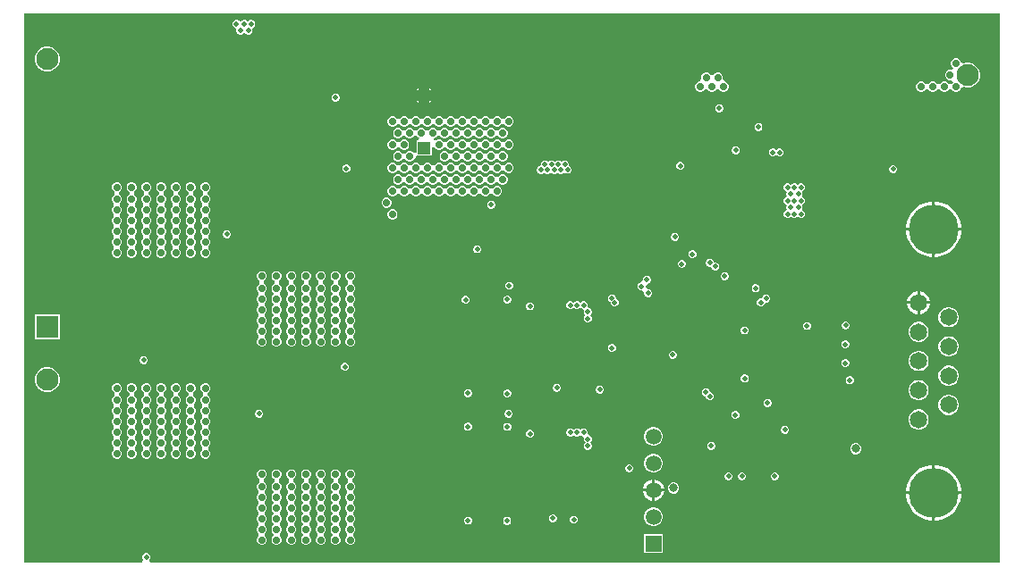
<source format=gbr>
%TF.GenerationSoftware,Altium Limited,Altium Designer,24.6.1 (21)*%
G04 Layer_Physical_Order=2*
G04 Layer_Color=36540*
%FSLAX45Y45*%
%MOMM*%
%TF.SameCoordinates,FD53202A-208C-403B-AAB2-15DF5564725B*%
%TF.FilePolarity,Positive*%
%TF.FileFunction,Copper,L2,Inr,Signal*%
%TF.Part,Single*%
G01*
G75*
%TA.AperFunction,ComponentPad*%
%ADD43C,2.10000*%
%ADD44R,2.10000X2.10000*%
%ADD45C,1.20000*%
%ADD46R,1.20000X1.20000*%
%ADD47C,1.65000*%
%ADD48C,4.72500*%
%ADD49C,1.50000*%
%ADD50R,1.50000X1.50000*%
%TA.AperFunction,ViaPad*%
%ADD51C,0.70000*%
%ADD52C,0.50000*%
%ADD53C,0.80000*%
G36*
X11797802Y7150598D02*
X3759495D01*
X3749513Y7175998D01*
X3753061Y7179545D01*
X3758800Y7193401D01*
Y7208399D01*
X3753061Y7222255D01*
X3742455Y7232861D01*
X3728599Y7238600D01*
X3713601D01*
X3699745Y7232861D01*
X3689139Y7222255D01*
X3683400Y7208399D01*
Y7193401D01*
X3689139Y7179545D01*
X3692687Y7175998D01*
X3682705Y7150598D01*
X2565898D01*
Y12356602D01*
X11797802D01*
Y7150598D01*
D02*
G37*
%LPC*%
G36*
X4720545Y12291854D02*
X4705547D01*
X4691691Y12286115D01*
X4681296Y12275720D01*
X4670901Y12286115D01*
X4657045Y12291854D01*
X4642047D01*
X4628191Y12286115D01*
X4628039Y12285963D01*
X4611446Y12278333D01*
X4594853Y12285963D01*
X4594701Y12286115D01*
X4580845Y12291854D01*
X4565847D01*
X4551991Y12286115D01*
X4541385Y12275509D01*
X4535646Y12261653D01*
Y12246655D01*
X4541385Y12232799D01*
X4551991Y12222193D01*
X4565847Y12216454D01*
X4573746Y12198153D01*
Y12183155D01*
X4579485Y12169299D01*
X4590091Y12158693D01*
X4603947Y12152954D01*
X4618945D01*
X4632801Y12158693D01*
X4632953Y12158845D01*
X4649546Y12166475D01*
X4666139Y12158845D01*
X4666291Y12158693D01*
X4680147Y12152954D01*
X4695145D01*
X4709001Y12158693D01*
X4719607Y12169299D01*
X4725346Y12183155D01*
Y12198153D01*
X4721389Y12213236D01*
X4734402Y12222193D01*
X4745007Y12232799D01*
X4750746Y12246655D01*
Y12261653D01*
X4745007Y12275509D01*
X4734401Y12286115D01*
X4720545Y12291854D01*
D02*
G37*
G36*
X2796796Y12039000D02*
X2765804D01*
X2735870Y12030979D01*
X2709030Y12015483D01*
X2687117Y11993570D01*
X2671621Y11966730D01*
X2663600Y11936796D01*
Y11905804D01*
X2671621Y11875870D01*
X2687117Y11849030D01*
X2709030Y11827117D01*
X2735870Y11811621D01*
X2765804Y11803600D01*
X2796796D01*
X2826730Y11811621D01*
X2853570Y11827117D01*
X2875483Y11849030D01*
X2890979Y11875870D01*
X2899000Y11905804D01*
Y11936796D01*
X2890979Y11966730D01*
X2875483Y11993570D01*
X2853570Y12015483D01*
X2826730Y12030979D01*
X2796796Y12039000D01*
D02*
G37*
G36*
X9140788Y11795200D02*
X9121812D01*
X9104280Y11787938D01*
X9090862Y11774520D01*
X9090046Y11772551D01*
X9062554D01*
X9061738Y11774520D01*
X9048320Y11787938D01*
X9030788Y11795200D01*
X9011812D01*
X8994280Y11787938D01*
X8980862Y11774520D01*
X8973600Y11756988D01*
Y11738012D01*
X8975870Y11732533D01*
X8960452Y11707704D01*
X8955514D01*
X8937983Y11700442D01*
X8924565Y11687023D01*
X8917303Y11669492D01*
Y11650515D01*
X8924565Y11632984D01*
X8937983Y11619566D01*
X8955514Y11612304D01*
X8974491D01*
X8992022Y11619566D01*
X9005441Y11632984D01*
X9006256Y11634953D01*
X9033749D01*
X9034565Y11632984D01*
X9047983Y11619566D01*
X9065515Y11612304D01*
X9084491D01*
X9102022Y11619566D01*
X9115441Y11632984D01*
X9116256Y11634953D01*
X9143749D01*
X9144565Y11632984D01*
X9157983Y11619566D01*
X9175515Y11612304D01*
X9194491D01*
X9212022Y11619566D01*
X9225441Y11632984D01*
X9232703Y11650515D01*
Y11669492D01*
X9225441Y11687023D01*
X9212022Y11700442D01*
X9194491Y11707704D01*
X9192148D01*
X9176967Y11733104D01*
X9179000Y11738012D01*
Y11756988D01*
X9171738Y11774520D01*
X9158320Y11787938D01*
X9140788Y11795200D01*
D02*
G37*
G36*
X11394492Y11927704D02*
X11375515D01*
X11357984Y11920442D01*
X11344565Y11907023D01*
X11337303Y11889492D01*
Y11870516D01*
X11344565Y11852984D01*
X11357984Y11839566D01*
X11359841Y11838796D01*
X11358365Y11827976D01*
X11339491Y11817704D01*
X11320515D01*
X11302984Y11810442D01*
X11289565Y11797023D01*
X11282304Y11779492D01*
Y11760515D01*
X11289565Y11742984D01*
X11302984Y11729566D01*
X11320515Y11722304D01*
X11339491D01*
X11354708Y11714410D01*
X11362884Y11704500D01*
X11362435Y11702285D01*
X11357984Y11700442D01*
X11344565Y11687023D01*
X11343750Y11685055D01*
X11316257D01*
X11315441Y11687023D01*
X11302023Y11700442D01*
X11284492Y11707704D01*
X11265515D01*
X11247984Y11700442D01*
X11234565Y11687023D01*
X11233750Y11685055D01*
X11206257D01*
X11205441Y11687023D01*
X11192023Y11700442D01*
X11174491Y11707704D01*
X11155515D01*
X11137984Y11700442D01*
X11124565Y11687023D01*
X11123750Y11685055D01*
X11096257D01*
X11095441Y11687023D01*
X11082023Y11700442D01*
X11064491Y11707704D01*
X11045515D01*
X11027984Y11700442D01*
X11014565Y11687023D01*
X11007303Y11669492D01*
Y11650515D01*
X11014565Y11632984D01*
X11027984Y11619566D01*
X11045515Y11612304D01*
X11064491D01*
X11082023Y11619566D01*
X11095441Y11632984D01*
X11096257Y11634953D01*
X11123750D01*
X11124565Y11632984D01*
X11137984Y11619566D01*
X11155515Y11612304D01*
X11174491D01*
X11192023Y11619566D01*
X11205441Y11632984D01*
X11206257Y11634953D01*
X11233750D01*
X11234565Y11632984D01*
X11247984Y11619566D01*
X11265515Y11612304D01*
X11284492D01*
X11302023Y11619566D01*
X11315441Y11632984D01*
X11316257Y11634953D01*
X11343750D01*
X11344565Y11632984D01*
X11357984Y11619566D01*
X11375515Y11612304D01*
X11394492D01*
X11412023Y11619566D01*
X11425441Y11632984D01*
X11428775Y11641031D01*
X11440893Y11652455D01*
X11458103Y11656532D01*
X11478004Y11651200D01*
X11508996D01*
X11538930Y11659221D01*
X11565770Y11674717D01*
X11587683Y11696630D01*
X11603179Y11723470D01*
X11611200Y11753404D01*
Y11784396D01*
X11603179Y11814330D01*
X11587683Y11841170D01*
X11565770Y11863083D01*
X11538930Y11878579D01*
X11508996Y11886600D01*
X11478004D01*
X11458104Y11881268D01*
X11439330Y11887346D01*
X11429513Y11897195D01*
X11425441Y11907023D01*
X11412023Y11920442D01*
X11394492Y11927704D01*
D02*
G37*
G36*
X6400000Y11648144D02*
Y11628400D01*
X6419744D01*
X6418337Y11630837D01*
X6402437Y11646737D01*
X6400000Y11648144D01*
D02*
G37*
G36*
X6300000D02*
X6297563Y11646737D01*
X6281663Y11630837D01*
X6280256Y11628400D01*
X6300000D01*
Y11648144D01*
D02*
G37*
G36*
X5519299Y11594700D02*
X5504301D01*
X5490445Y11588961D01*
X5479839Y11578355D01*
X5474100Y11564499D01*
Y11549501D01*
X5479839Y11535645D01*
X5490445Y11525039D01*
X5504301Y11519300D01*
X5519299D01*
X5533155Y11525039D01*
X5543761Y11535645D01*
X5549500Y11549501D01*
Y11564499D01*
X5543761Y11578355D01*
X5533155Y11588961D01*
X5519299Y11594700D01*
D02*
G37*
G36*
X6419744Y11528400D02*
X6400000D01*
Y11508656D01*
X6402437Y11510063D01*
X6418337Y11525963D01*
X6419744Y11528400D01*
D02*
G37*
G36*
X6300000D02*
X6280256D01*
X6281663Y11525963D01*
X6297563Y11510063D01*
X6300000Y11508656D01*
Y11528400D01*
D02*
G37*
G36*
X9151499Y11493100D02*
X9136501D01*
X9122645Y11487361D01*
X9112039Y11476755D01*
X9106300Y11462899D01*
Y11447901D01*
X9112039Y11434045D01*
X9122645Y11423439D01*
X9136501Y11417700D01*
X9151499D01*
X9165355Y11423439D01*
X9175961Y11434045D01*
X9181700Y11447901D01*
Y11462899D01*
X9175961Y11476755D01*
X9165355Y11487361D01*
X9151499Y11493100D01*
D02*
G37*
G36*
X7159490Y11377703D02*
X7140514D01*
X7122982Y11370442D01*
X7109564Y11357023D01*
X7108749Y11355055D01*
X7081256D01*
X7080440Y11357023D01*
X7067022Y11370442D01*
X7049490Y11377703D01*
X7030514D01*
X7012982Y11370442D01*
X6999564Y11357023D01*
X6998749Y11355055D01*
X6971256D01*
X6970440Y11357023D01*
X6957022Y11370442D01*
X6939490Y11377703D01*
X6920514D01*
X6902982Y11370442D01*
X6889564Y11357023D01*
X6888748Y11355055D01*
X6861256D01*
X6860440Y11357023D01*
X6847022Y11370442D01*
X6829490Y11377703D01*
X6810514D01*
X6792982Y11370442D01*
X6779564Y11357023D01*
X6778748Y11355055D01*
X6751256D01*
X6750440Y11357023D01*
X6737022Y11370442D01*
X6719490Y11377703D01*
X6700514D01*
X6682982Y11370442D01*
X6669564Y11357023D01*
X6668748Y11355055D01*
X6641256D01*
X6640440Y11357023D01*
X6627022Y11370442D01*
X6609490Y11377703D01*
X6590514D01*
X6572982Y11370442D01*
X6559564Y11357023D01*
X6558748Y11355055D01*
X6531256D01*
X6530440Y11357023D01*
X6517022Y11370442D01*
X6499490Y11377703D01*
X6480514D01*
X6462982Y11370442D01*
X6449564Y11357023D01*
X6448748Y11355055D01*
X6421256D01*
X6420440Y11357023D01*
X6407022Y11370442D01*
X6389490Y11377703D01*
X6370514D01*
X6352982Y11370442D01*
X6339564Y11357023D01*
X6338748Y11355055D01*
X6311256D01*
X6310440Y11357023D01*
X6297022Y11370442D01*
X6279490Y11377703D01*
X6260514D01*
X6242982Y11370442D01*
X6229564Y11357023D01*
X6228748Y11355055D01*
X6201256D01*
X6200440Y11357023D01*
X6187022Y11370442D01*
X6169490Y11377703D01*
X6150514D01*
X6132982Y11370442D01*
X6119564Y11357023D01*
X6118748Y11355055D01*
X6091256D01*
X6090440Y11357023D01*
X6077022Y11370442D01*
X6059490Y11377703D01*
X6040514D01*
X6022982Y11370442D01*
X6009564Y11357023D01*
X6002302Y11339492D01*
Y11320515D01*
X6009564Y11302984D01*
X6022982Y11289565D01*
X6040514Y11282304D01*
X6059490D01*
X6077022Y11289565D01*
X6090440Y11302984D01*
X6091256Y11304952D01*
X6118748D01*
X6119564Y11302984D01*
X6132982Y11289565D01*
X6150514Y11282304D01*
X6169490D01*
X6187022Y11289565D01*
X6200440Y11302984D01*
X6201256Y11304952D01*
X6228748D01*
X6229564Y11302984D01*
X6242982Y11289565D01*
X6260514Y11282304D01*
X6279490D01*
X6297022Y11289565D01*
X6310440Y11302984D01*
X6311256Y11304952D01*
X6338748D01*
X6339564Y11302984D01*
X6352982Y11289565D01*
X6370514Y11282304D01*
X6389490D01*
X6407022Y11289565D01*
X6420440Y11302984D01*
X6421256Y11304952D01*
X6448748D01*
X6449564Y11302984D01*
X6462982Y11289565D01*
X6480514Y11282304D01*
X6499490D01*
X6517022Y11289565D01*
X6530440Y11302984D01*
X6531256Y11304952D01*
X6558748D01*
X6559564Y11302984D01*
X6572982Y11289565D01*
X6590514Y11282304D01*
X6609490D01*
X6627022Y11289565D01*
X6640440Y11302984D01*
X6641256Y11304952D01*
X6668748D01*
X6669564Y11302984D01*
X6682982Y11289565D01*
X6700514Y11282304D01*
X6719490D01*
X6737022Y11289565D01*
X6750440Y11302984D01*
X6751256Y11304952D01*
X6778748D01*
X6779564Y11302984D01*
X6792982Y11289565D01*
X6810514Y11282304D01*
X6829490D01*
X6847022Y11289565D01*
X6860440Y11302984D01*
X6861256Y11304952D01*
X6888748D01*
X6889564Y11302984D01*
X6902982Y11289565D01*
X6920514Y11282304D01*
X6939490D01*
X6957022Y11289565D01*
X6970440Y11302984D01*
X6971256Y11304952D01*
X6998749D01*
X6999564Y11302984D01*
X7012982Y11289565D01*
X7030514Y11282304D01*
X7049490D01*
X7067022Y11289565D01*
X7080440Y11302984D01*
X7081256Y11304952D01*
X7108749D01*
X7109564Y11302984D01*
X7122982Y11289565D01*
X7140514Y11282304D01*
X7159490D01*
X7177022Y11289565D01*
X7190440Y11302984D01*
X7197702Y11320515D01*
Y11339492D01*
X7190440Y11357023D01*
X7177022Y11370442D01*
X7159490Y11377703D01*
D02*
G37*
G36*
X7104490Y11267703D02*
X7085514D01*
X7067982Y11260442D01*
X7054564Y11247023D01*
X7053748Y11245054D01*
X7026256D01*
X7025440Y11247023D01*
X7012022Y11260442D01*
X6994490Y11267703D01*
X6975514D01*
X6957982Y11260442D01*
X6944564Y11247023D01*
X6943748Y11245054D01*
X6916256D01*
X6915440Y11247023D01*
X6902022Y11260442D01*
X6884490Y11267703D01*
X6865514D01*
X6847982Y11260442D01*
X6834564Y11247023D01*
X6833748Y11245054D01*
X6806256D01*
X6805440Y11247023D01*
X6792022Y11260442D01*
X6774490Y11267703D01*
X6755514D01*
X6737982Y11260442D01*
X6724564Y11247023D01*
X6723748Y11245054D01*
X6696256D01*
X6695440Y11247023D01*
X6682022Y11260442D01*
X6664490Y11267703D01*
X6645514D01*
X6627982Y11260442D01*
X6614564Y11247023D01*
X6613748Y11245054D01*
X6586256D01*
X6585440Y11247023D01*
X6572022Y11260442D01*
X6554490Y11267703D01*
X6535514D01*
X6517982Y11260442D01*
X6504564Y11247023D01*
X6503748Y11245054D01*
X6476256D01*
X6475440Y11247023D01*
X6462022Y11260442D01*
X6444490Y11267703D01*
X6425514D01*
X6407982Y11260442D01*
X6394564Y11247023D01*
X6393748Y11245054D01*
X6366255D01*
X6365440Y11247023D01*
X6352022Y11260442D01*
X6334490Y11267703D01*
X6315514D01*
X6297982Y11260442D01*
X6284564Y11247023D01*
X6283748Y11245054D01*
X6256255D01*
X6255440Y11247023D01*
X6242022Y11260442D01*
X6224490Y11267703D01*
X6205514D01*
X6187982Y11260442D01*
X6174564Y11247023D01*
X6173748Y11245054D01*
X6146255D01*
X6145440Y11247023D01*
X6132022Y11260442D01*
X6114490Y11267703D01*
X6095514D01*
X6077982Y11260442D01*
X6064564Y11247023D01*
X6057302Y11229492D01*
Y11210515D01*
X6064564Y11192984D01*
X6077982Y11179565D01*
X6095514Y11172304D01*
X6114490D01*
X6132022Y11179565D01*
X6145440Y11192984D01*
X6146255Y11194952D01*
X6173748D01*
X6174564Y11192984D01*
X6187982Y11179565D01*
X6205514Y11172304D01*
X6224490D01*
X6242022Y11179565D01*
X6255440Y11192984D01*
X6256255Y11194952D01*
X6283748D01*
X6284564Y11192984D01*
X6297982Y11179565D01*
X6305383Y11176500D01*
X6300330Y11151100D01*
X6277300D01*
Y11038350D01*
X6268638Y11033862D01*
X6251900Y11030563D01*
X6242022Y11040441D01*
X6224490Y11047703D01*
X6205514D01*
X6187982Y11040441D01*
X6174564Y11027023D01*
X6173748Y11025054D01*
X6146255D01*
X6145440Y11027023D01*
X6132022Y11040441D01*
X6114490Y11047703D01*
X6095514D01*
X6077982Y11040441D01*
X6064564Y11027023D01*
X6057302Y11009492D01*
Y10990515D01*
X6064564Y10972984D01*
X6077982Y10959565D01*
X6095514Y10952303D01*
X6114490D01*
X6132022Y10959565D01*
X6145440Y10972984D01*
X6146255Y10974952D01*
X6173748D01*
X6174564Y10972984D01*
X6187982Y10959565D01*
X6205514Y10952303D01*
X6224490D01*
X6242022Y10959565D01*
X6255440Y10972984D01*
X6261228Y10986957D01*
X6268402Y10995323D01*
X6280703Y11005700D01*
X6288102Y11005700D01*
X6422700D01*
Y11081466D01*
X6448100Y11086518D01*
X6449564Y11082984D01*
X6462982Y11069565D01*
X6480514Y11062304D01*
X6499490D01*
X6517022Y11069565D01*
X6530440Y11082984D01*
X6531256Y11084952D01*
X6558748D01*
X6559564Y11082984D01*
X6572982Y11069565D01*
X6590514Y11062304D01*
X6609490D01*
X6627022Y11069565D01*
X6640440Y11082984D01*
X6641256Y11084952D01*
X6668748D01*
X6669564Y11082984D01*
X6682982Y11069565D01*
X6700514Y11062304D01*
X6719490D01*
X6737022Y11069565D01*
X6750440Y11082984D01*
X6751256Y11084952D01*
X6778748D01*
X6779564Y11082984D01*
X6792982Y11069565D01*
X6810514Y11062304D01*
X6829490D01*
X6847022Y11069565D01*
X6860440Y11082984D01*
X6861256Y11084952D01*
X6888748D01*
X6889564Y11082984D01*
X6902982Y11069565D01*
X6920514Y11062304D01*
X6939490D01*
X6957022Y11069565D01*
X6970440Y11082984D01*
X6971256Y11084952D01*
X6998749D01*
X6999564Y11082984D01*
X7012982Y11069565D01*
X7030514Y11062304D01*
X7049490D01*
X7067022Y11069565D01*
X7080440Y11082984D01*
X7081256Y11084952D01*
X7108749D01*
X7109564Y11082984D01*
X7122982Y11069565D01*
X7140514Y11062304D01*
X7159490D01*
X7177022Y11069565D01*
X7190440Y11082984D01*
X7197702Y11100515D01*
Y11119492D01*
X7190440Y11137023D01*
X7177022Y11150442D01*
X7159490Y11157703D01*
X7140514D01*
X7122982Y11150442D01*
X7109564Y11137023D01*
X7108749Y11135054D01*
X7081256D01*
X7080440Y11137023D01*
X7067022Y11150442D01*
X7049490Y11157703D01*
X7030514D01*
X7012982Y11150442D01*
X6999564Y11137023D01*
X6998749Y11135054D01*
X6971256D01*
X6970440Y11137023D01*
X6957022Y11150442D01*
X6939490Y11157703D01*
X6920514D01*
X6902982Y11150442D01*
X6889564Y11137023D01*
X6888748Y11135054D01*
X6861256D01*
X6860440Y11137023D01*
X6847022Y11150442D01*
X6829490Y11157703D01*
X6810514D01*
X6792982Y11150442D01*
X6779564Y11137023D01*
X6778748Y11135054D01*
X6751256D01*
X6750440Y11137023D01*
X6737022Y11150442D01*
X6719490Y11157703D01*
X6700514D01*
X6682982Y11150442D01*
X6669564Y11137023D01*
X6668748Y11135054D01*
X6641256D01*
X6640440Y11137023D01*
X6627022Y11150442D01*
X6609490Y11157703D01*
X6590514D01*
X6572982Y11150442D01*
X6559564Y11137023D01*
X6558748Y11135054D01*
X6531256D01*
X6530440Y11137023D01*
X6517022Y11150442D01*
X6499490Y11157703D01*
X6480514D01*
X6462982Y11150442D01*
X6461421Y11148881D01*
X6437550Y11153878D01*
X6444490Y11172304D01*
X6462022Y11179565D01*
X6475440Y11192984D01*
X6476256Y11194952D01*
X6503748D01*
X6504564Y11192984D01*
X6517982Y11179565D01*
X6535514Y11172304D01*
X6554490D01*
X6572022Y11179565D01*
X6585440Y11192984D01*
X6586256Y11194952D01*
X6613748D01*
X6614564Y11192984D01*
X6627982Y11179565D01*
X6645514Y11172304D01*
X6664490D01*
X6682022Y11179565D01*
X6695440Y11192984D01*
X6696256Y11194952D01*
X6723748D01*
X6724564Y11192984D01*
X6737982Y11179565D01*
X6755514Y11172304D01*
X6774490D01*
X6792022Y11179565D01*
X6805440Y11192984D01*
X6806256Y11194952D01*
X6833748D01*
X6834564Y11192984D01*
X6847982Y11179565D01*
X6865514Y11172304D01*
X6884490D01*
X6902022Y11179565D01*
X6915440Y11192984D01*
X6916256Y11194952D01*
X6943748D01*
X6944564Y11192984D01*
X6957982Y11179565D01*
X6975514Y11172304D01*
X6994490D01*
X7012022Y11179565D01*
X7025440Y11192984D01*
X7026256Y11194952D01*
X7053748D01*
X7054564Y11192984D01*
X7067982Y11179565D01*
X7085514Y11172304D01*
X7104490D01*
X7122022Y11179565D01*
X7135440Y11192984D01*
X7142702Y11210515D01*
Y11229492D01*
X7135440Y11247023D01*
X7122022Y11260442D01*
X7104490Y11267703D01*
D02*
G37*
G36*
X9522643Y11314752D02*
X9507645D01*
X9493788Y11309013D01*
X9483183Y11298408D01*
X9477444Y11284551D01*
Y11269553D01*
X9483183Y11255697D01*
X9493788Y11245092D01*
X9507645Y11239352D01*
X9522643D01*
X9536499Y11245092D01*
X9547104Y11255697D01*
X9552844Y11269553D01*
Y11284551D01*
X9547104Y11298408D01*
X9536499Y11309013D01*
X9522643Y11314752D01*
D02*
G37*
G36*
X6169490Y11157703D02*
X6150514D01*
X6132982Y11150442D01*
X6119564Y11137023D01*
X6118748Y11135054D01*
X6091256D01*
X6090440Y11137023D01*
X6077022Y11150442D01*
X6059490Y11157703D01*
X6040514D01*
X6022982Y11150442D01*
X6009564Y11137023D01*
X6002302Y11119492D01*
Y11100515D01*
X6009564Y11082984D01*
X6022982Y11069565D01*
X6040514Y11062304D01*
X6059490D01*
X6077022Y11069565D01*
X6090440Y11082984D01*
X6091256Y11084952D01*
X6118748D01*
X6119564Y11082984D01*
X6132982Y11069565D01*
X6150514Y11062304D01*
X6169490D01*
X6187022Y11069565D01*
X6200440Y11082984D01*
X6207702Y11100515D01*
Y11119492D01*
X6200440Y11137023D01*
X6187022Y11150442D01*
X6169490Y11157703D01*
D02*
G37*
G36*
X9722999Y11074000D02*
X9708001D01*
X9694145Y11068261D01*
X9683750Y11057866D01*
X9673355Y11068261D01*
X9659499Y11074000D01*
X9644501D01*
X9630645Y11068261D01*
X9620039Y11057655D01*
X9614300Y11043799D01*
Y11028801D01*
X9620039Y11014945D01*
X9630645Y11004339D01*
X9644501Y10998600D01*
X9659499D01*
X9673355Y11004339D01*
X9683750Y11014734D01*
X9694145Y11004339D01*
X9708001Y10998600D01*
X9722999D01*
X9736855Y11004339D01*
X9747461Y11014945D01*
X9753200Y11028801D01*
Y11043799D01*
X9747461Y11057655D01*
X9736855Y11068261D01*
X9722999Y11074000D01*
D02*
G37*
G36*
X7104490Y11047703D02*
X7085514D01*
X7067982Y11040441D01*
X7054564Y11027023D01*
X7053748Y11025054D01*
X7026256D01*
X7025440Y11027023D01*
X7012022Y11040441D01*
X6994490Y11047703D01*
X6975514D01*
X6957982Y11040441D01*
X6944564Y11027023D01*
X6943748Y11025054D01*
X6916256D01*
X6915440Y11027023D01*
X6902022Y11040441D01*
X6884490Y11047703D01*
X6865514D01*
X6847982Y11040441D01*
X6834564Y11027023D01*
X6833748Y11025054D01*
X6806256D01*
X6805440Y11027023D01*
X6792022Y11040441D01*
X6774490Y11047703D01*
X6755514D01*
X6737982Y11040441D01*
X6724564Y11027023D01*
X6723748Y11025054D01*
X6696256D01*
X6695440Y11027023D01*
X6682022Y11040441D01*
X6664490Y11047703D01*
X6645514D01*
X6627982Y11040441D01*
X6614564Y11027023D01*
X6613748Y11025054D01*
X6586256D01*
X6585440Y11027023D01*
X6572022Y11040441D01*
X6554490Y11047703D01*
X6535514D01*
X6517982Y11040441D01*
X6504564Y11027023D01*
X6497302Y11009492D01*
Y10990515D01*
X6504564Y10972984D01*
X6517982Y10959565D01*
X6535514Y10952303D01*
X6554490D01*
X6572022Y10959565D01*
X6585440Y10972984D01*
X6586256Y10974952D01*
X6613748D01*
X6614564Y10972984D01*
X6627982Y10959565D01*
X6645514Y10952303D01*
X6664490D01*
X6682022Y10959565D01*
X6695440Y10972984D01*
X6696256Y10974952D01*
X6723748D01*
X6724564Y10972984D01*
X6737982Y10959565D01*
X6755514Y10952303D01*
X6774490D01*
X6792022Y10959565D01*
X6805440Y10972984D01*
X6806256Y10974952D01*
X6833748D01*
X6834564Y10972984D01*
X6847982Y10959565D01*
X6865514Y10952303D01*
X6884490D01*
X6902022Y10959565D01*
X6915440Y10972984D01*
X6916256Y10974952D01*
X6943748D01*
X6944564Y10972984D01*
X6957982Y10959565D01*
X6975514Y10952303D01*
X6994490D01*
X7012022Y10959565D01*
X7025440Y10972984D01*
X7026256Y10974952D01*
X7053748D01*
X7054564Y10972984D01*
X7067982Y10959565D01*
X7085514Y10952303D01*
X7104490D01*
X7122022Y10959565D01*
X7135440Y10972984D01*
X7142702Y10990515D01*
Y11009492D01*
X7135440Y11027023D01*
X7122022Y11040441D01*
X7104490Y11047703D01*
D02*
G37*
G36*
X9308464Y11095949D02*
X9293466D01*
X9279610Y11090209D01*
X9269004Y11079604D01*
X9263265Y11065748D01*
Y11050750D01*
X9269004Y11036893D01*
X9279610Y11026288D01*
X9293466Y11020549D01*
X9308464D01*
X9322320Y11026288D01*
X9332925Y11036893D01*
X9338665Y11050750D01*
Y11065748D01*
X9332925Y11079604D01*
X9322320Y11090209D01*
X9308464Y11095949D01*
D02*
G37*
G36*
X7690999Y10959700D02*
X7676001D01*
X7662145Y10953961D01*
X7651750Y10943566D01*
X7641355Y10953961D01*
X7627499Y10959700D01*
X7612501D01*
X7598645Y10953961D01*
X7588250Y10943566D01*
X7577855Y10953961D01*
X7563999Y10959700D01*
X7549001D01*
X7535145Y10953961D01*
X7524750Y10943566D01*
X7514355Y10953961D01*
X7500499Y10959700D01*
X7485501D01*
X7471645Y10953961D01*
X7461039Y10943355D01*
X7455300Y10929499D01*
Y10914501D01*
X7433544Y10903161D01*
X7422939Y10892555D01*
X7417200Y10878699D01*
Y10863701D01*
X7422939Y10849845D01*
X7433545Y10839239D01*
X7447401Y10833500D01*
X7462399D01*
X7476255Y10839239D01*
X7486650Y10849634D01*
X7497045Y10839239D01*
X7510901Y10833500D01*
X7525899D01*
X7539755Y10839239D01*
X7550150Y10849634D01*
X7560545Y10839239D01*
X7574401Y10833500D01*
X7589399D01*
X7603255Y10839239D01*
X7613650Y10849634D01*
X7624045Y10839239D01*
X7637901Y10833500D01*
X7652899D01*
X7666755Y10839239D01*
X7676994Y10849478D01*
X7686049Y10840423D01*
X7699905Y10834684D01*
X7714904D01*
X7728760Y10840423D01*
X7739365Y10851028D01*
X7745104Y10864885D01*
Y10879883D01*
X7739365Y10893739D01*
X7728760Y10904344D01*
X7718716Y10908504D01*
X7721200Y10914501D01*
Y10929499D01*
X7715461Y10943355D01*
X7704855Y10953961D01*
X7690999Y10959700D01*
D02*
G37*
G36*
X7159490Y10937703D02*
X7140514D01*
X7122982Y10930441D01*
X7109564Y10917023D01*
X7108749Y10915054D01*
X7081256D01*
X7080440Y10917023D01*
X7067022Y10930441D01*
X7049490Y10937703D01*
X7030514D01*
X7012982Y10930441D01*
X6999564Y10917023D01*
X6998749Y10915054D01*
X6971256D01*
X6970440Y10917023D01*
X6957022Y10930441D01*
X6939490Y10937703D01*
X6920514D01*
X6902982Y10930441D01*
X6889564Y10917023D01*
X6888748Y10915054D01*
X6861256D01*
X6860440Y10917023D01*
X6847022Y10930441D01*
X6829490Y10937703D01*
X6810514D01*
X6792982Y10930441D01*
X6779564Y10917023D01*
X6778748Y10915054D01*
X6751256D01*
X6750440Y10917023D01*
X6737022Y10930441D01*
X6719490Y10937703D01*
X6700514D01*
X6682982Y10930441D01*
X6669564Y10917023D01*
X6668748Y10915054D01*
X6641256D01*
X6640440Y10917023D01*
X6627022Y10930441D01*
X6609490Y10937703D01*
X6590514D01*
X6572982Y10930441D01*
X6559564Y10917023D01*
X6558748Y10915054D01*
X6531256D01*
X6530440Y10917023D01*
X6517022Y10930441D01*
X6499490Y10937703D01*
X6480514D01*
X6462982Y10930441D01*
X6449564Y10917023D01*
X6448748Y10915054D01*
X6421256D01*
X6420440Y10917023D01*
X6407022Y10930441D01*
X6389490Y10937703D01*
X6370514D01*
X6352982Y10930441D01*
X6339564Y10917023D01*
X6338748Y10915054D01*
X6311256D01*
X6310440Y10917023D01*
X6297022Y10930441D01*
X6279490Y10937703D01*
X6260514D01*
X6242982Y10930441D01*
X6229564Y10917023D01*
X6228748Y10915054D01*
X6201256D01*
X6200440Y10917023D01*
X6187022Y10930441D01*
X6169490Y10937703D01*
X6150514D01*
X6132982Y10930441D01*
X6119564Y10917023D01*
X6118748Y10915054D01*
X6091256D01*
X6090440Y10917023D01*
X6077022Y10930441D01*
X6059490Y10937703D01*
X6040514D01*
X6022982Y10930441D01*
X6009564Y10917023D01*
X6002302Y10899492D01*
Y10880515D01*
X6009564Y10862984D01*
X6022982Y10849565D01*
X6040514Y10842303D01*
X6059490D01*
X6077022Y10849565D01*
X6090440Y10862984D01*
X6091256Y10864952D01*
X6118748D01*
X6119564Y10862984D01*
X6132982Y10849565D01*
X6150514Y10842303D01*
X6169490D01*
X6187022Y10849565D01*
X6200440Y10862984D01*
X6201256Y10864952D01*
X6228748D01*
X6229564Y10862984D01*
X6242982Y10849565D01*
X6260514Y10842303D01*
X6279490D01*
X6297022Y10849565D01*
X6310440Y10862984D01*
X6311256Y10864952D01*
X6338748D01*
X6339564Y10862984D01*
X6352982Y10849565D01*
X6370514Y10842303D01*
X6389490D01*
X6407022Y10849565D01*
X6420440Y10862984D01*
X6421256Y10864952D01*
X6448748D01*
X6449564Y10862984D01*
X6462982Y10849565D01*
X6480514Y10842303D01*
X6499490D01*
X6517022Y10849565D01*
X6530440Y10862984D01*
X6531256Y10864952D01*
X6558748D01*
X6559564Y10862984D01*
X6572982Y10849565D01*
X6590514Y10842303D01*
X6609490D01*
X6627022Y10849565D01*
X6640440Y10862984D01*
X6641256Y10864952D01*
X6668748D01*
X6669564Y10862984D01*
X6682982Y10849565D01*
X6700514Y10842303D01*
X6719490D01*
X6737022Y10849565D01*
X6750440Y10862984D01*
X6751256Y10864952D01*
X6778748D01*
X6779564Y10862984D01*
X6792982Y10849565D01*
X6810514Y10842303D01*
X6829490D01*
X6847022Y10849565D01*
X6860440Y10862984D01*
X6861256Y10864952D01*
X6888748D01*
X6889564Y10862984D01*
X6902982Y10849565D01*
X6920514Y10842303D01*
X6939490D01*
X6957022Y10849565D01*
X6970440Y10862984D01*
X6971256Y10864952D01*
X6998749D01*
X6999564Y10862984D01*
X7012982Y10849565D01*
X7030514Y10842303D01*
X7049490D01*
X7067022Y10849565D01*
X7080440Y10862984D01*
X7081256Y10864952D01*
X7108749D01*
X7109564Y10862984D01*
X7122982Y10849565D01*
X7140514Y10842303D01*
X7159490D01*
X7177022Y10849565D01*
X7190440Y10862984D01*
X7197702Y10880515D01*
Y10899492D01*
X7190440Y10917023D01*
X7177022Y10930441D01*
X7159490Y10937703D01*
D02*
G37*
G36*
X8783199Y10947000D02*
X8768201D01*
X8754345Y10941261D01*
X8743739Y10930655D01*
X8738000Y10916799D01*
Y10901801D01*
X8743739Y10887945D01*
X8754345Y10877339D01*
X8768201Y10871600D01*
X8783199D01*
X8797055Y10877339D01*
X8807661Y10887945D01*
X8813400Y10901801D01*
Y10916799D01*
X8807661Y10930655D01*
X8797055Y10941261D01*
X8783199Y10947000D01*
D02*
G37*
G36*
X5620899Y10921600D02*
X5605901D01*
X5592045Y10915861D01*
X5581439Y10905255D01*
X5575700Y10891399D01*
Y10876401D01*
X5581439Y10862545D01*
X5592045Y10851939D01*
X5605901Y10846200D01*
X5620899D01*
X5634755Y10851939D01*
X5645361Y10862545D01*
X5651100Y10876401D01*
Y10891399D01*
X5645361Y10905255D01*
X5634755Y10915861D01*
X5620899Y10921600D01*
D02*
G37*
G36*
X10797713Y10915669D02*
X10782715D01*
X10768858Y10909929D01*
X10758253Y10899324D01*
X10752514Y10885468D01*
Y10870469D01*
X10758253Y10856613D01*
X10768858Y10846008D01*
X10782715Y10840269D01*
X10797713D01*
X10811569Y10846008D01*
X10822174Y10856613D01*
X10827914Y10870469D01*
Y10885468D01*
X10822174Y10899324D01*
X10811569Y10909929D01*
X10797713Y10915669D01*
D02*
G37*
G36*
X7104490Y10827703D02*
X7085514D01*
X7067982Y10820441D01*
X7054564Y10807023D01*
X7053748Y10805054D01*
X7026256D01*
X7025440Y10807023D01*
X7012022Y10820441D01*
X6994490Y10827703D01*
X6975514D01*
X6957982Y10820441D01*
X6944564Y10807023D01*
X6943748Y10805054D01*
X6916256D01*
X6915440Y10807023D01*
X6902022Y10820441D01*
X6884490Y10827703D01*
X6865514D01*
X6847982Y10820441D01*
X6834564Y10807023D01*
X6833748Y10805054D01*
X6806256D01*
X6805440Y10807023D01*
X6792022Y10820441D01*
X6774490Y10827703D01*
X6755514D01*
X6737982Y10820441D01*
X6724564Y10807023D01*
X6723748Y10805054D01*
X6696256D01*
X6695440Y10807023D01*
X6682022Y10820441D01*
X6664490Y10827703D01*
X6645514D01*
X6627982Y10820441D01*
X6614564Y10807023D01*
X6613748Y10805054D01*
X6586256D01*
X6585440Y10807023D01*
X6572022Y10820441D01*
X6554490Y10827703D01*
X6535514D01*
X6517982Y10820441D01*
X6504564Y10807023D01*
X6503748Y10805054D01*
X6476256D01*
X6475440Y10807023D01*
X6462022Y10820441D01*
X6444490Y10827703D01*
X6425514D01*
X6407982Y10820441D01*
X6394564Y10807023D01*
X6393748Y10805054D01*
X6366255D01*
X6365440Y10807023D01*
X6352022Y10820441D01*
X6334490Y10827703D01*
X6315514D01*
X6297982Y10820441D01*
X6284564Y10807023D01*
X6283748Y10805054D01*
X6256255D01*
X6255440Y10807023D01*
X6242022Y10820441D01*
X6224490Y10827703D01*
X6205514D01*
X6187982Y10820441D01*
X6174564Y10807023D01*
X6173748Y10805054D01*
X6146255D01*
X6145440Y10807023D01*
X6132022Y10820441D01*
X6114490Y10827703D01*
X6095514D01*
X6077982Y10820441D01*
X6064564Y10807023D01*
X6057302Y10789492D01*
Y10770515D01*
X6064564Y10752984D01*
X6077982Y10739565D01*
X6095514Y10732303D01*
X6114490D01*
X6132022Y10739565D01*
X6145440Y10752984D01*
X6146255Y10754952D01*
X6173748D01*
X6174564Y10752984D01*
X6187982Y10739565D01*
X6205514Y10732303D01*
X6224490D01*
X6242022Y10739565D01*
X6255440Y10752984D01*
X6256255Y10754952D01*
X6283748D01*
X6284564Y10752984D01*
X6297982Y10739565D01*
X6315514Y10732303D01*
X6334490D01*
X6352022Y10739565D01*
X6365440Y10752984D01*
X6366255Y10754952D01*
X6393748D01*
X6394564Y10752984D01*
X6407982Y10739565D01*
X6425514Y10732303D01*
X6444490D01*
X6462022Y10739565D01*
X6475440Y10752984D01*
X6476256Y10754952D01*
X6503748D01*
X6504564Y10752984D01*
X6517982Y10739565D01*
X6535514Y10732303D01*
X6554490D01*
X6572022Y10739565D01*
X6585440Y10752984D01*
X6586256Y10754952D01*
X6613748D01*
X6614564Y10752984D01*
X6627982Y10739565D01*
X6645514Y10732303D01*
X6664490D01*
X6682022Y10739565D01*
X6695440Y10752984D01*
X6696256Y10754952D01*
X6723748D01*
X6724564Y10752984D01*
X6737982Y10739565D01*
X6755514Y10732303D01*
X6774490D01*
X6792022Y10739565D01*
X6805440Y10752984D01*
X6806256Y10754952D01*
X6833748D01*
X6834564Y10752984D01*
X6847982Y10739565D01*
X6865514Y10732303D01*
X6884490D01*
X6902022Y10739565D01*
X6915440Y10752984D01*
X6916256Y10754952D01*
X6943748D01*
X6944564Y10752984D01*
X6957982Y10739565D01*
X6975514Y10732303D01*
X6994490D01*
X7012022Y10739565D01*
X7025440Y10752984D01*
X7026256Y10754952D01*
X7053748D01*
X7054564Y10752984D01*
X7067982Y10739565D01*
X7085514Y10732303D01*
X7104490D01*
X7122022Y10739565D01*
X7135440Y10752984D01*
X7142702Y10770515D01*
Y10789492D01*
X7135440Y10807023D01*
X7122022Y10820441D01*
X7104490Y10827703D01*
D02*
G37*
G36*
X9926199Y10743800D02*
X9911201D01*
X9897345Y10738061D01*
X9886950Y10727666D01*
X9876555Y10738061D01*
X9862699Y10743800D01*
X9847701D01*
X9833845Y10738061D01*
X9823450Y10727666D01*
X9813055Y10738061D01*
X9799199Y10743800D01*
X9784201D01*
X9770345Y10738061D01*
X9759739Y10727455D01*
X9754000Y10713599D01*
Y10698601D01*
X9759739Y10684745D01*
X9770345Y10674139D01*
X9783357Y10665182D01*
X9779400Y10650099D01*
Y10635101D01*
X9783357Y10620018D01*
X9770344Y10611061D01*
X9759739Y10600455D01*
X9754000Y10586599D01*
Y10571601D01*
X9759739Y10557745D01*
X9770345Y10547139D01*
X9783357Y10538182D01*
X9779400Y10523099D01*
Y10508101D01*
X9783357Y10493018D01*
X9770344Y10484061D01*
X9759739Y10473455D01*
X9754000Y10459599D01*
Y10444601D01*
X9759739Y10430745D01*
X9770345Y10420139D01*
X9784201Y10414400D01*
X9799199D01*
X9813055Y10420139D01*
X9823450Y10430534D01*
X9833845Y10420139D01*
X9847701Y10414400D01*
X9862699D01*
X9876555Y10420139D01*
X9886950Y10430534D01*
X9897345Y10420139D01*
X9911201Y10414400D01*
X9926199D01*
X9940055Y10420139D01*
X9950661Y10430745D01*
X9956400Y10444601D01*
Y10459599D01*
X9950661Y10473455D01*
X9940055Y10484061D01*
X9927043Y10493018D01*
X9931000Y10508101D01*
Y10523099D01*
X9927043Y10538182D01*
X9940056Y10547139D01*
X9950661Y10557745D01*
X9956400Y10571601D01*
Y10586599D01*
X9950661Y10600455D01*
X9940055Y10611061D01*
X9927043Y10620018D01*
X9931000Y10635101D01*
Y10650099D01*
X9927043Y10665182D01*
X9940056Y10674139D01*
X9950661Y10684745D01*
X9956400Y10698601D01*
Y10713599D01*
X9950661Y10727455D01*
X9940055Y10738061D01*
X9926199Y10743800D01*
D02*
G37*
G36*
X7049490Y10717703D02*
X7030514D01*
X7012982Y10710441D01*
X6999564Y10697023D01*
X6998749Y10695054D01*
X6971256D01*
X6970440Y10697023D01*
X6957022Y10710441D01*
X6939490Y10717703D01*
X6920514D01*
X6902982Y10710441D01*
X6889564Y10697023D01*
X6888748Y10695054D01*
X6861256D01*
X6860440Y10697023D01*
X6847022Y10710441D01*
X6829490Y10717703D01*
X6810514D01*
X6792982Y10710441D01*
X6779564Y10697023D01*
X6778748Y10695054D01*
X6751256D01*
X6750440Y10697023D01*
X6737022Y10710441D01*
X6719490Y10717703D01*
X6700514D01*
X6682982Y10710441D01*
X6669564Y10697023D01*
X6668748Y10695054D01*
X6641256D01*
X6640440Y10697023D01*
X6627022Y10710441D01*
X6609490Y10717703D01*
X6590514D01*
X6572982Y10710441D01*
X6559564Y10697023D01*
X6558748Y10695054D01*
X6531256D01*
X6530440Y10697023D01*
X6517022Y10710441D01*
X6499490Y10717703D01*
X6480514D01*
X6462982Y10710441D01*
X6449564Y10697023D01*
X6448748Y10695054D01*
X6421256D01*
X6420440Y10697023D01*
X6407022Y10710441D01*
X6389490Y10717703D01*
X6370514D01*
X6352982Y10710441D01*
X6339564Y10697023D01*
X6338748Y10695054D01*
X6311256D01*
X6310440Y10697023D01*
X6297022Y10710441D01*
X6279490Y10717703D01*
X6260514D01*
X6242982Y10710441D01*
X6229564Y10697023D01*
X6228748Y10695054D01*
X6201256D01*
X6200440Y10697023D01*
X6187022Y10710441D01*
X6169490Y10717703D01*
X6150514D01*
X6132982Y10710441D01*
X6119564Y10697023D01*
X6118748Y10695054D01*
X6091256D01*
X6090440Y10697023D01*
X6077022Y10710441D01*
X6059490Y10717703D01*
X6040514D01*
X6022982Y10710441D01*
X6009564Y10697023D01*
X6002302Y10679491D01*
Y10660515D01*
X6009564Y10642984D01*
X6022982Y10629565D01*
X6040514Y10622303D01*
X6059490D01*
X6077022Y10629565D01*
X6090440Y10642984D01*
X6091256Y10644952D01*
X6118748D01*
X6119564Y10642984D01*
X6132982Y10629565D01*
X6150514Y10622303D01*
X6169490D01*
X6187022Y10629565D01*
X6200440Y10642984D01*
X6201256Y10644952D01*
X6228748D01*
X6229564Y10642984D01*
X6242982Y10629565D01*
X6260514Y10622303D01*
X6279490D01*
X6297022Y10629565D01*
X6310440Y10642984D01*
X6311256Y10644952D01*
X6338748D01*
X6339564Y10642984D01*
X6352982Y10629565D01*
X6370514Y10622303D01*
X6389490D01*
X6407022Y10629565D01*
X6420440Y10642984D01*
X6421256Y10644952D01*
X6448748D01*
X6449564Y10642984D01*
X6462982Y10629565D01*
X6480514Y10622303D01*
X6499490D01*
X6517022Y10629565D01*
X6530440Y10642984D01*
X6531256Y10644952D01*
X6558748D01*
X6559564Y10642984D01*
X6572982Y10629565D01*
X6590514Y10622303D01*
X6609490D01*
X6627022Y10629565D01*
X6640440Y10642984D01*
X6641256Y10644952D01*
X6668748D01*
X6669564Y10642984D01*
X6682982Y10629565D01*
X6700514Y10622303D01*
X6719490D01*
X6737022Y10629565D01*
X6750440Y10642984D01*
X6751256Y10644952D01*
X6778748D01*
X6779564Y10642984D01*
X6792982Y10629565D01*
X6810514Y10622303D01*
X6829490D01*
X6847022Y10629565D01*
X6860440Y10642984D01*
X6861256Y10644952D01*
X6888748D01*
X6889564Y10642984D01*
X6902982Y10629565D01*
X6920514Y10622303D01*
X6939490D01*
X6957022Y10629565D01*
X6970440Y10642984D01*
X6971256Y10644952D01*
X6998749D01*
X6999564Y10642984D01*
X7012982Y10629565D01*
X7030514Y10622303D01*
X7049490D01*
X7067022Y10629565D01*
X7080440Y10642984D01*
X7087702Y10660515D01*
Y10679491D01*
X7080440Y10697023D01*
X7067022Y10710441D01*
X7049490Y10717703D01*
D02*
G37*
G36*
X6004490Y10607703D02*
X5985514D01*
X5967982Y10600441D01*
X5954564Y10587023D01*
X5947302Y10569491D01*
Y10550515D01*
X5954564Y10532984D01*
X5967982Y10519565D01*
X5985514Y10512303D01*
X6004490D01*
X6022022Y10519565D01*
X6035440Y10532984D01*
X6042702Y10550515D01*
Y10569491D01*
X6035440Y10587023D01*
X6022022Y10600441D01*
X6004490Y10607703D01*
D02*
G37*
G36*
X6992499Y10578700D02*
X6977501D01*
X6963645Y10572961D01*
X6953039Y10562355D01*
X6947300Y10548499D01*
Y10533501D01*
X6953039Y10519645D01*
X6963645Y10509039D01*
X6977501Y10503300D01*
X6992499D01*
X7006355Y10509039D01*
X7016961Y10519645D01*
X7022700Y10533501D01*
Y10548499D01*
X7016961Y10562355D01*
X7006355Y10572961D01*
X6992499Y10578700D01*
D02*
G37*
G36*
X6059490Y10497703D02*
X6040514D01*
X6022982Y10490441D01*
X6009564Y10477023D01*
X6002302Y10459491D01*
Y10440515D01*
X6009564Y10422983D01*
X6022982Y10409565D01*
X6040514Y10402303D01*
X6059490D01*
X6077022Y10409565D01*
X6090440Y10422983D01*
X6097702Y10440515D01*
Y10459491D01*
X6090440Y10477023D01*
X6077022Y10490441D01*
X6059490Y10497703D01*
D02*
G37*
G36*
X11199470Y10569850D02*
X11186400D01*
Y10320900D01*
X11435350D01*
Y10333970D01*
X11425295Y10384521D01*
X11405571Y10432138D01*
X11376937Y10474992D01*
X11340492Y10511437D01*
X11297638Y10540071D01*
X11250020Y10559795D01*
X11199470Y10569850D01*
D02*
G37*
G36*
X11161000D02*
X11147930D01*
X11097380Y10559795D01*
X11049762Y10540071D01*
X11006908Y10511437D01*
X10970463Y10474992D01*
X10941829Y10432138D01*
X10922105Y10384521D01*
X10912050Y10333970D01*
Y10320900D01*
X11161000D01*
Y10569850D01*
D02*
G37*
G36*
X4490599Y10299300D02*
X4475601D01*
X4461745Y10293561D01*
X4451139Y10282955D01*
X4445400Y10269099D01*
Y10254101D01*
X4451139Y10240245D01*
X4461745Y10229639D01*
X4475601Y10223900D01*
X4490599D01*
X4504455Y10229639D01*
X4515061Y10240245D01*
X4520800Y10254101D01*
Y10269099D01*
X4515061Y10282955D01*
X4504455Y10293561D01*
X4490599Y10299300D01*
D02*
G37*
G36*
X8732399Y10273900D02*
X8717401D01*
X8703545Y10268161D01*
X8692939Y10257555D01*
X8687200Y10243699D01*
Y10228701D01*
X8692939Y10214845D01*
X8703545Y10204239D01*
X8717401Y10198500D01*
X8732399D01*
X8746255Y10204239D01*
X8756861Y10214845D01*
X8762600Y10228701D01*
Y10243699D01*
X8756861Y10257555D01*
X8746255Y10268161D01*
X8732399Y10273900D01*
D02*
G37*
G36*
X6860811Y10156643D02*
X6845813D01*
X6831956Y10150904D01*
X6821351Y10140299D01*
X6815612Y10126443D01*
Y10111444D01*
X6821351Y10097588D01*
X6831956Y10086983D01*
X6845813Y10081243D01*
X6860811D01*
X6874667Y10086983D01*
X6885272Y10097588D01*
X6891012Y10111444D01*
Y10126443D01*
X6885272Y10140299D01*
X6874667Y10150904D01*
X6860811Y10156643D01*
D02*
G37*
G36*
X11435350Y10295500D02*
X11186400D01*
Y10046550D01*
X11199470D01*
X11250020Y10056605D01*
X11297638Y10076329D01*
X11340492Y10104963D01*
X11376937Y10141408D01*
X11405571Y10184262D01*
X11425295Y10231880D01*
X11435350Y10282430D01*
Y10295500D01*
D02*
G37*
G36*
X11161000D02*
X10912050D01*
Y10282430D01*
X10922105Y10231880D01*
X10941829Y10184262D01*
X10970463Y10141408D01*
X11006908Y10104963D01*
X11049762Y10076329D01*
X11097380Y10056605D01*
X11147930Y10046550D01*
X11161000D01*
Y10295500D01*
D02*
G37*
G36*
X4289388Y10753800D02*
X4270412D01*
X4252880Y10746538D01*
X4239462Y10733120D01*
X4232200Y10715588D01*
Y10696612D01*
X4239462Y10679080D01*
X4252880Y10665662D01*
X4260039Y10662696D01*
Y10635204D01*
X4252880Y10632238D01*
X4239462Y10618820D01*
X4232200Y10601288D01*
Y10582312D01*
X4239462Y10564780D01*
X4248094Y10556148D01*
X4250936Y10541000D01*
X4248094Y10525852D01*
X4239462Y10517220D01*
X4232200Y10499688D01*
Y10480712D01*
X4239462Y10463180D01*
X4248094Y10454548D01*
X4250936Y10439400D01*
X4248094Y10424252D01*
X4239462Y10415620D01*
X4232200Y10398088D01*
Y10379112D01*
X4239462Y10361580D01*
X4248094Y10352948D01*
X4250936Y10337800D01*
X4248094Y10322652D01*
X4239462Y10314020D01*
X4232200Y10296488D01*
Y10277512D01*
X4239462Y10259980D01*
X4248094Y10251348D01*
X4250936Y10236200D01*
X4248094Y10221052D01*
X4239462Y10212420D01*
X4232200Y10194888D01*
Y10175912D01*
X4239462Y10158380D01*
X4248094Y10149748D01*
X4250936Y10134600D01*
X4248094Y10119452D01*
X4239462Y10110820D01*
X4232200Y10093288D01*
Y10074312D01*
X4239462Y10056780D01*
X4252880Y10043362D01*
X4270412Y10036100D01*
X4289388D01*
X4306920Y10043362D01*
X4320338Y10056780D01*
X4327600Y10074312D01*
Y10093288D01*
X4320338Y10110820D01*
X4311706Y10119452D01*
X4308864Y10134600D01*
X4311706Y10149748D01*
X4320338Y10158380D01*
X4327600Y10175912D01*
Y10194888D01*
X4320338Y10212420D01*
X4311706Y10221052D01*
X4308864Y10236200D01*
X4311706Y10251348D01*
X4320338Y10259980D01*
X4327600Y10277512D01*
Y10296488D01*
X4320338Y10314020D01*
X4311706Y10322652D01*
X4308864Y10337800D01*
X4311706Y10352948D01*
X4320338Y10361580D01*
X4327600Y10379112D01*
Y10398088D01*
X4320338Y10415620D01*
X4311706Y10424252D01*
X4308864Y10439400D01*
X4311706Y10454548D01*
X4320338Y10463180D01*
X4327600Y10480712D01*
Y10499688D01*
X4320338Y10517220D01*
X4311706Y10525852D01*
X4308864Y10541000D01*
X4311706Y10556148D01*
X4320338Y10564780D01*
X4327600Y10582312D01*
Y10601288D01*
X4320338Y10618820D01*
X4306920Y10632238D01*
X4299761Y10635204D01*
Y10662696D01*
X4306920Y10665662D01*
X4320338Y10679080D01*
X4327600Y10696612D01*
Y10715588D01*
X4320338Y10733120D01*
X4306920Y10746538D01*
X4289388Y10753800D01*
D02*
G37*
G36*
X4149688D02*
X4130712D01*
X4113180Y10746538D01*
X4099762Y10733120D01*
X4092500Y10715588D01*
Y10696612D01*
X4099762Y10679080D01*
X4113180Y10665662D01*
X4120339Y10662696D01*
Y10635204D01*
X4113180Y10632238D01*
X4099762Y10618820D01*
X4092500Y10601288D01*
Y10582312D01*
X4099762Y10564780D01*
X4108394Y10556148D01*
X4111236Y10541000D01*
X4108394Y10525852D01*
X4099762Y10517220D01*
X4092500Y10499688D01*
Y10480712D01*
X4099762Y10463180D01*
X4108394Y10454548D01*
X4111236Y10439400D01*
X4108394Y10424252D01*
X4099762Y10415620D01*
X4092500Y10398088D01*
Y10379112D01*
X4099762Y10361580D01*
X4108394Y10352948D01*
X4111236Y10337800D01*
X4108394Y10322652D01*
X4099762Y10314020D01*
X4092500Y10296488D01*
Y10277512D01*
X4099762Y10259980D01*
X4108394Y10251348D01*
X4111236Y10236200D01*
X4108394Y10221052D01*
X4099762Y10212420D01*
X4092500Y10194888D01*
Y10175912D01*
X4099762Y10158380D01*
X4108394Y10149748D01*
X4111236Y10134600D01*
X4108394Y10119452D01*
X4099762Y10110820D01*
X4092500Y10093288D01*
Y10074312D01*
X4099762Y10056780D01*
X4113180Y10043362D01*
X4130712Y10036100D01*
X4149688D01*
X4167220Y10043362D01*
X4180638Y10056780D01*
X4187900Y10074312D01*
Y10093288D01*
X4180638Y10110820D01*
X4172006Y10119452D01*
X4169164Y10134600D01*
X4172006Y10149748D01*
X4180638Y10158380D01*
X4187900Y10175912D01*
Y10194888D01*
X4180638Y10212420D01*
X4172006Y10221052D01*
X4169164Y10236200D01*
X4172006Y10251348D01*
X4180638Y10259980D01*
X4187900Y10277512D01*
Y10296488D01*
X4180638Y10314020D01*
X4172006Y10322652D01*
X4169164Y10337800D01*
X4172006Y10352948D01*
X4180638Y10361580D01*
X4187900Y10379112D01*
Y10398088D01*
X4180638Y10415620D01*
X4172006Y10424252D01*
X4169164Y10439400D01*
X4172006Y10454548D01*
X4180638Y10463180D01*
X4187900Y10480712D01*
Y10499688D01*
X4180638Y10517220D01*
X4172006Y10525852D01*
X4169164Y10541000D01*
X4172006Y10556148D01*
X4180638Y10564780D01*
X4187900Y10582312D01*
Y10601288D01*
X4180638Y10618820D01*
X4167220Y10632238D01*
X4160061Y10635204D01*
Y10662696D01*
X4167220Y10665662D01*
X4180638Y10679080D01*
X4187900Y10696612D01*
Y10715588D01*
X4180638Y10733120D01*
X4167220Y10746538D01*
X4149688Y10753800D01*
D02*
G37*
G36*
X4009988D02*
X3991012D01*
X3973480Y10746538D01*
X3960062Y10733120D01*
X3952800Y10715588D01*
Y10696612D01*
X3960062Y10679080D01*
X3973480Y10665662D01*
X3980639Y10662696D01*
Y10635204D01*
X3973480Y10632238D01*
X3960062Y10618820D01*
X3952800Y10601288D01*
Y10582312D01*
X3960062Y10564780D01*
X3968694Y10556148D01*
X3971536Y10541000D01*
X3968694Y10525852D01*
X3960062Y10517220D01*
X3952800Y10499688D01*
Y10480712D01*
X3960062Y10463180D01*
X3968694Y10454548D01*
X3971536Y10439400D01*
X3968694Y10424252D01*
X3960062Y10415620D01*
X3952800Y10398088D01*
Y10379112D01*
X3960062Y10361580D01*
X3968694Y10352948D01*
X3971536Y10337800D01*
X3968694Y10322652D01*
X3960062Y10314020D01*
X3952800Y10296488D01*
Y10277512D01*
X3960062Y10259980D01*
X3968694Y10251348D01*
X3971536Y10236200D01*
X3968694Y10221052D01*
X3960062Y10212420D01*
X3952800Y10194888D01*
Y10175912D01*
X3960062Y10158380D01*
X3968694Y10149748D01*
X3971536Y10134600D01*
X3968694Y10119452D01*
X3960062Y10110820D01*
X3952800Y10093288D01*
Y10074312D01*
X3960062Y10056780D01*
X3973480Y10043362D01*
X3991012Y10036100D01*
X4009988D01*
X4027520Y10043362D01*
X4040938Y10056780D01*
X4048200Y10074312D01*
Y10093288D01*
X4040938Y10110820D01*
X4032306Y10119452D01*
X4029464Y10134600D01*
X4032306Y10149748D01*
X4040938Y10158380D01*
X4048200Y10175912D01*
Y10194888D01*
X4040938Y10212420D01*
X4032306Y10221052D01*
X4029464Y10236200D01*
X4032306Y10251348D01*
X4040938Y10259980D01*
X4048200Y10277512D01*
Y10296488D01*
X4040938Y10314020D01*
X4032306Y10322652D01*
X4029464Y10337800D01*
X4032306Y10352948D01*
X4040938Y10361580D01*
X4048200Y10379112D01*
Y10398088D01*
X4040938Y10415620D01*
X4032306Y10424252D01*
X4029464Y10439400D01*
X4032306Y10454548D01*
X4040938Y10463180D01*
X4048200Y10480712D01*
Y10499688D01*
X4040938Y10517220D01*
X4032306Y10525852D01*
X4029464Y10541000D01*
X4032306Y10556148D01*
X4040938Y10564780D01*
X4048200Y10582312D01*
Y10601288D01*
X4040938Y10618820D01*
X4027520Y10632238D01*
X4020361Y10635204D01*
Y10662696D01*
X4027520Y10665662D01*
X4040938Y10679080D01*
X4048200Y10696612D01*
Y10715588D01*
X4040938Y10733120D01*
X4027520Y10746538D01*
X4009988Y10753800D01*
D02*
G37*
G36*
X3870288D02*
X3851312D01*
X3833780Y10746538D01*
X3820362Y10733120D01*
X3813100Y10715588D01*
Y10696612D01*
X3820362Y10679080D01*
X3833780Y10665662D01*
X3840939Y10662696D01*
Y10635204D01*
X3833780Y10632238D01*
X3820362Y10618820D01*
X3813100Y10601288D01*
Y10582312D01*
X3820362Y10564780D01*
X3828994Y10556148D01*
X3831836Y10541000D01*
X3828994Y10525852D01*
X3820362Y10517220D01*
X3813100Y10499688D01*
Y10480712D01*
X3820362Y10463180D01*
X3828994Y10454548D01*
X3831836Y10439400D01*
X3828994Y10424252D01*
X3820362Y10415620D01*
X3813100Y10398088D01*
Y10379112D01*
X3820362Y10361580D01*
X3828994Y10352948D01*
X3831836Y10337800D01*
X3828994Y10322652D01*
X3820362Y10314020D01*
X3813100Y10296488D01*
Y10277512D01*
X3820362Y10259980D01*
X3828994Y10251348D01*
X3831836Y10236200D01*
X3828994Y10221052D01*
X3820362Y10212420D01*
X3813100Y10194888D01*
Y10175912D01*
X3820362Y10158380D01*
X3828994Y10149748D01*
X3831836Y10134600D01*
X3828994Y10119452D01*
X3820362Y10110820D01*
X3813100Y10093288D01*
Y10074312D01*
X3820362Y10056780D01*
X3833780Y10043362D01*
X3851312Y10036100D01*
X3870288D01*
X3887820Y10043362D01*
X3901238Y10056780D01*
X3908500Y10074312D01*
Y10093288D01*
X3901238Y10110820D01*
X3892606Y10119452D01*
X3889764Y10134600D01*
X3892606Y10149748D01*
X3901238Y10158380D01*
X3908500Y10175912D01*
Y10194888D01*
X3901238Y10212420D01*
X3892606Y10221052D01*
X3889764Y10236200D01*
X3892606Y10251348D01*
X3901238Y10259980D01*
X3908500Y10277512D01*
Y10296488D01*
X3901238Y10314020D01*
X3892606Y10322652D01*
X3889764Y10337800D01*
X3892606Y10352948D01*
X3901238Y10361580D01*
X3908500Y10379112D01*
Y10398088D01*
X3901238Y10415620D01*
X3892606Y10424252D01*
X3889764Y10439400D01*
X3892606Y10454548D01*
X3901238Y10463180D01*
X3908500Y10480712D01*
Y10499688D01*
X3901238Y10517220D01*
X3892606Y10525852D01*
X3889764Y10541000D01*
X3892606Y10556148D01*
X3901238Y10564780D01*
X3908500Y10582312D01*
Y10601288D01*
X3901238Y10618820D01*
X3887820Y10632238D01*
X3880661Y10635204D01*
Y10662696D01*
X3887820Y10665662D01*
X3901238Y10679080D01*
X3908500Y10696612D01*
Y10715588D01*
X3901238Y10733120D01*
X3887820Y10746538D01*
X3870288Y10753800D01*
D02*
G37*
G36*
X3730588D02*
X3711612D01*
X3694080Y10746538D01*
X3680662Y10733120D01*
X3673400Y10715588D01*
Y10696612D01*
X3680662Y10679080D01*
X3694080Y10665662D01*
X3701239Y10662696D01*
Y10635204D01*
X3694080Y10632238D01*
X3680662Y10618820D01*
X3673400Y10601288D01*
Y10582312D01*
X3680662Y10564780D01*
X3689294Y10556148D01*
X3692136Y10541000D01*
X3689294Y10525852D01*
X3680662Y10517220D01*
X3673400Y10499688D01*
Y10480712D01*
X3680662Y10463180D01*
X3689294Y10454548D01*
X3692136Y10439400D01*
X3689294Y10424252D01*
X3680662Y10415620D01*
X3673400Y10398088D01*
Y10379112D01*
X3680662Y10361580D01*
X3689294Y10352948D01*
X3692136Y10337800D01*
X3689294Y10322652D01*
X3680662Y10314020D01*
X3673400Y10296488D01*
Y10277512D01*
X3680662Y10259980D01*
X3689294Y10251348D01*
X3692136Y10236200D01*
X3689294Y10221052D01*
X3680662Y10212420D01*
X3673400Y10194888D01*
Y10175912D01*
X3680662Y10158380D01*
X3689294Y10149748D01*
X3692136Y10134600D01*
X3689294Y10119452D01*
X3680662Y10110820D01*
X3673400Y10093288D01*
Y10074312D01*
X3680662Y10056780D01*
X3694080Y10043362D01*
X3711612Y10036100D01*
X3730588D01*
X3748120Y10043362D01*
X3761538Y10056780D01*
X3768800Y10074312D01*
Y10093288D01*
X3761538Y10110820D01*
X3752906Y10119452D01*
X3750064Y10134600D01*
X3752906Y10149748D01*
X3761538Y10158380D01*
X3768800Y10175912D01*
Y10194888D01*
X3761538Y10212420D01*
X3752906Y10221052D01*
X3750064Y10236200D01*
X3752906Y10251348D01*
X3761538Y10259980D01*
X3768800Y10277512D01*
Y10296488D01*
X3761538Y10314020D01*
X3752906Y10322652D01*
X3750064Y10337800D01*
X3752906Y10352948D01*
X3761538Y10361580D01*
X3768800Y10379112D01*
Y10398088D01*
X3761538Y10415620D01*
X3752906Y10424252D01*
X3750064Y10439400D01*
X3752906Y10454548D01*
X3761538Y10463180D01*
X3768800Y10480712D01*
Y10499688D01*
X3761538Y10517220D01*
X3752906Y10525852D01*
X3750064Y10541000D01*
X3752906Y10556148D01*
X3761538Y10564780D01*
X3768800Y10582312D01*
Y10601288D01*
X3761538Y10618820D01*
X3748120Y10632238D01*
X3740961Y10635204D01*
Y10662696D01*
X3748120Y10665662D01*
X3761538Y10679080D01*
X3768800Y10696612D01*
Y10715588D01*
X3761538Y10733120D01*
X3748120Y10746538D01*
X3730588Y10753800D01*
D02*
G37*
G36*
X3590888D02*
X3571912D01*
X3554380Y10746538D01*
X3540962Y10733120D01*
X3533700Y10715588D01*
Y10696612D01*
X3540962Y10679080D01*
X3554380Y10665662D01*
X3561539Y10662696D01*
Y10635204D01*
X3554380Y10632238D01*
X3540962Y10618820D01*
X3533700Y10601288D01*
Y10582312D01*
X3540962Y10564780D01*
X3549594Y10556148D01*
X3552436Y10541000D01*
X3549594Y10525852D01*
X3540962Y10517220D01*
X3533700Y10499688D01*
Y10480712D01*
X3540962Y10463180D01*
X3549594Y10454548D01*
X3552436Y10439400D01*
X3549594Y10424252D01*
X3540962Y10415620D01*
X3533700Y10398088D01*
Y10379112D01*
X3540962Y10361580D01*
X3549594Y10352948D01*
X3552436Y10337800D01*
X3549594Y10322652D01*
X3540962Y10314020D01*
X3533700Y10296488D01*
Y10277512D01*
X3540962Y10259980D01*
X3549594Y10251348D01*
X3552436Y10236200D01*
X3549594Y10221052D01*
X3540962Y10212420D01*
X3533700Y10194888D01*
Y10175912D01*
X3540962Y10158380D01*
X3549594Y10149748D01*
X3552436Y10134600D01*
X3549594Y10119452D01*
X3540962Y10110820D01*
X3533700Y10093288D01*
Y10074312D01*
X3540962Y10056780D01*
X3554380Y10043362D01*
X3571912Y10036100D01*
X3590888D01*
X3608420Y10043362D01*
X3621838Y10056780D01*
X3629100Y10074312D01*
Y10093288D01*
X3621838Y10110820D01*
X3613206Y10119452D01*
X3610364Y10134600D01*
X3613206Y10149748D01*
X3621838Y10158380D01*
X3629100Y10175912D01*
Y10194888D01*
X3621838Y10212420D01*
X3613206Y10221052D01*
X3610364Y10236200D01*
X3613206Y10251348D01*
X3621838Y10259980D01*
X3629100Y10277512D01*
Y10296488D01*
X3621838Y10314020D01*
X3613206Y10322652D01*
X3610364Y10337800D01*
X3613206Y10352948D01*
X3621838Y10361580D01*
X3629100Y10379112D01*
Y10398088D01*
X3621838Y10415620D01*
X3613206Y10424252D01*
X3610364Y10439400D01*
X3613206Y10454548D01*
X3621838Y10463180D01*
X3629100Y10480712D01*
Y10499688D01*
X3621838Y10517220D01*
X3613206Y10525852D01*
X3610364Y10541000D01*
X3613206Y10556148D01*
X3621838Y10564780D01*
X3629100Y10582312D01*
Y10601288D01*
X3621838Y10618820D01*
X3608420Y10632238D01*
X3601261Y10635204D01*
Y10662696D01*
X3608420Y10665662D01*
X3621838Y10679080D01*
X3629100Y10696612D01*
Y10715588D01*
X3621838Y10733120D01*
X3608420Y10746538D01*
X3590888Y10753800D01*
D02*
G37*
G36*
X3451188D02*
X3432212D01*
X3414680Y10746538D01*
X3401262Y10733120D01*
X3394000Y10715588D01*
Y10696612D01*
X3401262Y10679080D01*
X3414680Y10665662D01*
X3421839Y10662696D01*
Y10635204D01*
X3414680Y10632238D01*
X3401262Y10618820D01*
X3394000Y10601288D01*
Y10582312D01*
X3401262Y10564780D01*
X3409894Y10556148D01*
X3412736Y10541000D01*
X3409894Y10525852D01*
X3401262Y10517220D01*
X3394000Y10499688D01*
Y10480712D01*
X3401262Y10463180D01*
X3409894Y10454548D01*
X3412736Y10439400D01*
X3409894Y10424252D01*
X3401262Y10415620D01*
X3394000Y10398088D01*
Y10379112D01*
X3401262Y10361580D01*
X3409894Y10352948D01*
X3412736Y10337800D01*
X3409894Y10322652D01*
X3401262Y10314020D01*
X3394000Y10296488D01*
Y10277512D01*
X3401262Y10259980D01*
X3409894Y10251348D01*
X3412736Y10236200D01*
X3409894Y10221052D01*
X3401262Y10212420D01*
X3394000Y10194888D01*
Y10175912D01*
X3401262Y10158380D01*
X3409894Y10149748D01*
X3412736Y10134600D01*
X3409894Y10119452D01*
X3401262Y10110820D01*
X3394000Y10093288D01*
Y10074312D01*
X3401262Y10056780D01*
X3414680Y10043362D01*
X3432212Y10036100D01*
X3451188D01*
X3468720Y10043362D01*
X3482138Y10056780D01*
X3489400Y10074312D01*
Y10093288D01*
X3482138Y10110820D01*
X3473506Y10119452D01*
X3470664Y10134600D01*
X3473506Y10149748D01*
X3482138Y10158380D01*
X3489400Y10175912D01*
Y10194888D01*
X3482138Y10212420D01*
X3473506Y10221052D01*
X3470664Y10236200D01*
X3473506Y10251348D01*
X3482138Y10259980D01*
X3489400Y10277512D01*
Y10296488D01*
X3482138Y10314020D01*
X3473506Y10322652D01*
X3470664Y10337800D01*
X3473506Y10352948D01*
X3482138Y10361580D01*
X3489400Y10379112D01*
Y10398088D01*
X3482138Y10415620D01*
X3473506Y10424252D01*
X3470664Y10439400D01*
X3473506Y10454548D01*
X3482138Y10463180D01*
X3489400Y10480712D01*
Y10499688D01*
X3482138Y10517220D01*
X3473506Y10525852D01*
X3470664Y10541000D01*
X3473506Y10556148D01*
X3482138Y10564780D01*
X3489400Y10582312D01*
Y10601288D01*
X3482138Y10618820D01*
X3468720Y10632238D01*
X3461561Y10635204D01*
Y10662696D01*
X3468720Y10665662D01*
X3482138Y10679080D01*
X3489400Y10696612D01*
Y10715588D01*
X3482138Y10733120D01*
X3468720Y10746538D01*
X3451188Y10753800D01*
D02*
G37*
G36*
X8897499Y10108800D02*
X8882501D01*
X8868645Y10103061D01*
X8858039Y10092455D01*
X8852300Y10078599D01*
Y10063601D01*
X8858039Y10049745D01*
X8868645Y10039139D01*
X8882501Y10033400D01*
X8897499D01*
X8911355Y10039139D01*
X8921961Y10049745D01*
X8927700Y10063601D01*
Y10078599D01*
X8921961Y10092455D01*
X8911355Y10103061D01*
X8897499Y10108800D01*
D02*
G37*
G36*
X8797619Y10016217D02*
X8782621D01*
X8768765Y10010478D01*
X8758160Y9999872D01*
X8752420Y9986016D01*
Y9971018D01*
X8758160Y9957162D01*
X8768765Y9946556D01*
X8782621Y9940817D01*
X8797619D01*
X8811475Y9946556D01*
X8822081Y9957162D01*
X8827820Y9971018D01*
Y9986016D01*
X8822081Y9999872D01*
X8811475Y10010478D01*
X8797619Y10016217D01*
D02*
G37*
G36*
X9063403Y10028242D02*
X9048405D01*
X9034548Y10022503D01*
X9023943Y10011898D01*
X9018204Y9998041D01*
Y9983043D01*
X9023943Y9969187D01*
X9034548Y9958582D01*
X9048405Y9952842D01*
X9063402D01*
X9069286Y9948911D01*
Y9946686D01*
X9075026Y9932830D01*
X9085631Y9922224D01*
X9099487Y9916485D01*
X9114485D01*
X9128341Y9922224D01*
X9138947Y9932830D01*
X9144686Y9946686D01*
Y9961684D01*
X9138947Y9975540D01*
X9128341Y9986145D01*
X9114485Y9991885D01*
X9099487D01*
X9093604Y9995816D01*
Y9998041D01*
X9087864Y10011898D01*
X9077259Y10022503D01*
X9063403Y10028242D01*
D02*
G37*
G36*
X9203220Y9901303D02*
X9188221D01*
X9174365Y9895564D01*
X9163760Y9884959D01*
X9158021Y9871102D01*
Y9856104D01*
X9163760Y9842248D01*
X9174365Y9831643D01*
X9188221Y9825903D01*
X9203220D01*
X9217076Y9831643D01*
X9227681Y9842248D01*
X9233420Y9856104D01*
Y9871102D01*
X9227681Y9884959D01*
X9217076Y9895564D01*
X9203220Y9901303D01*
D02*
G37*
G36*
X7163581Y9809982D02*
X7148583D01*
X7134727Y9804243D01*
X7124122Y9793638D01*
X7118382Y9779781D01*
Y9764783D01*
X7124122Y9750927D01*
X7134727Y9740322D01*
X7148583Y9734582D01*
X7163581D01*
X7177438Y9740322D01*
X7188043Y9750927D01*
X7193782Y9764783D01*
Y9779781D01*
X7188043Y9793638D01*
X7177438Y9804243D01*
X7163581Y9809982D01*
D02*
G37*
G36*
X9496519Y9785542D02*
X9481521D01*
X9467665Y9779803D01*
X9457060Y9769198D01*
X9451320Y9755341D01*
Y9740343D01*
X9457060Y9726487D01*
X9467665Y9715882D01*
X9481521Y9710142D01*
X9496519D01*
X9510376Y9715882D01*
X9520981Y9726487D01*
X9526720Y9740343D01*
Y9755341D01*
X9520981Y9769198D01*
X9510376Y9779803D01*
X9496519Y9785542D01*
D02*
G37*
G36*
X8465699Y9867500D02*
X8450701D01*
X8436845Y9861761D01*
X8426239Y9851155D01*
X8420500Y9837299D01*
Y9827467D01*
X8418921Y9820850D01*
X8400588Y9804000D01*
X8399901D01*
X8386045Y9798261D01*
X8375439Y9787655D01*
X8369700Y9773799D01*
Y9758801D01*
X8375439Y9744945D01*
X8386045Y9734339D01*
X8399901Y9728600D01*
X8414899D01*
X8433200Y9710299D01*
Y9695301D01*
X8438939Y9681445D01*
X8449545Y9670839D01*
X8463401Y9665100D01*
X8478399D01*
X8492255Y9670839D01*
X8502861Y9681445D01*
X8508600Y9695301D01*
Y9710299D01*
X8502861Y9724155D01*
X8492255Y9734761D01*
X8478399Y9740500D01*
X8472254D01*
X8452130Y9761231D01*
X8452902Y9780970D01*
X8465012Y9792100D01*
X8465699D01*
X8479555Y9797839D01*
X8490161Y9808445D01*
X8495900Y9822301D01*
Y9837299D01*
X8490161Y9851155D01*
X8479555Y9861761D01*
X8465699Y9867500D01*
D02*
G37*
G36*
X11045905Y9720600D02*
X11044400D01*
Y9625401D01*
X11139600D01*
Y9626905D01*
X11132247Y9654348D01*
X11118042Y9678952D01*
X11097952Y9699042D01*
X11073348Y9713247D01*
X11045905Y9720600D01*
D02*
G37*
G36*
X11019000D02*
X11017495D01*
X10990052Y9713247D01*
X10965448Y9699042D01*
X10945359Y9678952D01*
X10931153Y9654348D01*
X10923800Y9626905D01*
Y9625401D01*
X11019000D01*
Y9720600D01*
D02*
G37*
G36*
X7868799Y9626200D02*
X7853801D01*
X7839945Y9620461D01*
X7829550Y9610066D01*
X7819155Y9620461D01*
X7805299Y9626200D01*
X7790301D01*
X7776445Y9620461D01*
X7766050Y9610066D01*
X7755655Y9620461D01*
X7741799Y9626200D01*
X7726801D01*
X7712945Y9620461D01*
X7702339Y9609855D01*
X7696600Y9595999D01*
Y9581001D01*
X7702339Y9567145D01*
X7712945Y9556539D01*
X7726801Y9550800D01*
X7741799D01*
X7755655Y9556539D01*
X7766050Y9566934D01*
X7776445Y9556539D01*
X7790301Y9550800D01*
X7805299D01*
X7819155Y9556539D01*
X7829550Y9566934D01*
X7839945Y9556539D01*
X7853801Y9550800D01*
X7861700Y9532499D01*
Y9517501D01*
X7867439Y9503645D01*
X7877834Y9493250D01*
X7867439Y9482855D01*
X7861700Y9468999D01*
Y9454001D01*
X7867439Y9440145D01*
X7878045Y9429539D01*
X7891901Y9423800D01*
X7906899D01*
X7920755Y9429539D01*
X7931361Y9440145D01*
X7937100Y9454001D01*
Y9468999D01*
X7931361Y9482855D01*
X7920966Y9493250D01*
X7931361Y9503645D01*
X7937100Y9517501D01*
Y9532499D01*
X7931361Y9546355D01*
X7920755Y9556961D01*
X7906899Y9562700D01*
X7899000Y9581001D01*
Y9595999D01*
X7893261Y9609855D01*
X7882655Y9620461D01*
X7868799Y9626200D01*
D02*
G37*
G36*
X7143700Y9680039D02*
X7128702D01*
X7114846Y9674300D01*
X7104241Y9663695D01*
X7098501Y9649838D01*
Y9634840D01*
X7104241Y9620984D01*
X7114846Y9610379D01*
X7128702Y9604639D01*
X7143700D01*
X7157556Y9610379D01*
X7168162Y9620984D01*
X7173901Y9634840D01*
Y9649838D01*
X7168162Y9663695D01*
X7157556Y9674300D01*
X7143700Y9680039D01*
D02*
G37*
G36*
X6751199Y9677000D02*
X6736201D01*
X6722345Y9671261D01*
X6711739Y9660655D01*
X6706000Y9646799D01*
Y9631801D01*
X6711739Y9617945D01*
X6722345Y9607339D01*
X6736201Y9601600D01*
X6751199D01*
X6765055Y9607339D01*
X6775661Y9617945D01*
X6781400Y9631801D01*
Y9646799D01*
X6775661Y9660655D01*
X6765055Y9671261D01*
X6751199Y9677000D01*
D02*
G37*
G36*
X9595999Y9689700D02*
X9581001D01*
X9567145Y9683961D01*
X9556539Y9673355D01*
X9545199Y9651600D01*
X9530201D01*
X9516345Y9645861D01*
X9505739Y9635255D01*
X9500000Y9621399D01*
Y9606401D01*
X9505739Y9592545D01*
X9516345Y9581939D01*
X9530201Y9576200D01*
X9545199D01*
X9559055Y9581939D01*
X9569661Y9592545D01*
X9581001Y9614300D01*
X9595999D01*
X9609855Y9620039D01*
X9620461Y9630645D01*
X9626200Y9644501D01*
Y9659499D01*
X9620461Y9673355D01*
X9609855Y9683961D01*
X9595999Y9689700D01*
D02*
G37*
G36*
X8135499D02*
X8120501D01*
X8106645Y9683961D01*
X8096039Y9673355D01*
X8090300Y9659499D01*
Y9644501D01*
X8096039Y9630645D01*
X8106645Y9620039D01*
X8116100Y9616123D01*
Y9606401D01*
X8121839Y9592545D01*
X8132445Y9581939D01*
X8146301Y9576200D01*
X8161299D01*
X8175155Y9581939D01*
X8185761Y9592545D01*
X8191500Y9606401D01*
Y9621399D01*
X8185761Y9635255D01*
X8175155Y9645861D01*
X8165700Y9649777D01*
Y9659499D01*
X8159961Y9673355D01*
X8149355Y9683961D01*
X8135499Y9689700D01*
D02*
G37*
G36*
X7360799Y9615137D02*
X7345801D01*
X7331945Y9609397D01*
X7321339Y9598792D01*
X7315600Y9584936D01*
Y9569938D01*
X7321339Y9556081D01*
X7331945Y9545476D01*
X7345801Y9539737D01*
X7360799D01*
X7374655Y9545476D01*
X7385261Y9556081D01*
X7391000Y9569938D01*
Y9584936D01*
X7385261Y9598792D01*
X7374655Y9609397D01*
X7360799Y9615137D01*
D02*
G37*
G36*
X11139600Y9600001D02*
X11044400D01*
Y9504800D01*
X11045905D01*
X11073348Y9512153D01*
X11097952Y9526359D01*
X11118042Y9546448D01*
X11132247Y9571052D01*
X11139600Y9598495D01*
Y9600001D01*
D02*
G37*
G36*
X11019000D02*
X10923800D01*
Y9598495D01*
X10931153Y9571052D01*
X10945359Y9546448D01*
X10965448Y9526359D01*
X10990052Y9512153D01*
X11017495Y9504800D01*
X11019000D01*
Y9600001D01*
D02*
G37*
G36*
X11328233Y9569400D02*
X11303167D01*
X11278954Y9562912D01*
X11257246Y9550379D01*
X11239521Y9532654D01*
X11226988Y9510946D01*
X11220500Y9486733D01*
Y9461667D01*
X11226988Y9437454D01*
X11239521Y9415746D01*
X11257246Y9398021D01*
X11278954Y9385488D01*
X11303167Y9379000D01*
X11328233D01*
X11352446Y9385488D01*
X11374154Y9398021D01*
X11391879Y9415746D01*
X11404412Y9437454D01*
X11410900Y9461667D01*
Y9486733D01*
X11404412Y9510946D01*
X11391879Y9532654D01*
X11374154Y9550379D01*
X11352446Y9562912D01*
X11328233Y9569400D01*
D02*
G37*
G36*
X10348533Y9433419D02*
X10333535D01*
X10319679Y9427680D01*
X10309073Y9417074D01*
X10303334Y9403218D01*
Y9388220D01*
X10309073Y9374364D01*
X10319679Y9363759D01*
X10333535Y9358019D01*
X10348533D01*
X10362389Y9363759D01*
X10372994Y9374364D01*
X10378734Y9388220D01*
Y9403218D01*
X10372994Y9417074D01*
X10362389Y9427680D01*
X10348533Y9433419D01*
D02*
G37*
G36*
X9982702Y9428811D02*
X9967704D01*
X9953848Y9423072D01*
X9943242Y9412467D01*
X9937503Y9398611D01*
Y9383612D01*
X9943242Y9369756D01*
X9953848Y9359151D01*
X9967704Y9353412D01*
X9982702D01*
X9996558Y9359151D01*
X10007163Y9369756D01*
X10012903Y9383612D01*
Y9398611D01*
X10007163Y9412467D01*
X9996558Y9423072D01*
X9982702Y9428811D01*
D02*
G37*
G36*
X9391478Y9386253D02*
X9376480D01*
X9362624Y9380514D01*
X9352019Y9369909D01*
X9346279Y9356052D01*
Y9341054D01*
X9352019Y9327198D01*
X9362624Y9316593D01*
X9376480Y9310853D01*
X9391478D01*
X9405335Y9316593D01*
X9415940Y9327198D01*
X9421679Y9341054D01*
Y9356052D01*
X9415940Y9369909D01*
X9405335Y9380514D01*
X9391478Y9386253D01*
D02*
G37*
G36*
X2899000Y9499000D02*
X2663600D01*
Y9263600D01*
X2899000D01*
Y9499000D01*
D02*
G37*
G36*
X11044233Y9430900D02*
X11019167D01*
X10994954Y9424412D01*
X10973246Y9411879D01*
X10955521Y9394154D01*
X10942988Y9372446D01*
X10936500Y9348234D01*
Y9323167D01*
X10942988Y9298954D01*
X10955521Y9277246D01*
X10973246Y9259521D01*
X10994954Y9246988D01*
X11019167Y9240500D01*
X11044233D01*
X11068446Y9246988D01*
X11090154Y9259521D01*
X11107879Y9277246D01*
X11120412Y9298954D01*
X11126900Y9323167D01*
Y9348234D01*
X11120412Y9372446D01*
X11107879Y9394154D01*
X11090154Y9411879D01*
X11068446Y9424412D01*
X11044233Y9430900D01*
D02*
G37*
G36*
X5660988Y9911200D02*
X5642012D01*
X5624480Y9903938D01*
X5611062Y9890520D01*
X5603800Y9872988D01*
Y9854012D01*
X5611062Y9836480D01*
X5624480Y9823062D01*
X5631639Y9820096D01*
Y9792603D01*
X5624480Y9789638D01*
X5611062Y9776220D01*
X5603800Y9758688D01*
Y9739712D01*
X5611062Y9722180D01*
X5619694Y9713548D01*
X5622536Y9698400D01*
X5619694Y9683252D01*
X5611062Y9674620D01*
X5603800Y9657088D01*
Y9638112D01*
X5611062Y9620580D01*
X5619694Y9611948D01*
X5622536Y9596800D01*
X5619694Y9581652D01*
X5611062Y9573020D01*
X5603800Y9555488D01*
Y9536512D01*
X5611062Y9518980D01*
X5619694Y9510348D01*
X5622536Y9495200D01*
X5619694Y9480052D01*
X5611062Y9471420D01*
X5603800Y9453888D01*
Y9434912D01*
X5611062Y9417380D01*
X5619694Y9408748D01*
X5622536Y9393600D01*
X5619694Y9378452D01*
X5611062Y9369820D01*
X5603800Y9352288D01*
Y9333312D01*
X5611062Y9315780D01*
X5619694Y9307148D01*
X5622536Y9292000D01*
X5619694Y9276852D01*
X5611062Y9268220D01*
X5603800Y9250688D01*
Y9231712D01*
X5611062Y9214180D01*
X5624480Y9200762D01*
X5642012Y9193500D01*
X5660988D01*
X5678520Y9200762D01*
X5691938Y9214180D01*
X5699200Y9231712D01*
Y9250688D01*
X5691938Y9268220D01*
X5683306Y9276852D01*
X5680464Y9292000D01*
X5683306Y9307148D01*
X5691938Y9315780D01*
X5699200Y9333312D01*
Y9352288D01*
X5691938Y9369820D01*
X5683306Y9378452D01*
X5680464Y9393600D01*
X5683306Y9408748D01*
X5691938Y9417380D01*
X5699200Y9434912D01*
Y9453888D01*
X5691938Y9471420D01*
X5683306Y9480052D01*
X5680464Y9495200D01*
X5683306Y9510348D01*
X5691938Y9518980D01*
X5699200Y9536512D01*
Y9555488D01*
X5691938Y9573020D01*
X5683306Y9581652D01*
X5680464Y9596800D01*
X5683306Y9611948D01*
X5691938Y9620580D01*
X5699200Y9638112D01*
Y9657088D01*
X5691938Y9674620D01*
X5683306Y9683252D01*
X5680464Y9698400D01*
X5683306Y9713548D01*
X5691938Y9722180D01*
X5699200Y9739712D01*
Y9758688D01*
X5691938Y9776220D01*
X5678520Y9789638D01*
X5671361Y9792603D01*
Y9820096D01*
X5678520Y9823062D01*
X5691938Y9836480D01*
X5699200Y9854012D01*
Y9872988D01*
X5691938Y9890520D01*
X5678520Y9903938D01*
X5660988Y9911200D01*
D02*
G37*
G36*
X5521288D02*
X5502312D01*
X5484780Y9903938D01*
X5471362Y9890520D01*
X5464100Y9872988D01*
Y9854012D01*
X5471362Y9836480D01*
X5484780Y9823062D01*
X5491939Y9820096D01*
Y9792603D01*
X5484780Y9789638D01*
X5471362Y9776220D01*
X5464100Y9758688D01*
Y9739712D01*
X5471362Y9722180D01*
X5479994Y9713548D01*
X5482836Y9698400D01*
X5479994Y9683252D01*
X5471362Y9674620D01*
X5464100Y9657088D01*
Y9638112D01*
X5471362Y9620580D01*
X5479994Y9611948D01*
X5482836Y9596800D01*
X5479994Y9581652D01*
X5471362Y9573020D01*
X5464100Y9555488D01*
Y9536512D01*
X5471362Y9518980D01*
X5479994Y9510348D01*
X5482836Y9495200D01*
X5479994Y9480052D01*
X5471362Y9471420D01*
X5464100Y9453888D01*
Y9434912D01*
X5471362Y9417380D01*
X5479994Y9408748D01*
X5482836Y9393600D01*
X5479994Y9378452D01*
X5471362Y9369820D01*
X5464100Y9352288D01*
Y9333312D01*
X5471362Y9315780D01*
X5479994Y9307148D01*
X5482836Y9292000D01*
X5479994Y9276852D01*
X5471362Y9268220D01*
X5464100Y9250688D01*
Y9231712D01*
X5471362Y9214180D01*
X5484780Y9200762D01*
X5502312Y9193500D01*
X5521288D01*
X5538820Y9200762D01*
X5552238Y9214180D01*
X5559500Y9231712D01*
Y9250688D01*
X5552238Y9268220D01*
X5543606Y9276852D01*
X5540764Y9292000D01*
X5543606Y9307148D01*
X5552238Y9315780D01*
X5559500Y9333312D01*
Y9352288D01*
X5552238Y9369820D01*
X5543606Y9378452D01*
X5540764Y9393600D01*
X5543606Y9408748D01*
X5552238Y9417380D01*
X5559500Y9434912D01*
Y9453888D01*
X5552238Y9471420D01*
X5543606Y9480052D01*
X5540764Y9495200D01*
X5543606Y9510348D01*
X5552238Y9518980D01*
X5559500Y9536512D01*
Y9555488D01*
X5552238Y9573020D01*
X5543606Y9581652D01*
X5540764Y9596800D01*
X5543606Y9611948D01*
X5552238Y9620580D01*
X5559500Y9638112D01*
Y9657088D01*
X5552238Y9674620D01*
X5543606Y9683252D01*
X5540764Y9698400D01*
X5543606Y9713548D01*
X5552238Y9722180D01*
X5559500Y9739712D01*
Y9758688D01*
X5552238Y9776220D01*
X5538820Y9789638D01*
X5531661Y9792603D01*
Y9820096D01*
X5538820Y9823062D01*
X5552238Y9836480D01*
X5559500Y9854012D01*
Y9872988D01*
X5552238Y9890520D01*
X5538820Y9903938D01*
X5521288Y9911200D01*
D02*
G37*
G36*
X5381588D02*
X5362612D01*
X5345080Y9903938D01*
X5331662Y9890520D01*
X5324400Y9872988D01*
Y9854012D01*
X5331662Y9836480D01*
X5345080Y9823062D01*
X5352239Y9820096D01*
Y9792603D01*
X5345080Y9789638D01*
X5331662Y9776220D01*
X5324400Y9758688D01*
Y9739712D01*
X5331662Y9722180D01*
X5340294Y9713548D01*
X5343136Y9698400D01*
X5340294Y9683252D01*
X5331662Y9674620D01*
X5324400Y9657088D01*
Y9638112D01*
X5331662Y9620580D01*
X5340294Y9611948D01*
X5343136Y9596800D01*
X5340294Y9581652D01*
X5331662Y9573020D01*
X5324400Y9555488D01*
Y9536512D01*
X5331662Y9518980D01*
X5340294Y9510348D01*
X5343136Y9495200D01*
X5340294Y9480052D01*
X5331662Y9471420D01*
X5324400Y9453888D01*
Y9434912D01*
X5331662Y9417380D01*
X5340294Y9408748D01*
X5343136Y9393600D01*
X5340294Y9378452D01*
X5331662Y9369820D01*
X5324400Y9352288D01*
Y9333312D01*
X5331662Y9315780D01*
X5340294Y9307148D01*
X5343136Y9292000D01*
X5340294Y9276852D01*
X5331662Y9268220D01*
X5324400Y9250688D01*
Y9231712D01*
X5331662Y9214180D01*
X5345080Y9200762D01*
X5362612Y9193500D01*
X5381588D01*
X5399120Y9200762D01*
X5412538Y9214180D01*
X5419800Y9231712D01*
Y9250688D01*
X5412538Y9268220D01*
X5403906Y9276852D01*
X5401064Y9292000D01*
X5403906Y9307148D01*
X5412538Y9315780D01*
X5419800Y9333312D01*
Y9352288D01*
X5412538Y9369820D01*
X5403906Y9378452D01*
X5401064Y9393600D01*
X5403906Y9408748D01*
X5412538Y9417380D01*
X5419800Y9434912D01*
Y9453888D01*
X5412538Y9471420D01*
X5403906Y9480052D01*
X5401064Y9495200D01*
X5403906Y9510348D01*
X5412538Y9518980D01*
X5419800Y9536512D01*
Y9555488D01*
X5412538Y9573020D01*
X5403906Y9581652D01*
X5401064Y9596800D01*
X5403906Y9611948D01*
X5412538Y9620580D01*
X5419800Y9638112D01*
Y9657088D01*
X5412538Y9674620D01*
X5403906Y9683252D01*
X5401064Y9698400D01*
X5403906Y9713548D01*
X5412538Y9722180D01*
X5419800Y9739712D01*
Y9758688D01*
X5412538Y9776220D01*
X5399120Y9789638D01*
X5391961Y9792603D01*
Y9820096D01*
X5399120Y9823062D01*
X5412538Y9836480D01*
X5419800Y9854012D01*
Y9872988D01*
X5412538Y9890520D01*
X5399120Y9903938D01*
X5381588Y9911200D01*
D02*
G37*
G36*
X5241888D02*
X5222912D01*
X5205380Y9903938D01*
X5191962Y9890520D01*
X5184700Y9872988D01*
Y9854012D01*
X5191962Y9836480D01*
X5205380Y9823062D01*
X5212539Y9820096D01*
Y9792603D01*
X5205380Y9789638D01*
X5191962Y9776220D01*
X5184700Y9758688D01*
Y9739712D01*
X5191962Y9722180D01*
X5200594Y9713548D01*
X5203436Y9698400D01*
X5200594Y9683252D01*
X5191962Y9674620D01*
X5184700Y9657088D01*
Y9638112D01*
X5191962Y9620580D01*
X5200594Y9611948D01*
X5203436Y9596800D01*
X5200594Y9581652D01*
X5191962Y9573020D01*
X5184700Y9555488D01*
Y9536512D01*
X5191962Y9518980D01*
X5200594Y9510348D01*
X5203436Y9495200D01*
X5200594Y9480052D01*
X5191962Y9471420D01*
X5184700Y9453888D01*
Y9434912D01*
X5191962Y9417380D01*
X5200594Y9408748D01*
X5203436Y9393600D01*
X5200594Y9378452D01*
X5191962Y9369820D01*
X5184700Y9352288D01*
Y9333312D01*
X5191962Y9315780D01*
X5200594Y9307148D01*
X5203436Y9292000D01*
X5200594Y9276852D01*
X5191962Y9268220D01*
X5184700Y9250688D01*
Y9231712D01*
X5191962Y9214180D01*
X5205380Y9200762D01*
X5222912Y9193500D01*
X5241888D01*
X5259420Y9200762D01*
X5272838Y9214180D01*
X5280100Y9231712D01*
Y9250688D01*
X5272838Y9268220D01*
X5264206Y9276852D01*
X5261364Y9292000D01*
X5264206Y9307148D01*
X5272838Y9315780D01*
X5280100Y9333312D01*
Y9352288D01*
X5272838Y9369820D01*
X5264206Y9378452D01*
X5261364Y9393600D01*
X5264206Y9408748D01*
X5272838Y9417380D01*
X5280100Y9434912D01*
Y9453888D01*
X5272838Y9471420D01*
X5264206Y9480052D01*
X5261364Y9495200D01*
X5264206Y9510348D01*
X5272838Y9518980D01*
X5280100Y9536512D01*
Y9555488D01*
X5272838Y9573020D01*
X5264206Y9581652D01*
X5261364Y9596800D01*
X5264206Y9611948D01*
X5272838Y9620580D01*
X5280100Y9638112D01*
Y9657088D01*
X5272838Y9674620D01*
X5264206Y9683252D01*
X5261364Y9698400D01*
X5264206Y9713548D01*
X5272838Y9722180D01*
X5280100Y9739712D01*
Y9758688D01*
X5272838Y9776220D01*
X5259420Y9789638D01*
X5252261Y9792603D01*
Y9820096D01*
X5259420Y9823062D01*
X5272838Y9836480D01*
X5280100Y9854012D01*
Y9872988D01*
X5272838Y9890520D01*
X5259420Y9903938D01*
X5241888Y9911200D01*
D02*
G37*
G36*
X5102188D02*
X5083212D01*
X5065680Y9903938D01*
X5052262Y9890520D01*
X5045000Y9872988D01*
Y9854012D01*
X5052262Y9836480D01*
X5065680Y9823062D01*
X5072839Y9820096D01*
Y9792603D01*
X5065680Y9789638D01*
X5052262Y9776220D01*
X5045000Y9758688D01*
Y9739712D01*
X5052262Y9722180D01*
X5060894Y9713548D01*
X5063736Y9698400D01*
X5060894Y9683252D01*
X5052262Y9674620D01*
X5045000Y9657088D01*
Y9638112D01*
X5052262Y9620580D01*
X5060894Y9611948D01*
X5063736Y9596800D01*
X5060894Y9581652D01*
X5052262Y9573020D01*
X5045000Y9555488D01*
Y9536512D01*
X5052262Y9518980D01*
X5060894Y9510348D01*
X5063736Y9495200D01*
X5060894Y9480052D01*
X5052262Y9471420D01*
X5045000Y9453888D01*
Y9434912D01*
X5052262Y9417380D01*
X5060894Y9408748D01*
X5063736Y9393600D01*
X5060894Y9378452D01*
X5052262Y9369820D01*
X5045000Y9352288D01*
Y9333312D01*
X5052262Y9315780D01*
X5060894Y9307148D01*
X5063736Y9292000D01*
X5060894Y9276852D01*
X5052262Y9268220D01*
X5045000Y9250688D01*
Y9231712D01*
X5052262Y9214180D01*
X5065680Y9200762D01*
X5083212Y9193500D01*
X5102188D01*
X5119720Y9200762D01*
X5133138Y9214180D01*
X5140400Y9231712D01*
Y9250688D01*
X5133138Y9268220D01*
X5124506Y9276852D01*
X5121664Y9292000D01*
X5124506Y9307148D01*
X5133138Y9315780D01*
X5140400Y9333312D01*
Y9352288D01*
X5133138Y9369820D01*
X5124506Y9378452D01*
X5121664Y9393600D01*
X5124506Y9408748D01*
X5133138Y9417380D01*
X5140400Y9434912D01*
Y9453888D01*
X5133138Y9471420D01*
X5124506Y9480052D01*
X5121664Y9495200D01*
X5124506Y9510348D01*
X5133138Y9518980D01*
X5140400Y9536512D01*
Y9555488D01*
X5133138Y9573020D01*
X5124506Y9581652D01*
X5121664Y9596800D01*
X5124506Y9611948D01*
X5133138Y9620580D01*
X5140400Y9638112D01*
Y9657088D01*
X5133138Y9674620D01*
X5124506Y9683252D01*
X5121664Y9698400D01*
X5124506Y9713548D01*
X5133138Y9722180D01*
X5140400Y9739712D01*
Y9758688D01*
X5133138Y9776220D01*
X5119720Y9789638D01*
X5112561Y9792603D01*
Y9820096D01*
X5119720Y9823062D01*
X5133138Y9836480D01*
X5140400Y9854012D01*
Y9872988D01*
X5133138Y9890520D01*
X5119720Y9903938D01*
X5102188Y9911200D01*
D02*
G37*
G36*
X4962488D02*
X4943512D01*
X4925980Y9903938D01*
X4912562Y9890520D01*
X4905300Y9872988D01*
Y9854012D01*
X4912562Y9836480D01*
X4925980Y9823062D01*
X4933139Y9820096D01*
Y9792603D01*
X4925980Y9789638D01*
X4912562Y9776220D01*
X4905300Y9758688D01*
Y9739712D01*
X4912562Y9722180D01*
X4921194Y9713548D01*
X4924036Y9698400D01*
X4921194Y9683252D01*
X4912562Y9674620D01*
X4905300Y9657088D01*
Y9638112D01*
X4912562Y9620580D01*
X4921194Y9611948D01*
X4924036Y9596800D01*
X4921194Y9581652D01*
X4912562Y9573020D01*
X4905300Y9555488D01*
Y9536512D01*
X4912562Y9518980D01*
X4921194Y9510348D01*
X4924036Y9495200D01*
X4921194Y9480052D01*
X4912562Y9471420D01*
X4905300Y9453888D01*
Y9434912D01*
X4912562Y9417380D01*
X4921194Y9408748D01*
X4924036Y9393600D01*
X4921194Y9378452D01*
X4912562Y9369820D01*
X4905300Y9352288D01*
Y9333312D01*
X4912562Y9315780D01*
X4921194Y9307148D01*
X4924036Y9292000D01*
X4921194Y9276852D01*
X4912562Y9268220D01*
X4905300Y9250688D01*
Y9231712D01*
X4912562Y9214180D01*
X4925980Y9200762D01*
X4943512Y9193500D01*
X4962488D01*
X4980020Y9200762D01*
X4993438Y9214180D01*
X5000700Y9231712D01*
Y9250688D01*
X4993438Y9268220D01*
X4984806Y9276852D01*
X4981964Y9292000D01*
X4984806Y9307148D01*
X4993438Y9315780D01*
X5000700Y9333312D01*
Y9352288D01*
X4993438Y9369820D01*
X4984806Y9378452D01*
X4981964Y9393600D01*
X4984806Y9408748D01*
X4993438Y9417380D01*
X5000700Y9434912D01*
Y9453888D01*
X4993438Y9471420D01*
X4984806Y9480052D01*
X4981964Y9495200D01*
X4984806Y9510348D01*
X4993438Y9518980D01*
X5000700Y9536512D01*
Y9555488D01*
X4993438Y9573020D01*
X4984806Y9581652D01*
X4981964Y9596800D01*
X4984806Y9611948D01*
X4993438Y9620580D01*
X5000700Y9638112D01*
Y9657088D01*
X4993438Y9674620D01*
X4984806Y9683252D01*
X4981964Y9698400D01*
X4984806Y9713548D01*
X4993438Y9722180D01*
X5000700Y9739712D01*
Y9758688D01*
X4993438Y9776220D01*
X4980020Y9789638D01*
X4972861Y9792603D01*
Y9820096D01*
X4980020Y9823062D01*
X4993438Y9836480D01*
X5000700Y9854012D01*
Y9872988D01*
X4993438Y9890520D01*
X4980020Y9903938D01*
X4962488Y9911200D01*
D02*
G37*
G36*
X4822788D02*
X4803812D01*
X4786280Y9903938D01*
X4772862Y9890520D01*
X4765600Y9872988D01*
Y9854012D01*
X4772862Y9836480D01*
X4786280Y9823062D01*
X4793439Y9820096D01*
Y9792603D01*
X4786280Y9789638D01*
X4772862Y9776220D01*
X4765600Y9758688D01*
Y9739712D01*
X4772862Y9722180D01*
X4781494Y9713548D01*
X4784336Y9698400D01*
X4781494Y9683252D01*
X4772862Y9674620D01*
X4765600Y9657088D01*
Y9638112D01*
X4772862Y9620580D01*
X4781494Y9611948D01*
X4784336Y9596800D01*
X4781494Y9581652D01*
X4772862Y9573020D01*
X4765600Y9555488D01*
Y9536512D01*
X4772862Y9518980D01*
X4781494Y9510348D01*
X4784336Y9495200D01*
X4781494Y9480052D01*
X4772862Y9471420D01*
X4765600Y9453888D01*
Y9434912D01*
X4772862Y9417380D01*
X4781494Y9408748D01*
X4784336Y9393600D01*
X4781494Y9378452D01*
X4772862Y9369820D01*
X4765600Y9352288D01*
Y9333312D01*
X4772862Y9315780D01*
X4781494Y9307148D01*
X4784336Y9292000D01*
X4781494Y9276852D01*
X4772862Y9268220D01*
X4765600Y9250688D01*
Y9231712D01*
X4772862Y9214180D01*
X4786280Y9200762D01*
X4803812Y9193500D01*
X4822788D01*
X4840320Y9200762D01*
X4853738Y9214180D01*
X4861000Y9231712D01*
Y9250688D01*
X4853738Y9268220D01*
X4845106Y9276852D01*
X4842264Y9292000D01*
X4845106Y9307148D01*
X4853738Y9315780D01*
X4861000Y9333312D01*
Y9352288D01*
X4853738Y9369820D01*
X4845106Y9378452D01*
X4842264Y9393600D01*
X4845106Y9408748D01*
X4853738Y9417380D01*
X4861000Y9434912D01*
Y9453888D01*
X4853738Y9471420D01*
X4845106Y9480052D01*
X4842264Y9495200D01*
X4845106Y9510348D01*
X4853738Y9518980D01*
X4861000Y9536512D01*
Y9555488D01*
X4853738Y9573020D01*
X4845106Y9581652D01*
X4842264Y9596800D01*
X4845106Y9611948D01*
X4853738Y9620580D01*
X4861000Y9638112D01*
Y9657088D01*
X4853738Y9674620D01*
X4845106Y9683252D01*
X4842264Y9698400D01*
X4845106Y9713548D01*
X4853738Y9722180D01*
X4861000Y9739712D01*
Y9758688D01*
X4853738Y9776220D01*
X4840320Y9789638D01*
X4833161Y9792603D01*
Y9820096D01*
X4840320Y9823062D01*
X4853738Y9836480D01*
X4861000Y9854012D01*
Y9872988D01*
X4853738Y9890520D01*
X4840320Y9903938D01*
X4822788Y9911200D01*
D02*
G37*
G36*
X10345744Y9254849D02*
X10330746D01*
X10316890Y9249109D01*
X10306285Y9238504D01*
X10300545Y9224648D01*
Y9209650D01*
X10306285Y9195793D01*
X10316890Y9185188D01*
X10330746Y9179449D01*
X10345744D01*
X10359601Y9185188D01*
X10370206Y9195793D01*
X10375945Y9209650D01*
Y9224648D01*
X10370206Y9238504D01*
X10359601Y9249109D01*
X10345744Y9254849D01*
D02*
G37*
G36*
X8135499Y9219800D02*
X8120501D01*
X8106645Y9214061D01*
X8096039Y9203455D01*
X8090300Y9189599D01*
Y9174601D01*
X8096039Y9160745D01*
X8106645Y9150139D01*
X8120501Y9144400D01*
X8135499D01*
X8149355Y9150139D01*
X8159961Y9160745D01*
X8165700Y9174601D01*
Y9189599D01*
X8159961Y9203455D01*
X8149355Y9214061D01*
X8135499Y9219800D01*
D02*
G37*
G36*
X11328233Y9292400D02*
X11303167D01*
X11278954Y9285912D01*
X11257246Y9273379D01*
X11239521Y9255654D01*
X11226988Y9233946D01*
X11220500Y9209733D01*
Y9184667D01*
X11226988Y9160454D01*
X11239521Y9138746D01*
X11257246Y9121021D01*
X11278954Y9108488D01*
X11303167Y9102000D01*
X11328233D01*
X11352446Y9108488D01*
X11374154Y9121021D01*
X11391879Y9138746D01*
X11404412Y9160454D01*
X11410900Y9184667D01*
Y9209733D01*
X11404412Y9233946D01*
X11391879Y9255654D01*
X11374154Y9273379D01*
X11352446Y9285912D01*
X11328233Y9292400D01*
D02*
G37*
G36*
X8712176Y9154513D02*
X8697177D01*
X8683321Y9148773D01*
X8672716Y9138168D01*
X8666977Y9124312D01*
Y9109314D01*
X8672716Y9095458D01*
X8683321Y9084852D01*
X8697177Y9079113D01*
X8712176D01*
X8726032Y9084852D01*
X8736637Y9095458D01*
X8742376Y9109314D01*
Y9124312D01*
X8736637Y9138168D01*
X8726032Y9148773D01*
X8712176Y9154513D01*
D02*
G37*
G36*
X3703199Y9105500D02*
X3688201D01*
X3674345Y9099761D01*
X3663739Y9089155D01*
X3658000Y9075299D01*
Y9060301D01*
X3663739Y9046445D01*
X3674345Y9035839D01*
X3688201Y9030100D01*
X3703199D01*
X3717055Y9035839D01*
X3727661Y9046445D01*
X3733400Y9060301D01*
Y9075299D01*
X3727661Y9089155D01*
X3717055Y9099761D01*
X3703199Y9105500D01*
D02*
G37*
G36*
X10345744Y9077049D02*
X10330746D01*
X10316890Y9071309D01*
X10306285Y9060704D01*
X10300545Y9046848D01*
Y9031850D01*
X10306285Y9017993D01*
X10316890Y9007388D01*
X10330746Y9001649D01*
X10345744D01*
X10359601Y9007388D01*
X10370206Y9017993D01*
X10375945Y9031850D01*
Y9046848D01*
X10370206Y9060704D01*
X10359601Y9071309D01*
X10345744Y9077049D01*
D02*
G37*
G36*
X5608199Y9042000D02*
X5593201D01*
X5579345Y9036261D01*
X5568739Y9025655D01*
X5563000Y9011799D01*
Y8996801D01*
X5568739Y8982945D01*
X5579345Y8972339D01*
X5593201Y8966600D01*
X5608199D01*
X5622055Y8972339D01*
X5632661Y8982945D01*
X5638400Y8996801D01*
Y9011799D01*
X5632661Y9025655D01*
X5622055Y9036261D01*
X5608199Y9042000D01*
D02*
G37*
G36*
X11044233Y9153900D02*
X11019167D01*
X10994954Y9147412D01*
X10973246Y9134879D01*
X10955521Y9117154D01*
X10942988Y9095446D01*
X10936500Y9071234D01*
Y9046167D01*
X10942988Y9021955D01*
X10955521Y9000246D01*
X10973246Y8982521D01*
X10994954Y8969988D01*
X11019167Y8963500D01*
X11044233D01*
X11068446Y8969988D01*
X11090154Y8982521D01*
X11107879Y9000246D01*
X11120412Y9021955D01*
X11126900Y9046167D01*
Y9071234D01*
X11120412Y9095446D01*
X11107879Y9117154D01*
X11090154Y9134879D01*
X11068446Y9147412D01*
X11044233Y9153900D01*
D02*
G37*
G36*
X9394251Y8929799D02*
X9379253D01*
X9365397Y8924060D01*
X9354791Y8913454D01*
X9349052Y8899598D01*
Y8884600D01*
X9354791Y8870744D01*
X9365397Y8860138D01*
X9379253Y8854399D01*
X9394251D01*
X9408107Y8860138D01*
X9418712Y8870744D01*
X9424452Y8884600D01*
Y8899598D01*
X9418712Y8913454D01*
X9408107Y8924060D01*
X9394251Y8929799D01*
D02*
G37*
G36*
X10388031Y8913230D02*
X10373033D01*
X10359177Y8907491D01*
X10348571Y8896885D01*
X10342832Y8883029D01*
Y8868031D01*
X10348571Y8854175D01*
X10359177Y8843570D01*
X10373033Y8837830D01*
X10388031D01*
X10401887Y8843570D01*
X10412493Y8854175D01*
X10418232Y8868031D01*
Y8883029D01*
X10412493Y8896885D01*
X10401887Y8907491D01*
X10388031Y8913230D01*
D02*
G37*
G36*
X11328233Y9015400D02*
X11303167D01*
X11278954Y9008912D01*
X11257246Y8996379D01*
X11239521Y8978654D01*
X11226988Y8956946D01*
X11220500Y8932733D01*
Y8907667D01*
X11226988Y8883454D01*
X11239521Y8861746D01*
X11257246Y8844021D01*
X11278954Y8831488D01*
X11303167Y8825000D01*
X11328233D01*
X11352446Y8831488D01*
X11374154Y8844021D01*
X11391879Y8861746D01*
X11404412Y8883454D01*
X11410900Y8907667D01*
Y8932733D01*
X11404412Y8956946D01*
X11391879Y8978654D01*
X11374154Y8996379D01*
X11352446Y9008912D01*
X11328233Y9015400D01*
D02*
G37*
G36*
X7613376Y8842763D02*
X7598377D01*
X7584521Y8837024D01*
X7573916Y8826419D01*
X7568177Y8812563D01*
Y8797564D01*
X7573916Y8783708D01*
X7584521Y8773103D01*
X7598377Y8767363D01*
X7613376D01*
X7627232Y8773103D01*
X7637837Y8783708D01*
X7643577Y8797564D01*
Y8812563D01*
X7637837Y8826419D01*
X7627232Y8837024D01*
X7613376Y8842763D01*
D02*
G37*
G36*
X2796796Y8999000D02*
X2765804D01*
X2735870Y8990979D01*
X2709030Y8975483D01*
X2687117Y8953570D01*
X2671621Y8926730D01*
X2663600Y8896796D01*
Y8865804D01*
X2671621Y8835870D01*
X2687117Y8809030D01*
X2709030Y8787117D01*
X2735870Y8771621D01*
X2765804Y8763600D01*
X2796796D01*
X2826730Y8771621D01*
X2853570Y8787117D01*
X2875483Y8809030D01*
X2890979Y8835870D01*
X2899000Y8865804D01*
Y8896796D01*
X2890979Y8926730D01*
X2875483Y8953570D01*
X2853570Y8975483D01*
X2826730Y8990979D01*
X2796796Y8999000D01*
D02*
G37*
G36*
X8021199Y8826100D02*
X8006201D01*
X7992345Y8820361D01*
X7981739Y8809755D01*
X7976000Y8795899D01*
Y8780901D01*
X7981739Y8767045D01*
X7992345Y8756439D01*
X8006201Y8750700D01*
X8021199D01*
X8035055Y8756439D01*
X8045661Y8767045D01*
X8051400Y8780901D01*
Y8795899D01*
X8045661Y8809755D01*
X8035055Y8820361D01*
X8021199Y8826100D01*
D02*
G37*
G36*
X6771897Y8791703D02*
X6756898D01*
X6743042Y8785964D01*
X6732437Y8775359D01*
X6726697Y8761502D01*
Y8746504D01*
X6732437Y8732648D01*
X6743042Y8722043D01*
X6756898Y8716303D01*
X6771897D01*
X6785753Y8722043D01*
X6796358Y8732648D01*
X6802097Y8746504D01*
Y8761502D01*
X6796358Y8775359D01*
X6785753Y8785964D01*
X6771897Y8791703D01*
D02*
G37*
G36*
X7143749Y8789150D02*
X7128751D01*
X7114895Y8783411D01*
X7104290Y8772805D01*
X7098550Y8758949D01*
Y8743951D01*
X7104290Y8730095D01*
X7114895Y8719490D01*
X7128751Y8713750D01*
X7143749D01*
X7157605Y8719490D01*
X7168211Y8730095D01*
X7173950Y8743951D01*
Y8758949D01*
X7168211Y8772805D01*
X7157605Y8783411D01*
X7143749Y8789150D01*
D02*
G37*
G36*
X9024499Y8800700D02*
X9009501D01*
X8995645Y8794961D01*
X8985039Y8784355D01*
X8979300Y8770499D01*
Y8755501D01*
X8985039Y8741645D01*
X8995645Y8731039D01*
X9009501Y8725300D01*
X9017400D01*
Y8717401D01*
X9023139Y8703545D01*
X9033745Y8692939D01*
X9047601Y8687200D01*
X9062599D01*
X9076455Y8692939D01*
X9087061Y8703545D01*
X9092800Y8717401D01*
Y8732399D01*
X9087061Y8746255D01*
X9076455Y8756861D01*
X9062599Y8762600D01*
X9054700D01*
Y8770499D01*
X9048961Y8784355D01*
X9038355Y8794961D01*
X9024499Y8800700D01*
D02*
G37*
G36*
X11044233Y8876900D02*
X11019167D01*
X10994954Y8870412D01*
X10973246Y8857879D01*
X10955521Y8840154D01*
X10942988Y8818446D01*
X10936500Y8794233D01*
Y8769167D01*
X10942988Y8744954D01*
X10955521Y8723246D01*
X10973246Y8705521D01*
X10994954Y8692988D01*
X11019167Y8686500D01*
X11044233D01*
X11068446Y8692988D01*
X11090154Y8705521D01*
X11107879Y8723246D01*
X11120412Y8744954D01*
X11126900Y8769167D01*
Y8794233D01*
X11120412Y8818446D01*
X11107879Y8840154D01*
X11090154Y8857879D01*
X11068446Y8870412D01*
X11044233Y8876900D01*
D02*
G37*
G36*
X9608699Y8699100D02*
X9593701D01*
X9579845Y8693361D01*
X9569239Y8682755D01*
X9563500Y8668899D01*
Y8653901D01*
X9569239Y8640045D01*
X9579845Y8629439D01*
X9593701Y8623700D01*
X9608699D01*
X9622555Y8629439D01*
X9633161Y8640045D01*
X9638900Y8653901D01*
Y8668899D01*
X9633161Y8682755D01*
X9622555Y8693361D01*
X9608699Y8699100D01*
D02*
G37*
G36*
X11328233Y8738400D02*
X11303167D01*
X11278954Y8731912D01*
X11257246Y8719379D01*
X11239521Y8701654D01*
X11226988Y8679946D01*
X11220500Y8655734D01*
Y8630667D01*
X11226988Y8606454D01*
X11239521Y8584746D01*
X11257246Y8567021D01*
X11278954Y8554488D01*
X11303167Y8548000D01*
X11328233D01*
X11352446Y8554488D01*
X11374154Y8567021D01*
X11391879Y8584746D01*
X11404412Y8606454D01*
X11410900Y8630667D01*
Y8655734D01*
X11404412Y8679946D01*
X11391879Y8701654D01*
X11374154Y8719379D01*
X11352446Y8731912D01*
X11328233Y8738400D01*
D02*
G37*
G36*
X7157599Y8597500D02*
X7142601D01*
X7128745Y8591761D01*
X7118139Y8581155D01*
X7112400Y8567299D01*
Y8552301D01*
X7118139Y8538445D01*
X7128745Y8527839D01*
X7142601Y8522100D01*
X7157599D01*
X7171455Y8527839D01*
X7182061Y8538445D01*
X7187800Y8552301D01*
Y8567299D01*
X7182061Y8581155D01*
X7171455Y8591761D01*
X7157599Y8597500D01*
D02*
G37*
G36*
X4795399D02*
X4780401D01*
X4766545Y8591761D01*
X4755939Y8581155D01*
X4750200Y8567299D01*
Y8552301D01*
X4755939Y8538445D01*
X4766545Y8527839D01*
X4780401Y8522100D01*
X4795399D01*
X4809255Y8527839D01*
X4819861Y8538445D01*
X4825600Y8552301D01*
Y8567299D01*
X4819861Y8581155D01*
X4809255Y8591761D01*
X4795399Y8597500D01*
D02*
G37*
G36*
X9303899Y8584800D02*
X9288901D01*
X9275045Y8579061D01*
X9264439Y8568455D01*
X9258700Y8554599D01*
Y8539601D01*
X9264439Y8525745D01*
X9275045Y8515139D01*
X9288901Y8509400D01*
X9303899D01*
X9317755Y8515139D01*
X9328361Y8525745D01*
X9334100Y8539601D01*
Y8554599D01*
X9328361Y8568455D01*
X9317755Y8579061D01*
X9303899Y8584800D01*
D02*
G37*
G36*
X11044233Y8599900D02*
X11019167D01*
X10994954Y8593412D01*
X10973246Y8580879D01*
X10955521Y8563154D01*
X10942988Y8541446D01*
X10936500Y8517233D01*
Y8492167D01*
X10942988Y8467954D01*
X10955521Y8446246D01*
X10973246Y8428521D01*
X10994954Y8415988D01*
X11019167Y8409500D01*
X11044233D01*
X11068446Y8415988D01*
X11090154Y8428521D01*
X11107879Y8446246D01*
X11120412Y8467954D01*
X11126900Y8492167D01*
Y8517233D01*
X11120412Y8541446D01*
X11107879Y8563154D01*
X11090154Y8580879D01*
X11068446Y8593412D01*
X11044233Y8599900D01*
D02*
G37*
G36*
X7868799Y8419761D02*
X7853801D01*
X7839945Y8414022D01*
X7829550Y8403627D01*
X7819155Y8414022D01*
X7805299Y8419761D01*
X7790301D01*
X7776445Y8414022D01*
X7766050Y8403627D01*
X7755655Y8414022D01*
X7741799Y8419761D01*
X7726801D01*
X7712945Y8414022D01*
X7702339Y8403417D01*
X7696600Y8389560D01*
Y8374562D01*
X7702339Y8360706D01*
X7712945Y8350101D01*
X7726801Y8344361D01*
X7741799D01*
X7755655Y8350101D01*
X7766050Y8360495D01*
X7776445Y8350101D01*
X7790301Y8344361D01*
X7805299D01*
X7819155Y8350101D01*
X7829550Y8360495D01*
X7839945Y8350101D01*
X7853801Y8344361D01*
X7861700Y8326060D01*
Y8311062D01*
X7867439Y8297206D01*
X7877834Y8286811D01*
X7867439Y8276417D01*
X7861700Y8262560D01*
Y8247562D01*
X7867439Y8233706D01*
X7878045Y8223101D01*
X7891901Y8217361D01*
X7906899D01*
X7920755Y8223101D01*
X7931361Y8233706D01*
X7937100Y8247562D01*
Y8262560D01*
X7931361Y8276417D01*
X7920966Y8286811D01*
X7931361Y8297206D01*
X7937100Y8311062D01*
Y8326060D01*
X7931361Y8339917D01*
X7920755Y8350522D01*
X7906899Y8356261D01*
X7899000Y8374562D01*
Y8389560D01*
X7893261Y8403417D01*
X7882655Y8414022D01*
X7868799Y8419761D01*
D02*
G37*
G36*
X6771897Y8474203D02*
X6756898D01*
X6743042Y8468464D01*
X6732437Y8457859D01*
X6726697Y8444002D01*
Y8429004D01*
X6732437Y8415148D01*
X6743042Y8404543D01*
X6756898Y8398803D01*
X6771897D01*
X6785753Y8404543D01*
X6796358Y8415148D01*
X6802097Y8429004D01*
Y8444002D01*
X6796358Y8457859D01*
X6785753Y8468464D01*
X6771897Y8474203D01*
D02*
G37*
G36*
X7143700Y8471903D02*
X7128702D01*
X7114846Y8466163D01*
X7104241Y8455558D01*
X7098501Y8441702D01*
Y8426703D01*
X7104241Y8412847D01*
X7114846Y8402242D01*
X7128702Y8396503D01*
X7143700D01*
X7157556Y8402242D01*
X7168162Y8412847D01*
X7173901Y8426703D01*
Y8441702D01*
X7168162Y8455558D01*
X7157556Y8466163D01*
X7143700Y8471903D01*
D02*
G37*
G36*
X9773799Y8445100D02*
X9758801D01*
X9744945Y8439361D01*
X9734339Y8428755D01*
X9728600Y8414899D01*
Y8399901D01*
X9734339Y8386045D01*
X9744945Y8375439D01*
X9758801Y8369700D01*
X9773799D01*
X9787655Y8375439D01*
X9798261Y8386045D01*
X9804000Y8399901D01*
Y8414899D01*
X9798261Y8428755D01*
X9787655Y8439361D01*
X9773799Y8445100D01*
D02*
G37*
G36*
X7360799Y8407000D02*
X7345801D01*
X7331945Y8401261D01*
X7321339Y8390655D01*
X7315600Y8376799D01*
Y8361801D01*
X7321339Y8347945D01*
X7331945Y8337339D01*
X7345801Y8331600D01*
X7360799D01*
X7374655Y8337339D01*
X7385261Y8347945D01*
X7391000Y8361801D01*
Y8376799D01*
X7385261Y8390655D01*
X7374655Y8401261D01*
X7360799Y8407000D01*
D02*
G37*
G36*
X8533246Y8431600D02*
X8510154D01*
X8487849Y8425623D01*
X8467851Y8414077D01*
X8451523Y8397749D01*
X8439977Y8377751D01*
X8434000Y8355446D01*
Y8332354D01*
X8439977Y8310049D01*
X8451523Y8290051D01*
X8467851Y8273723D01*
X8487849Y8262177D01*
X8510154Y8256200D01*
X8533246D01*
X8555551Y8262177D01*
X8575549Y8273723D01*
X8591877Y8290051D01*
X8603423Y8310049D01*
X8609400Y8332354D01*
Y8355446D01*
X8603423Y8377751D01*
X8591877Y8397749D01*
X8575549Y8414077D01*
X8555551Y8425623D01*
X8533246Y8431600D01*
D02*
G37*
G36*
X9075299Y8292700D02*
X9060301D01*
X9046445Y8286961D01*
X9035839Y8276355D01*
X9030100Y8262499D01*
Y8247501D01*
X9035839Y8233645D01*
X9046445Y8223039D01*
X9060301Y8217300D01*
X9075299D01*
X9089155Y8223039D01*
X9099761Y8233645D01*
X9105500Y8247501D01*
Y8262499D01*
X9099761Y8276355D01*
X9089155Y8286961D01*
X9075299Y8292700D01*
D02*
G37*
G36*
X10446715Y8281166D02*
X10425750D01*
X10406380Y8273143D01*
X10391555Y8258318D01*
X10383532Y8238949D01*
Y8217984D01*
X10391555Y8198614D01*
X10406380Y8183789D01*
X10425750Y8175766D01*
X10446715D01*
X10466084Y8183789D01*
X10480909Y8198614D01*
X10488932Y8217984D01*
Y8238949D01*
X10480909Y8258318D01*
X10466084Y8273143D01*
X10446715Y8281166D01*
D02*
G37*
G36*
X4289388Y8848800D02*
X4270412D01*
X4252880Y8841538D01*
X4239462Y8828120D01*
X4232200Y8810588D01*
Y8791612D01*
X4239462Y8774080D01*
X4252880Y8760662D01*
X4260039Y8757696D01*
Y8730204D01*
X4252880Y8727238D01*
X4239462Y8713820D01*
X4232200Y8696288D01*
Y8677312D01*
X4239462Y8659780D01*
X4248094Y8651148D01*
X4250936Y8636000D01*
X4248094Y8620852D01*
X4239462Y8612220D01*
X4232200Y8594688D01*
Y8575712D01*
X4239462Y8558180D01*
X4248094Y8549548D01*
X4250936Y8534400D01*
X4248094Y8519252D01*
X4239462Y8510620D01*
X4232200Y8493088D01*
Y8474112D01*
X4239462Y8456580D01*
X4248094Y8447948D01*
X4250936Y8432800D01*
X4248094Y8417652D01*
X4239462Y8409020D01*
X4232200Y8391488D01*
Y8372512D01*
X4239462Y8354980D01*
X4248094Y8346348D01*
X4250936Y8331200D01*
X4248094Y8316052D01*
X4239462Y8307420D01*
X4232200Y8289888D01*
Y8270912D01*
X4239462Y8253380D01*
X4248094Y8244748D01*
X4250936Y8229600D01*
X4248094Y8214452D01*
X4239462Y8205820D01*
X4232200Y8188288D01*
Y8169312D01*
X4239462Y8151780D01*
X4252880Y8138362D01*
X4270412Y8131100D01*
X4289388D01*
X4306920Y8138362D01*
X4320338Y8151780D01*
X4327600Y8169312D01*
Y8188288D01*
X4320338Y8205820D01*
X4311706Y8214452D01*
X4308864Y8229600D01*
X4311706Y8244748D01*
X4320338Y8253380D01*
X4327600Y8270912D01*
Y8289888D01*
X4320338Y8307420D01*
X4311706Y8316052D01*
X4308864Y8331200D01*
X4311706Y8346348D01*
X4320338Y8354980D01*
X4327600Y8372512D01*
Y8391488D01*
X4320338Y8409020D01*
X4311706Y8417652D01*
X4308864Y8432800D01*
X4311706Y8447948D01*
X4320338Y8456580D01*
X4327600Y8474112D01*
Y8493088D01*
X4320338Y8510620D01*
X4311706Y8519252D01*
X4308864Y8534400D01*
X4311706Y8549548D01*
X4320338Y8558180D01*
X4327600Y8575712D01*
Y8594688D01*
X4320338Y8612220D01*
X4311706Y8620852D01*
X4308864Y8636000D01*
X4311706Y8651148D01*
X4320338Y8659780D01*
X4327600Y8677312D01*
Y8696288D01*
X4320338Y8713820D01*
X4306920Y8727238D01*
X4299761Y8730204D01*
Y8757696D01*
X4306920Y8760662D01*
X4320338Y8774080D01*
X4327600Y8791612D01*
Y8810588D01*
X4320338Y8828120D01*
X4306920Y8841538D01*
X4289388Y8848800D01*
D02*
G37*
G36*
X4149688D02*
X4130712D01*
X4113180Y8841538D01*
X4099762Y8828120D01*
X4092500Y8810588D01*
Y8791612D01*
X4099762Y8774080D01*
X4113180Y8760662D01*
X4120339Y8757696D01*
Y8730204D01*
X4113180Y8727238D01*
X4099762Y8713820D01*
X4092500Y8696288D01*
Y8677312D01*
X4099762Y8659780D01*
X4108394Y8651148D01*
X4111236Y8636000D01*
X4108394Y8620852D01*
X4099762Y8612220D01*
X4092500Y8594688D01*
Y8575712D01*
X4099762Y8558180D01*
X4108394Y8549548D01*
X4111236Y8534400D01*
X4108394Y8519252D01*
X4099762Y8510620D01*
X4092500Y8493088D01*
Y8474112D01*
X4099762Y8456580D01*
X4108394Y8447948D01*
X4111236Y8432800D01*
X4108394Y8417652D01*
X4099762Y8409020D01*
X4092500Y8391488D01*
Y8372512D01*
X4099762Y8354980D01*
X4108394Y8346348D01*
X4111236Y8331200D01*
X4108394Y8316052D01*
X4099762Y8307420D01*
X4092500Y8289888D01*
Y8270912D01*
X4099762Y8253380D01*
X4108394Y8244748D01*
X4111236Y8229600D01*
X4108394Y8214452D01*
X4099762Y8205820D01*
X4092500Y8188288D01*
Y8169312D01*
X4099762Y8151780D01*
X4113180Y8138362D01*
X4130712Y8131100D01*
X4149688D01*
X4167220Y8138362D01*
X4180638Y8151780D01*
X4187900Y8169312D01*
Y8188288D01*
X4180638Y8205820D01*
X4172006Y8214452D01*
X4169164Y8229600D01*
X4172006Y8244748D01*
X4180638Y8253380D01*
X4187900Y8270912D01*
Y8289888D01*
X4180638Y8307420D01*
X4172006Y8316052D01*
X4169164Y8331200D01*
X4172006Y8346348D01*
X4180638Y8354980D01*
X4187900Y8372512D01*
Y8391488D01*
X4180638Y8409020D01*
X4172006Y8417652D01*
X4169164Y8432800D01*
X4172006Y8447948D01*
X4180638Y8456580D01*
X4187900Y8474112D01*
Y8493088D01*
X4180638Y8510620D01*
X4172006Y8519252D01*
X4169164Y8534400D01*
X4172006Y8549548D01*
X4180638Y8558180D01*
X4187900Y8575712D01*
Y8594688D01*
X4180638Y8612220D01*
X4172006Y8620852D01*
X4169164Y8636000D01*
X4172006Y8651148D01*
X4180638Y8659780D01*
X4187900Y8677312D01*
Y8696288D01*
X4180638Y8713820D01*
X4167220Y8727238D01*
X4160061Y8730204D01*
Y8757696D01*
X4167220Y8760662D01*
X4180638Y8774080D01*
X4187900Y8791612D01*
Y8810588D01*
X4180638Y8828120D01*
X4167220Y8841538D01*
X4149688Y8848800D01*
D02*
G37*
G36*
X4009988D02*
X3991012D01*
X3973480Y8841538D01*
X3960062Y8828120D01*
X3952800Y8810588D01*
Y8791612D01*
X3960062Y8774080D01*
X3973480Y8760662D01*
X3980639Y8757696D01*
Y8730204D01*
X3973480Y8727238D01*
X3960062Y8713820D01*
X3952800Y8696288D01*
Y8677312D01*
X3960062Y8659780D01*
X3968694Y8651148D01*
X3971536Y8636000D01*
X3968694Y8620852D01*
X3960062Y8612220D01*
X3952800Y8594688D01*
Y8575712D01*
X3960062Y8558180D01*
X3968694Y8549548D01*
X3971536Y8534400D01*
X3968694Y8519252D01*
X3960062Y8510620D01*
X3952800Y8493088D01*
Y8474112D01*
X3960062Y8456580D01*
X3968694Y8447948D01*
X3971536Y8432800D01*
X3968694Y8417652D01*
X3960062Y8409020D01*
X3952800Y8391488D01*
Y8372512D01*
X3960062Y8354980D01*
X3968694Y8346348D01*
X3971536Y8331200D01*
X3968694Y8316052D01*
X3960062Y8307420D01*
X3952800Y8289888D01*
Y8270912D01*
X3960062Y8253380D01*
X3968694Y8244748D01*
X3971536Y8229600D01*
X3968694Y8214452D01*
X3960062Y8205820D01*
X3952800Y8188288D01*
Y8169312D01*
X3960062Y8151780D01*
X3973480Y8138362D01*
X3991012Y8131100D01*
X4009988D01*
X4027520Y8138362D01*
X4040938Y8151780D01*
X4048200Y8169312D01*
Y8188288D01*
X4040938Y8205820D01*
X4032306Y8214452D01*
X4029464Y8229600D01*
X4032306Y8244748D01*
X4040938Y8253380D01*
X4048200Y8270912D01*
Y8289888D01*
X4040938Y8307420D01*
X4032306Y8316052D01*
X4029464Y8331200D01*
X4032306Y8346348D01*
X4040938Y8354980D01*
X4048200Y8372512D01*
Y8391488D01*
X4040938Y8409020D01*
X4032306Y8417652D01*
X4029464Y8432800D01*
X4032306Y8447948D01*
X4040938Y8456580D01*
X4048200Y8474112D01*
Y8493088D01*
X4040938Y8510620D01*
X4032306Y8519252D01*
X4029464Y8534400D01*
X4032306Y8549548D01*
X4040938Y8558180D01*
X4048200Y8575712D01*
Y8594688D01*
X4040938Y8612220D01*
X4032306Y8620852D01*
X4029464Y8636000D01*
X4032306Y8651148D01*
X4040938Y8659780D01*
X4048200Y8677312D01*
Y8696288D01*
X4040938Y8713820D01*
X4027520Y8727238D01*
X4020361Y8730204D01*
Y8757696D01*
X4027520Y8760662D01*
X4040938Y8774080D01*
X4048200Y8791612D01*
Y8810588D01*
X4040938Y8828120D01*
X4027520Y8841538D01*
X4009988Y8848800D01*
D02*
G37*
G36*
X3870288D02*
X3851312D01*
X3833780Y8841538D01*
X3820362Y8828120D01*
X3813100Y8810588D01*
Y8791612D01*
X3820362Y8774080D01*
X3833780Y8760662D01*
X3840939Y8757696D01*
Y8730204D01*
X3833780Y8727238D01*
X3820362Y8713820D01*
X3813100Y8696288D01*
Y8677312D01*
X3820362Y8659780D01*
X3828994Y8651148D01*
X3831836Y8636000D01*
X3828994Y8620852D01*
X3820362Y8612220D01*
X3813100Y8594688D01*
Y8575712D01*
X3820362Y8558180D01*
X3828994Y8549548D01*
X3831836Y8534400D01*
X3828994Y8519252D01*
X3820362Y8510620D01*
X3813100Y8493088D01*
Y8474112D01*
X3820362Y8456580D01*
X3828994Y8447948D01*
X3831836Y8432800D01*
X3828994Y8417652D01*
X3820362Y8409020D01*
X3813100Y8391488D01*
Y8372512D01*
X3820362Y8354980D01*
X3828994Y8346348D01*
X3831836Y8331200D01*
X3828994Y8316052D01*
X3820362Y8307420D01*
X3813100Y8289888D01*
Y8270912D01*
X3820362Y8253380D01*
X3828994Y8244748D01*
X3831836Y8229600D01*
X3828994Y8214452D01*
X3820362Y8205820D01*
X3813100Y8188288D01*
Y8169312D01*
X3820362Y8151780D01*
X3833780Y8138362D01*
X3851312Y8131100D01*
X3870288D01*
X3887820Y8138362D01*
X3901238Y8151780D01*
X3908500Y8169312D01*
Y8188288D01*
X3901238Y8205820D01*
X3892606Y8214452D01*
X3889764Y8229600D01*
X3892606Y8244748D01*
X3901238Y8253380D01*
X3908500Y8270912D01*
Y8289888D01*
X3901238Y8307420D01*
X3892606Y8316052D01*
X3889764Y8331200D01*
X3892606Y8346348D01*
X3901238Y8354980D01*
X3908500Y8372512D01*
Y8391488D01*
X3901238Y8409020D01*
X3892606Y8417652D01*
X3889764Y8432800D01*
X3892606Y8447948D01*
X3901238Y8456580D01*
X3908500Y8474112D01*
Y8493088D01*
X3901238Y8510620D01*
X3892606Y8519252D01*
X3889764Y8534400D01*
X3892606Y8549548D01*
X3901238Y8558180D01*
X3908500Y8575712D01*
Y8594688D01*
X3901238Y8612220D01*
X3892606Y8620852D01*
X3889764Y8636000D01*
X3892606Y8651148D01*
X3901238Y8659780D01*
X3908500Y8677312D01*
Y8696288D01*
X3901238Y8713820D01*
X3887820Y8727238D01*
X3880661Y8730204D01*
Y8757696D01*
X3887820Y8760662D01*
X3901238Y8774080D01*
X3908500Y8791612D01*
Y8810588D01*
X3901238Y8828120D01*
X3887820Y8841538D01*
X3870288Y8848800D01*
D02*
G37*
G36*
X3730588D02*
X3711612D01*
X3694080Y8841538D01*
X3680662Y8828120D01*
X3673400Y8810588D01*
Y8791612D01*
X3680662Y8774080D01*
X3694080Y8760662D01*
X3701239Y8757696D01*
Y8730204D01*
X3694080Y8727238D01*
X3680662Y8713820D01*
X3673400Y8696288D01*
Y8677312D01*
X3680662Y8659780D01*
X3689294Y8651148D01*
X3692136Y8636000D01*
X3689294Y8620852D01*
X3680662Y8612220D01*
X3673400Y8594688D01*
Y8575712D01*
X3680662Y8558180D01*
X3689294Y8549548D01*
X3692136Y8534400D01*
X3689294Y8519252D01*
X3680662Y8510620D01*
X3673400Y8493088D01*
Y8474112D01*
X3680662Y8456580D01*
X3689294Y8447948D01*
X3692136Y8432800D01*
X3689294Y8417652D01*
X3680662Y8409020D01*
X3673400Y8391488D01*
Y8372512D01*
X3680662Y8354980D01*
X3689294Y8346348D01*
X3692136Y8331200D01*
X3689294Y8316052D01*
X3680662Y8307420D01*
X3673400Y8289888D01*
Y8270912D01*
X3680662Y8253380D01*
X3689294Y8244748D01*
X3692136Y8229600D01*
X3689294Y8214452D01*
X3680662Y8205820D01*
X3673400Y8188288D01*
Y8169312D01*
X3680662Y8151780D01*
X3694080Y8138362D01*
X3711612Y8131100D01*
X3730588D01*
X3748120Y8138362D01*
X3761538Y8151780D01*
X3768800Y8169312D01*
Y8188288D01*
X3761538Y8205820D01*
X3752906Y8214452D01*
X3750064Y8229600D01*
X3752906Y8244748D01*
X3761538Y8253380D01*
X3768800Y8270912D01*
Y8289888D01*
X3761538Y8307420D01*
X3752906Y8316052D01*
X3750064Y8331200D01*
X3752906Y8346348D01*
X3761538Y8354980D01*
X3768800Y8372512D01*
Y8391488D01*
X3761538Y8409020D01*
X3752906Y8417652D01*
X3750064Y8432800D01*
X3752906Y8447948D01*
X3761538Y8456580D01*
X3768800Y8474112D01*
Y8493088D01*
X3761538Y8510620D01*
X3752906Y8519252D01*
X3750064Y8534400D01*
X3752906Y8549548D01*
X3761538Y8558180D01*
X3768800Y8575712D01*
Y8594688D01*
X3761538Y8612220D01*
X3752906Y8620852D01*
X3750064Y8636000D01*
X3752906Y8651148D01*
X3761538Y8659780D01*
X3768800Y8677312D01*
Y8696288D01*
X3761538Y8713820D01*
X3748120Y8727238D01*
X3740961Y8730204D01*
Y8757696D01*
X3748120Y8760662D01*
X3761538Y8774080D01*
X3768800Y8791612D01*
Y8810588D01*
X3761538Y8828120D01*
X3748120Y8841538D01*
X3730588Y8848800D01*
D02*
G37*
G36*
X3590888D02*
X3571912D01*
X3554380Y8841538D01*
X3540962Y8828120D01*
X3533700Y8810588D01*
Y8791612D01*
X3540962Y8774080D01*
X3554380Y8760662D01*
X3561539Y8757696D01*
Y8730204D01*
X3554380Y8727238D01*
X3540962Y8713820D01*
X3533700Y8696288D01*
Y8677312D01*
X3540962Y8659780D01*
X3549594Y8651148D01*
X3552436Y8636000D01*
X3549594Y8620852D01*
X3540962Y8612220D01*
X3533700Y8594688D01*
Y8575712D01*
X3540962Y8558180D01*
X3549594Y8549548D01*
X3552436Y8534400D01*
X3549594Y8519252D01*
X3540962Y8510620D01*
X3533700Y8493088D01*
Y8474112D01*
X3540962Y8456580D01*
X3549594Y8447948D01*
X3552436Y8432800D01*
X3549594Y8417652D01*
X3540962Y8409020D01*
X3533700Y8391488D01*
Y8372512D01*
X3540962Y8354980D01*
X3549594Y8346348D01*
X3552436Y8331200D01*
X3549594Y8316052D01*
X3540962Y8307420D01*
X3533700Y8289888D01*
Y8270912D01*
X3540962Y8253380D01*
X3549594Y8244748D01*
X3552436Y8229600D01*
X3549594Y8214452D01*
X3540962Y8205820D01*
X3533700Y8188288D01*
Y8169312D01*
X3540962Y8151780D01*
X3554380Y8138362D01*
X3571912Y8131100D01*
X3590888D01*
X3608420Y8138362D01*
X3621838Y8151780D01*
X3629100Y8169312D01*
Y8188288D01*
X3621838Y8205820D01*
X3613206Y8214452D01*
X3610364Y8229600D01*
X3613206Y8244748D01*
X3621838Y8253380D01*
X3629100Y8270912D01*
Y8289888D01*
X3621838Y8307420D01*
X3613206Y8316052D01*
X3610364Y8331200D01*
X3613206Y8346348D01*
X3621838Y8354980D01*
X3629100Y8372512D01*
Y8391488D01*
X3621838Y8409020D01*
X3613206Y8417652D01*
X3610364Y8432800D01*
X3613206Y8447948D01*
X3621838Y8456580D01*
X3629100Y8474112D01*
Y8493088D01*
X3621838Y8510620D01*
X3613206Y8519252D01*
X3610364Y8534400D01*
X3613206Y8549548D01*
X3621838Y8558180D01*
X3629100Y8575712D01*
Y8594688D01*
X3621838Y8612220D01*
X3613206Y8620852D01*
X3610364Y8636000D01*
X3613206Y8651148D01*
X3621838Y8659780D01*
X3629100Y8677312D01*
Y8696288D01*
X3621838Y8713820D01*
X3608420Y8727238D01*
X3601261Y8730204D01*
Y8757696D01*
X3608420Y8760662D01*
X3621838Y8774080D01*
X3629100Y8791612D01*
Y8810588D01*
X3621838Y8828120D01*
X3608420Y8841538D01*
X3590888Y8848800D01*
D02*
G37*
G36*
X3451188D02*
X3432212D01*
X3414680Y8841538D01*
X3401262Y8828120D01*
X3394000Y8810588D01*
Y8791612D01*
X3401262Y8774080D01*
X3414680Y8760662D01*
X3421839Y8757696D01*
Y8730204D01*
X3414680Y8727238D01*
X3401262Y8713820D01*
X3394000Y8696288D01*
Y8677312D01*
X3401262Y8659780D01*
X3409894Y8651148D01*
X3412736Y8636000D01*
X3409894Y8620852D01*
X3401262Y8612220D01*
X3394000Y8594688D01*
Y8575712D01*
X3401262Y8558180D01*
X3409894Y8549548D01*
X3412736Y8534400D01*
X3409894Y8519252D01*
X3401262Y8510620D01*
X3394000Y8493088D01*
Y8474112D01*
X3401262Y8456580D01*
X3409894Y8447948D01*
X3412736Y8432800D01*
X3409894Y8417652D01*
X3401262Y8409020D01*
X3394000Y8391488D01*
Y8372512D01*
X3401262Y8354980D01*
X3409894Y8346348D01*
X3412736Y8331200D01*
X3409894Y8316052D01*
X3401262Y8307420D01*
X3394000Y8289888D01*
Y8270912D01*
X3401262Y8253380D01*
X3409894Y8244748D01*
X3412736Y8229600D01*
X3409894Y8214452D01*
X3401262Y8205820D01*
X3394000Y8188288D01*
Y8169312D01*
X3401262Y8151780D01*
X3414680Y8138362D01*
X3432212Y8131100D01*
X3451188D01*
X3468720Y8138362D01*
X3482138Y8151780D01*
X3489400Y8169312D01*
Y8188288D01*
X3482138Y8205820D01*
X3473506Y8214452D01*
X3470664Y8229600D01*
X3473506Y8244748D01*
X3482138Y8253380D01*
X3489400Y8270912D01*
Y8289888D01*
X3482138Y8307420D01*
X3473506Y8316052D01*
X3470664Y8331200D01*
X3473506Y8346348D01*
X3482138Y8354980D01*
X3489400Y8372512D01*
Y8391488D01*
X3482138Y8409020D01*
X3473506Y8417652D01*
X3470664Y8432800D01*
X3473506Y8447948D01*
X3482138Y8456580D01*
X3489400Y8474112D01*
Y8493088D01*
X3482138Y8510620D01*
X3473506Y8519252D01*
X3470664Y8534400D01*
X3473506Y8549548D01*
X3482138Y8558180D01*
X3489400Y8575712D01*
Y8594688D01*
X3482138Y8612220D01*
X3473506Y8620852D01*
X3470664Y8636000D01*
X3473506Y8651148D01*
X3482138Y8659780D01*
X3489400Y8677312D01*
Y8696288D01*
X3482138Y8713820D01*
X3468720Y8727238D01*
X3461561Y8730204D01*
Y8757696D01*
X3468720Y8760662D01*
X3482138Y8774080D01*
X3489400Y8791612D01*
Y8810588D01*
X3482138Y8828120D01*
X3468720Y8841538D01*
X3451188Y8848800D01*
D02*
G37*
G36*
X8299158Y8079324D02*
X8284160D01*
X8270303Y8073584D01*
X8259698Y8062979D01*
X8253959Y8049123D01*
Y8034125D01*
X8259698Y8020268D01*
X8270303Y8009663D01*
X8284160Y8003924D01*
X8299158D01*
X8313014Y8009663D01*
X8323619Y8020268D01*
X8329359Y8034125D01*
Y8049123D01*
X8323619Y8062979D01*
X8313014Y8073584D01*
X8299158Y8079324D01*
D02*
G37*
G36*
X8533246Y8177600D02*
X8510154D01*
X8487849Y8171623D01*
X8467851Y8160077D01*
X8451523Y8143749D01*
X8439977Y8123751D01*
X8434000Y8101446D01*
Y8078354D01*
X8439977Y8056049D01*
X8451523Y8036051D01*
X8467851Y8019723D01*
X8487849Y8008177D01*
X8510154Y8002200D01*
X8533246D01*
X8555551Y8008177D01*
X8575549Y8019723D01*
X8591877Y8036051D01*
X8603423Y8056049D01*
X8609400Y8078354D01*
Y8101446D01*
X8603423Y8123751D01*
X8591877Y8143749D01*
X8575549Y8160077D01*
X8555551Y8171623D01*
X8533246Y8177600D01*
D02*
G37*
G36*
X9239307Y8003395D02*
X9224309D01*
X9210453Y7997656D01*
X9199848Y7987051D01*
X9194108Y7973195D01*
Y7958196D01*
X9199848Y7944340D01*
X9210453Y7933735D01*
X9224309Y7927996D01*
X9239307D01*
X9253164Y7933735D01*
X9263769Y7944340D01*
X9269508Y7958196D01*
Y7973195D01*
X9263769Y7987051D01*
X9253164Y7997656D01*
X9239307Y8003395D01*
D02*
G37*
G36*
X9366307Y8002304D02*
X9351309D01*
X9337453Y7996564D01*
X9326848Y7985959D01*
X9321108Y7972103D01*
Y7957105D01*
X9326848Y7943249D01*
X9337453Y7932643D01*
X9351309Y7926904D01*
X9366307D01*
X9380164Y7932643D01*
X9390769Y7943249D01*
X9396508Y7957105D01*
Y7972103D01*
X9390769Y7985959D01*
X9380164Y7996564D01*
X9366307Y8002304D01*
D02*
G37*
G36*
X9677552Y8002237D02*
X9662554D01*
X9648698Y7996497D01*
X9638093Y7985892D01*
X9632353Y7972036D01*
Y7957038D01*
X9638093Y7943181D01*
X9648698Y7932576D01*
X9662554Y7926837D01*
X9677552D01*
X9691409Y7932576D01*
X9702014Y7943181D01*
X9707753Y7957038D01*
Y7972036D01*
X9702014Y7985892D01*
X9691409Y7996497D01*
X9677552Y8002237D01*
D02*
G37*
G36*
X8534918Y7936300D02*
X8534400D01*
Y7848600D01*
X8622100D01*
Y7849118D01*
X8615258Y7874653D01*
X8602040Y7897547D01*
X8583347Y7916240D01*
X8560453Y7929458D01*
X8534918Y7936300D01*
D02*
G37*
G36*
X8509000D02*
X8508482D01*
X8482947Y7929458D01*
X8460053Y7916240D01*
X8441360Y7897547D01*
X8428142Y7874653D01*
X8421300Y7849118D01*
Y7848600D01*
X8509000D01*
Y7936300D01*
D02*
G37*
G36*
X11199470Y8070850D02*
X11186400D01*
Y7821900D01*
X11435350D01*
Y7834970D01*
X11425295Y7885520D01*
X11405571Y7933138D01*
X11376937Y7975992D01*
X11340492Y8012437D01*
X11297638Y8041071D01*
X11250020Y8060795D01*
X11199470Y8070850D01*
D02*
G37*
G36*
X11161000D02*
X11147930D01*
X11097380Y8060795D01*
X11049762Y8041071D01*
X11006908Y8012437D01*
X10970463Y7975992D01*
X10941829Y7933138D01*
X10922105Y7885520D01*
X10912050Y7834970D01*
Y7821900D01*
X11161000D01*
Y8070850D01*
D02*
G37*
G36*
X8721621Y7908476D02*
X8700656D01*
X8681286Y7900453D01*
X8666461Y7885628D01*
X8658438Y7866259D01*
Y7845293D01*
X8666461Y7825924D01*
X8681286Y7811099D01*
X8700656Y7803076D01*
X8721621D01*
X8740990Y7811099D01*
X8755815Y7825924D01*
X8763838Y7845293D01*
Y7866259D01*
X8755815Y7885628D01*
X8740990Y7900453D01*
X8721621Y7908476D01*
D02*
G37*
G36*
X8622100Y7823200D02*
X8534400D01*
Y7735500D01*
X8534918D01*
X8560453Y7742342D01*
X8583347Y7755560D01*
X8602040Y7774253D01*
X8615258Y7797147D01*
X8622100Y7822682D01*
Y7823200D01*
D02*
G37*
G36*
X8509000D02*
X8421300D01*
Y7822682D01*
X8428142Y7797147D01*
X8441360Y7774253D01*
X8460053Y7755560D01*
X8482947Y7742342D01*
X8508482Y7735500D01*
X8509000D01*
Y7823200D01*
D02*
G37*
G36*
X11435350Y7796500D02*
X11186400D01*
Y7547550D01*
X11199470D01*
X11250020Y7557605D01*
X11297638Y7577329D01*
X11340492Y7605963D01*
X11376937Y7642408D01*
X11405571Y7685262D01*
X11425295Y7732880D01*
X11435350Y7783430D01*
Y7796500D01*
D02*
G37*
G36*
X11161000D02*
X10912050D01*
Y7783430D01*
X10922105Y7732880D01*
X10941829Y7685262D01*
X10970463Y7642408D01*
X11006908Y7605963D01*
X11049762Y7577329D01*
X11097380Y7557605D01*
X11147930Y7547550D01*
X11161000D01*
Y7796500D01*
D02*
G37*
G36*
X7576146Y7605355D02*
X7561148D01*
X7547292Y7599616D01*
X7536686Y7589011D01*
X7530947Y7575155D01*
Y7560156D01*
X7536686Y7546300D01*
X7547292Y7535695D01*
X7561148Y7529955D01*
X7576146D01*
X7590002Y7535695D01*
X7600608Y7546300D01*
X7606347Y7560156D01*
Y7575155D01*
X7600608Y7589011D01*
X7590002Y7599616D01*
X7576146Y7605355D01*
D02*
G37*
G36*
X7774745Y7591685D02*
X7759747D01*
X7745891Y7585946D01*
X7735286Y7575341D01*
X7729546Y7561484D01*
Y7546486D01*
X7735286Y7532630D01*
X7745891Y7522025D01*
X7759747Y7516285D01*
X7774745D01*
X7788602Y7522025D01*
X7799207Y7532630D01*
X7804946Y7546486D01*
Y7561484D01*
X7799207Y7575341D01*
X7788602Y7585946D01*
X7774745Y7591685D01*
D02*
G37*
G36*
X6773300Y7582833D02*
X6758302D01*
X6744445Y7577094D01*
X6733840Y7566489D01*
X6728101Y7552633D01*
Y7537634D01*
X6733840Y7523778D01*
X6744445Y7513173D01*
X6758302Y7507434D01*
X6773300D01*
X6787156Y7513173D01*
X6797761Y7523778D01*
X6803501Y7537634D01*
Y7552633D01*
X6797761Y7566489D01*
X6787156Y7577094D01*
X6773300Y7582833D01*
D02*
G37*
G36*
X7143251Y7582385D02*
X7128253D01*
X7114397Y7576645D01*
X7103792Y7566040D01*
X7098052Y7552184D01*
Y7537186D01*
X7103792Y7523329D01*
X7114397Y7512724D01*
X7128253Y7506985D01*
X7143251D01*
X7157108Y7512724D01*
X7167713Y7523329D01*
X7173452Y7537186D01*
Y7552184D01*
X7167713Y7566040D01*
X7157108Y7576645D01*
X7143251Y7582385D01*
D02*
G37*
G36*
X8533246Y7669600D02*
X8510154D01*
X8487849Y7663623D01*
X8467851Y7652077D01*
X8451523Y7635749D01*
X8439977Y7615751D01*
X8434000Y7593446D01*
Y7570354D01*
X8439977Y7548049D01*
X8451523Y7528051D01*
X8467851Y7511723D01*
X8487849Y7500177D01*
X8510154Y7494200D01*
X8533246D01*
X8555551Y7500177D01*
X8575549Y7511723D01*
X8591877Y7528051D01*
X8603423Y7548049D01*
X8609400Y7570354D01*
Y7593446D01*
X8603423Y7615751D01*
X8591877Y7635749D01*
X8575549Y7652077D01*
X8555551Y7663623D01*
X8533246Y7669600D01*
D02*
G37*
G36*
X5660988Y8031600D02*
X5642012D01*
X5624480Y8024338D01*
X5611062Y8010920D01*
X5603800Y7993388D01*
Y7974412D01*
X5611062Y7956880D01*
X5624480Y7943462D01*
X5631639Y7940496D01*
Y7913003D01*
X5624480Y7910038D01*
X5611062Y7896620D01*
X5603800Y7879088D01*
Y7860112D01*
X5611062Y7842580D01*
X5619694Y7833948D01*
X5622536Y7818800D01*
X5619694Y7803652D01*
X5611062Y7795020D01*
X5603800Y7777488D01*
Y7758512D01*
X5611062Y7740980D01*
X5619694Y7732348D01*
X5622536Y7717200D01*
X5619694Y7702052D01*
X5611062Y7693420D01*
X5603800Y7675888D01*
Y7656912D01*
X5611062Y7639380D01*
X5619694Y7630748D01*
X5622536Y7615600D01*
X5619694Y7600452D01*
X5611062Y7591820D01*
X5603800Y7574288D01*
Y7555312D01*
X5611062Y7537780D01*
X5619694Y7529148D01*
X5622536Y7514000D01*
X5619694Y7498852D01*
X5611062Y7490220D01*
X5603800Y7472688D01*
Y7453712D01*
X5611062Y7436180D01*
X5619694Y7427548D01*
X5622536Y7412400D01*
X5619694Y7397252D01*
X5611062Y7388620D01*
X5603800Y7371088D01*
Y7352112D01*
X5611062Y7334580D01*
X5624480Y7321162D01*
X5642012Y7313900D01*
X5660988D01*
X5678520Y7321162D01*
X5691938Y7334580D01*
X5699200Y7352112D01*
Y7371088D01*
X5691938Y7388620D01*
X5683306Y7397252D01*
X5680464Y7412400D01*
X5683306Y7427548D01*
X5691938Y7436180D01*
X5699200Y7453712D01*
Y7472688D01*
X5691938Y7490220D01*
X5683306Y7498852D01*
X5680464Y7514000D01*
X5683306Y7529148D01*
X5691938Y7537780D01*
X5699200Y7555312D01*
Y7574288D01*
X5691938Y7591820D01*
X5683306Y7600452D01*
X5680464Y7615600D01*
X5683306Y7630748D01*
X5691938Y7639380D01*
X5699200Y7656912D01*
Y7675888D01*
X5691938Y7693420D01*
X5683306Y7702052D01*
X5680464Y7717200D01*
X5683306Y7732348D01*
X5691938Y7740980D01*
X5699200Y7758512D01*
Y7777488D01*
X5691938Y7795020D01*
X5683306Y7803652D01*
X5680464Y7818800D01*
X5683306Y7833948D01*
X5691938Y7842580D01*
X5699200Y7860112D01*
Y7879088D01*
X5691938Y7896620D01*
X5678520Y7910038D01*
X5671361Y7913003D01*
Y7940496D01*
X5678520Y7943462D01*
X5691938Y7956880D01*
X5699200Y7974412D01*
Y7993388D01*
X5691938Y8010920D01*
X5678520Y8024338D01*
X5660988Y8031600D01*
D02*
G37*
G36*
X5521288D02*
X5502312D01*
X5484780Y8024338D01*
X5471362Y8010920D01*
X5464100Y7993388D01*
Y7974412D01*
X5471362Y7956880D01*
X5484780Y7943462D01*
X5491939Y7940496D01*
Y7913003D01*
X5484780Y7910038D01*
X5471362Y7896620D01*
X5464100Y7879088D01*
Y7860112D01*
X5471362Y7842580D01*
X5479994Y7833948D01*
X5482836Y7818800D01*
X5479994Y7803652D01*
X5471362Y7795020D01*
X5464100Y7777488D01*
Y7758512D01*
X5471362Y7740980D01*
X5479994Y7732348D01*
X5482836Y7717200D01*
X5479994Y7702052D01*
X5471362Y7693420D01*
X5464100Y7675888D01*
Y7656912D01*
X5471362Y7639380D01*
X5479994Y7630748D01*
X5482836Y7615600D01*
X5479994Y7600452D01*
X5471362Y7591820D01*
X5464100Y7574288D01*
Y7555312D01*
X5471362Y7537780D01*
X5479994Y7529148D01*
X5482836Y7514000D01*
X5479994Y7498852D01*
X5471362Y7490220D01*
X5464100Y7472688D01*
Y7453712D01*
X5471362Y7436180D01*
X5479994Y7427548D01*
X5482836Y7412400D01*
X5479994Y7397252D01*
X5471362Y7388620D01*
X5464100Y7371088D01*
Y7352112D01*
X5471362Y7334580D01*
X5484780Y7321162D01*
X5502312Y7313900D01*
X5521288D01*
X5538820Y7321162D01*
X5552238Y7334580D01*
X5559500Y7352112D01*
Y7371088D01*
X5552238Y7388620D01*
X5543606Y7397252D01*
X5540764Y7412400D01*
X5543606Y7427548D01*
X5552238Y7436180D01*
X5559500Y7453712D01*
Y7472688D01*
X5552238Y7490220D01*
X5543606Y7498852D01*
X5540764Y7514000D01*
X5543606Y7529148D01*
X5552238Y7537780D01*
X5559500Y7555312D01*
Y7574288D01*
X5552238Y7591820D01*
X5543606Y7600452D01*
X5540764Y7615600D01*
X5543606Y7630748D01*
X5552238Y7639380D01*
X5559500Y7656912D01*
Y7675888D01*
X5552238Y7693420D01*
X5543606Y7702052D01*
X5540764Y7717200D01*
X5543606Y7732348D01*
X5552238Y7740980D01*
X5559500Y7758512D01*
Y7777488D01*
X5552238Y7795020D01*
X5543606Y7803652D01*
X5540764Y7818800D01*
X5543606Y7833948D01*
X5552238Y7842580D01*
X5559500Y7860112D01*
Y7879088D01*
X5552238Y7896620D01*
X5538820Y7910038D01*
X5531661Y7913003D01*
Y7940496D01*
X5538820Y7943462D01*
X5552238Y7956880D01*
X5559500Y7974412D01*
Y7993388D01*
X5552238Y8010920D01*
X5538820Y8024338D01*
X5521288Y8031600D01*
D02*
G37*
G36*
X5381588D02*
X5362612D01*
X5345080Y8024338D01*
X5331662Y8010920D01*
X5324400Y7993388D01*
Y7974412D01*
X5331662Y7956880D01*
X5345080Y7943462D01*
X5352239Y7940496D01*
Y7913003D01*
X5345080Y7910038D01*
X5331662Y7896620D01*
X5324400Y7879088D01*
Y7860112D01*
X5331662Y7842580D01*
X5340294Y7833948D01*
X5343136Y7818800D01*
X5340294Y7803652D01*
X5331662Y7795020D01*
X5324400Y7777488D01*
Y7758512D01*
X5331662Y7740980D01*
X5340294Y7732348D01*
X5343136Y7717200D01*
X5340294Y7702052D01*
X5331662Y7693420D01*
X5324400Y7675888D01*
Y7656912D01*
X5331662Y7639380D01*
X5340294Y7630748D01*
X5343136Y7615600D01*
X5340294Y7600452D01*
X5331662Y7591820D01*
X5324400Y7574288D01*
Y7555312D01*
X5331662Y7537780D01*
X5340294Y7529148D01*
X5343136Y7514000D01*
X5340294Y7498852D01*
X5331662Y7490220D01*
X5324400Y7472688D01*
Y7453712D01*
X5331662Y7436180D01*
X5340294Y7427548D01*
X5343136Y7412400D01*
X5340294Y7397252D01*
X5331662Y7388620D01*
X5324400Y7371088D01*
Y7352112D01*
X5331662Y7334580D01*
X5345080Y7321162D01*
X5362612Y7313900D01*
X5381588D01*
X5399120Y7321162D01*
X5412538Y7334580D01*
X5419800Y7352112D01*
Y7371088D01*
X5412538Y7388620D01*
X5403906Y7397252D01*
X5401064Y7412400D01*
X5403906Y7427548D01*
X5412538Y7436180D01*
X5419800Y7453712D01*
Y7472688D01*
X5412538Y7490220D01*
X5403906Y7498852D01*
X5401064Y7514000D01*
X5403906Y7529148D01*
X5412538Y7537780D01*
X5419800Y7555312D01*
Y7574288D01*
X5412538Y7591820D01*
X5403906Y7600452D01*
X5401064Y7615600D01*
X5403906Y7630748D01*
X5412538Y7639380D01*
X5419800Y7656912D01*
Y7675888D01*
X5412538Y7693420D01*
X5403906Y7702052D01*
X5401064Y7717200D01*
X5403906Y7732348D01*
X5412538Y7740980D01*
X5419800Y7758512D01*
Y7777488D01*
X5412538Y7795020D01*
X5403906Y7803652D01*
X5401064Y7818800D01*
X5403906Y7833948D01*
X5412538Y7842580D01*
X5419800Y7860112D01*
Y7879088D01*
X5412538Y7896620D01*
X5399120Y7910038D01*
X5391961Y7913003D01*
Y7940496D01*
X5399120Y7943462D01*
X5412538Y7956880D01*
X5419800Y7974412D01*
Y7993388D01*
X5412538Y8010920D01*
X5399120Y8024338D01*
X5381588Y8031600D01*
D02*
G37*
G36*
X5241888D02*
X5222912D01*
X5205380Y8024338D01*
X5191962Y8010920D01*
X5184700Y7993388D01*
Y7974412D01*
X5191962Y7956880D01*
X5205380Y7943462D01*
X5212539Y7940496D01*
Y7913003D01*
X5205380Y7910038D01*
X5191962Y7896620D01*
X5184700Y7879088D01*
Y7860112D01*
X5191962Y7842580D01*
X5200594Y7833948D01*
X5203436Y7818800D01*
X5200594Y7803652D01*
X5191962Y7795020D01*
X5184700Y7777488D01*
Y7758512D01*
X5191962Y7740980D01*
X5200594Y7732348D01*
X5203436Y7717200D01*
X5200594Y7702052D01*
X5191962Y7693420D01*
X5184700Y7675888D01*
Y7656912D01*
X5191962Y7639380D01*
X5200594Y7630748D01*
X5203436Y7615600D01*
X5200594Y7600452D01*
X5191962Y7591820D01*
X5184700Y7574288D01*
Y7555312D01*
X5191962Y7537780D01*
X5200594Y7529148D01*
X5203436Y7514000D01*
X5200594Y7498852D01*
X5191962Y7490220D01*
X5184700Y7472688D01*
Y7453712D01*
X5191962Y7436180D01*
X5200594Y7427548D01*
X5203436Y7412400D01*
X5200594Y7397252D01*
X5191962Y7388620D01*
X5184700Y7371088D01*
Y7352112D01*
X5191962Y7334580D01*
X5205380Y7321162D01*
X5222912Y7313900D01*
X5241888D01*
X5259420Y7321162D01*
X5272838Y7334580D01*
X5280100Y7352112D01*
Y7371088D01*
X5272838Y7388620D01*
X5264206Y7397252D01*
X5261364Y7412400D01*
X5264206Y7427548D01*
X5272838Y7436180D01*
X5280100Y7453712D01*
Y7472688D01*
X5272838Y7490220D01*
X5264206Y7498852D01*
X5261364Y7514000D01*
X5264206Y7529148D01*
X5272838Y7537780D01*
X5280100Y7555312D01*
Y7574288D01*
X5272838Y7591820D01*
X5264206Y7600452D01*
X5261364Y7615600D01*
X5264206Y7630748D01*
X5272838Y7639380D01*
X5280100Y7656912D01*
Y7675888D01*
X5272838Y7693420D01*
X5264206Y7702052D01*
X5261364Y7717200D01*
X5264206Y7732348D01*
X5272838Y7740980D01*
X5280100Y7758512D01*
Y7777488D01*
X5272838Y7795020D01*
X5264206Y7803652D01*
X5261364Y7818800D01*
X5264206Y7833948D01*
X5272838Y7842580D01*
X5280100Y7860112D01*
Y7879088D01*
X5272838Y7896620D01*
X5259420Y7910038D01*
X5252261Y7913003D01*
Y7940496D01*
X5259420Y7943462D01*
X5272838Y7956880D01*
X5280100Y7974412D01*
Y7993388D01*
X5272838Y8010920D01*
X5259420Y8024338D01*
X5241888Y8031600D01*
D02*
G37*
G36*
X5102188D02*
X5083212D01*
X5065680Y8024338D01*
X5052262Y8010920D01*
X5045000Y7993388D01*
Y7974412D01*
X5052262Y7956880D01*
X5065680Y7943462D01*
X5072839Y7940496D01*
Y7913003D01*
X5065680Y7910038D01*
X5052262Y7896620D01*
X5045000Y7879088D01*
Y7860112D01*
X5052262Y7842580D01*
X5060894Y7833948D01*
X5063736Y7818800D01*
X5060894Y7803652D01*
X5052262Y7795020D01*
X5045000Y7777488D01*
Y7758512D01*
X5052262Y7740980D01*
X5060894Y7732348D01*
X5063736Y7717200D01*
X5060894Y7702052D01*
X5052262Y7693420D01*
X5045000Y7675888D01*
Y7656912D01*
X5052262Y7639380D01*
X5060894Y7630748D01*
X5063736Y7615600D01*
X5060894Y7600452D01*
X5052262Y7591820D01*
X5045000Y7574288D01*
Y7555312D01*
X5052262Y7537780D01*
X5060894Y7529148D01*
X5063736Y7514000D01*
X5060894Y7498852D01*
X5052262Y7490220D01*
X5045000Y7472688D01*
Y7453712D01*
X5052262Y7436180D01*
X5060894Y7427548D01*
X5063736Y7412400D01*
X5060894Y7397252D01*
X5052262Y7388620D01*
X5045000Y7371088D01*
Y7352112D01*
X5052262Y7334580D01*
X5065680Y7321162D01*
X5083212Y7313900D01*
X5102188D01*
X5119720Y7321162D01*
X5133138Y7334580D01*
X5140400Y7352112D01*
Y7371088D01*
X5133138Y7388620D01*
X5124506Y7397252D01*
X5121664Y7412400D01*
X5124506Y7427548D01*
X5133138Y7436180D01*
X5140400Y7453712D01*
Y7472688D01*
X5133138Y7490220D01*
X5124506Y7498852D01*
X5121664Y7514000D01*
X5124506Y7529148D01*
X5133138Y7537780D01*
X5140400Y7555312D01*
Y7574288D01*
X5133138Y7591820D01*
X5124506Y7600452D01*
X5121664Y7615600D01*
X5124506Y7630748D01*
X5133138Y7639380D01*
X5140400Y7656912D01*
Y7675888D01*
X5133138Y7693420D01*
X5124506Y7702052D01*
X5121664Y7717200D01*
X5124506Y7732348D01*
X5133138Y7740980D01*
X5140400Y7758512D01*
Y7777488D01*
X5133138Y7795020D01*
X5124506Y7803652D01*
X5121664Y7818800D01*
X5124506Y7833948D01*
X5133138Y7842580D01*
X5140400Y7860112D01*
Y7879088D01*
X5133138Y7896620D01*
X5119720Y7910038D01*
X5112561Y7913003D01*
Y7940496D01*
X5119720Y7943462D01*
X5133138Y7956880D01*
X5140400Y7974412D01*
Y7993388D01*
X5133138Y8010920D01*
X5119720Y8024338D01*
X5102188Y8031600D01*
D02*
G37*
G36*
X4962488D02*
X4943512D01*
X4925980Y8024338D01*
X4912562Y8010920D01*
X4905300Y7993388D01*
Y7974412D01*
X4912562Y7956880D01*
X4925980Y7943462D01*
X4933139Y7940496D01*
Y7913003D01*
X4925980Y7910038D01*
X4912562Y7896620D01*
X4905300Y7879088D01*
Y7860112D01*
X4912562Y7842580D01*
X4921194Y7833948D01*
X4924036Y7818800D01*
X4921194Y7803652D01*
X4912562Y7795020D01*
X4905300Y7777488D01*
Y7758512D01*
X4912562Y7740980D01*
X4921194Y7732348D01*
X4924036Y7717200D01*
X4921194Y7702052D01*
X4912562Y7693420D01*
X4905300Y7675888D01*
Y7656912D01*
X4912562Y7639380D01*
X4921194Y7630748D01*
X4924036Y7615600D01*
X4921194Y7600452D01*
X4912562Y7591820D01*
X4905300Y7574288D01*
Y7555312D01*
X4912562Y7537780D01*
X4921194Y7529148D01*
X4924036Y7514000D01*
X4921194Y7498852D01*
X4912562Y7490220D01*
X4905300Y7472688D01*
Y7453712D01*
X4912562Y7436180D01*
X4921194Y7427548D01*
X4924036Y7412400D01*
X4921194Y7397252D01*
X4912562Y7388620D01*
X4905300Y7371088D01*
Y7352112D01*
X4912562Y7334580D01*
X4925980Y7321162D01*
X4943512Y7313900D01*
X4962488D01*
X4980020Y7321162D01*
X4993438Y7334580D01*
X5000700Y7352112D01*
Y7371088D01*
X4993438Y7388620D01*
X4984806Y7397252D01*
X4981964Y7412400D01*
X4984806Y7427548D01*
X4993438Y7436180D01*
X5000700Y7453712D01*
Y7472688D01*
X4993438Y7490220D01*
X4984806Y7498852D01*
X4981964Y7514000D01*
X4984806Y7529148D01*
X4993438Y7537780D01*
X5000700Y7555312D01*
Y7574288D01*
X4993438Y7591820D01*
X4984806Y7600452D01*
X4981964Y7615600D01*
X4984806Y7630748D01*
X4993438Y7639380D01*
X5000700Y7656912D01*
Y7675888D01*
X4993438Y7693420D01*
X4984806Y7702052D01*
X4981964Y7717200D01*
X4984806Y7732348D01*
X4993438Y7740980D01*
X5000700Y7758512D01*
Y7777488D01*
X4993438Y7795020D01*
X4984806Y7803652D01*
X4981964Y7818800D01*
X4984806Y7833948D01*
X4993438Y7842580D01*
X5000700Y7860112D01*
Y7879088D01*
X4993438Y7896620D01*
X4980020Y7910038D01*
X4972861Y7913003D01*
Y7940496D01*
X4980020Y7943462D01*
X4993438Y7956880D01*
X5000700Y7974412D01*
Y7993388D01*
X4993438Y8010920D01*
X4980020Y8024338D01*
X4962488Y8031600D01*
D02*
G37*
G36*
X4822788D02*
X4803812D01*
X4786280Y8024338D01*
X4772862Y8010920D01*
X4765600Y7993388D01*
Y7974412D01*
X4772862Y7956880D01*
X4786280Y7943462D01*
X4793439Y7940496D01*
Y7913003D01*
X4786280Y7910038D01*
X4772862Y7896620D01*
X4765600Y7879088D01*
Y7860112D01*
X4772862Y7842580D01*
X4781494Y7833948D01*
X4784336Y7818800D01*
X4781494Y7803652D01*
X4772862Y7795020D01*
X4765600Y7777488D01*
Y7758512D01*
X4772862Y7740980D01*
X4781494Y7732348D01*
X4784336Y7717200D01*
X4781494Y7702052D01*
X4772862Y7693420D01*
X4765600Y7675888D01*
Y7656912D01*
X4772862Y7639380D01*
X4781494Y7630748D01*
X4784336Y7615600D01*
X4781494Y7600452D01*
X4772862Y7591820D01*
X4765600Y7574288D01*
Y7555312D01*
X4772862Y7537780D01*
X4781494Y7529148D01*
X4784336Y7514000D01*
X4781494Y7498852D01*
X4772862Y7490220D01*
X4765600Y7472688D01*
Y7453712D01*
X4772862Y7436180D01*
X4781494Y7427548D01*
X4784336Y7412400D01*
X4781494Y7397252D01*
X4772862Y7388620D01*
X4765600Y7371088D01*
Y7352112D01*
X4772862Y7334580D01*
X4786280Y7321162D01*
X4803812Y7313900D01*
X4822788D01*
X4840320Y7321162D01*
X4853738Y7334580D01*
X4861000Y7352112D01*
Y7371088D01*
X4853738Y7388620D01*
X4845106Y7397252D01*
X4842264Y7412400D01*
X4845106Y7427548D01*
X4853738Y7436180D01*
X4861000Y7453712D01*
Y7472688D01*
X4853738Y7490220D01*
X4845106Y7498852D01*
X4842264Y7514000D01*
X4845106Y7529148D01*
X4853738Y7537780D01*
X4861000Y7555312D01*
Y7574288D01*
X4853738Y7591820D01*
X4845106Y7600452D01*
X4842264Y7615600D01*
X4845106Y7630748D01*
X4853738Y7639380D01*
X4861000Y7656912D01*
Y7675888D01*
X4853738Y7693420D01*
X4845106Y7702052D01*
X4842264Y7717200D01*
X4845106Y7732348D01*
X4853738Y7740980D01*
X4861000Y7758512D01*
Y7777488D01*
X4853738Y7795020D01*
X4845106Y7803652D01*
X4842264Y7818800D01*
X4845106Y7833948D01*
X4853738Y7842580D01*
X4861000Y7860112D01*
Y7879088D01*
X4853738Y7896620D01*
X4840320Y7910038D01*
X4833161Y7913003D01*
Y7940496D01*
X4840320Y7943462D01*
X4853738Y7956880D01*
X4861000Y7974412D01*
Y7993388D01*
X4853738Y8010920D01*
X4840320Y8024338D01*
X4822788Y8031600D01*
D02*
G37*
G36*
X8609400Y7415600D02*
X8434000D01*
Y7240200D01*
X8609400D01*
Y7415600D01*
D02*
G37*
%LPD*%
D43*
X11493500Y11768900D02*
D03*
X2781300Y11421300D02*
D03*
Y11921300D02*
D03*
Y8881300D02*
D03*
D44*
X11493500Y11268900D02*
D03*
X2781300Y9381300D02*
D03*
D45*
X6350000Y11578400D02*
D03*
D46*
Y11078400D02*
D03*
D47*
X11031700Y9612700D02*
D03*
Y9335700D02*
D03*
Y9058700D02*
D03*
Y8781700D02*
D03*
Y8504700D02*
D03*
X11315700Y9474200D02*
D03*
Y9197200D02*
D03*
Y8920200D02*
D03*
Y8643200D02*
D03*
D48*
X11173700Y10308200D02*
D03*
Y7809200D02*
D03*
D49*
X8521700Y8343900D02*
D03*
Y8089900D02*
D03*
Y7835900D02*
D03*
Y7581900D02*
D03*
D50*
Y7327900D02*
D03*
D51*
X5651500Y9863500D02*
D03*
X5511800D02*
D03*
X5651500Y9749200D02*
D03*
X5511800D02*
D03*
X5372100Y9863500D02*
D03*
Y9749200D02*
D03*
X5232400Y9863500D02*
D03*
Y9749200D02*
D03*
X5092700Y9863500D02*
D03*
X4953000D02*
D03*
X5092700Y9749200D02*
D03*
X4813300Y7983900D02*
D03*
X4953000D02*
D03*
X4813300Y7869600D02*
D03*
X4953000D02*
D03*
Y7768000D02*
D03*
X4813300D02*
D03*
X4953000Y7564800D02*
D03*
X4813300D02*
D03*
X4953000Y7463200D02*
D03*
X4813300D02*
D03*
Y7361600D02*
D03*
X4953000D02*
D03*
X5232400D02*
D03*
X5092700D02*
D03*
Y7463200D02*
D03*
X5232400D02*
D03*
X5092700Y7564800D02*
D03*
X5232400D02*
D03*
X5092700Y7768000D02*
D03*
X5232400D02*
D03*
Y7869600D02*
D03*
X5092700D02*
D03*
X5232400Y7983900D02*
D03*
X5092700D02*
D03*
X5511800Y7361600D02*
D03*
X5372100D02*
D03*
Y7463200D02*
D03*
X5511800D02*
D03*
X5372100Y7564800D02*
D03*
X5511800D02*
D03*
X5372100Y7768000D02*
D03*
X5511800D02*
D03*
Y7869600D02*
D03*
X5372100D02*
D03*
X5511800Y7983900D02*
D03*
X5372100D02*
D03*
X5651500D02*
D03*
Y7869600D02*
D03*
Y7768000D02*
D03*
Y7564800D02*
D03*
Y7463200D02*
D03*
Y7361600D02*
D03*
Y7666400D02*
D03*
X5511800D02*
D03*
X5372100D02*
D03*
X4953000D02*
D03*
X4813300D02*
D03*
X5092700D02*
D03*
X5232400D02*
D03*
X4813300Y9863500D02*
D03*
Y9749200D02*
D03*
X4953000D02*
D03*
Y9647600D02*
D03*
X4813300D02*
D03*
X4953000Y9444400D02*
D03*
X4813300D02*
D03*
X4953000Y9342800D02*
D03*
X4813300D02*
D03*
Y9241200D02*
D03*
X4953000D02*
D03*
X5232400D02*
D03*
X5092700D02*
D03*
Y9342800D02*
D03*
X5232400D02*
D03*
X5092700Y9444400D02*
D03*
X5232400D02*
D03*
X5092700Y9647600D02*
D03*
X5232400D02*
D03*
X5511800Y9241200D02*
D03*
X5372100D02*
D03*
Y9342800D02*
D03*
X5511800D02*
D03*
X5372100Y9444400D02*
D03*
X5511800D02*
D03*
X5372100Y9647600D02*
D03*
X5511800D02*
D03*
X5651500D02*
D03*
Y9444400D02*
D03*
Y9342800D02*
D03*
Y9241200D02*
D03*
Y9546000D02*
D03*
X5511800D02*
D03*
X5372100D02*
D03*
X4953000D02*
D03*
X4813300D02*
D03*
X5092700D02*
D03*
X5232400D02*
D03*
X11689998Y11059998D02*
D03*
X11619998Y10919998D02*
D03*
X11689998Y10779998D02*
D03*
X11619998Y10639998D02*
D03*
X11689998Y10499998D02*
D03*
X11619998Y10359998D02*
D03*
X11689998Y10219998D02*
D03*
X11619998Y10079998D02*
D03*
X11689998Y9939998D02*
D03*
X11619998Y9799998D02*
D03*
X11689998Y9659998D02*
D03*
X11619998Y9519998D02*
D03*
X11689998Y9379998D02*
D03*
X11619998Y9239998D02*
D03*
Y8119998D02*
D03*
X11689998Y7979999D02*
D03*
X11619998Y7839999D02*
D03*
X11689998Y7699999D02*
D03*
X11619998Y7559999D02*
D03*
X11689998Y7419999D02*
D03*
X11619998Y7279999D02*
D03*
X11549998Y11059998D02*
D03*
X11479998Y10919998D02*
D03*
X11549998Y10779998D02*
D03*
X11479998Y10639998D02*
D03*
X11549998Y10499998D02*
D03*
X11479998Y10359998D02*
D03*
X11549998Y10219998D02*
D03*
X11479998Y10079998D02*
D03*
X11549998Y9939998D02*
D03*
X11479998Y9799998D02*
D03*
X11549998Y9659998D02*
D03*
X11479998Y9519998D02*
D03*
X11549998Y9379998D02*
D03*
X11479998Y8119998D02*
D03*
X11549998Y7979999D02*
D03*
X11479998Y7839999D02*
D03*
X11549998Y7699999D02*
D03*
X11479998Y7559999D02*
D03*
X11549998Y7419999D02*
D03*
X11479998Y7279999D02*
D03*
X11339998Y11199998D02*
D03*
X11409998Y11059998D02*
D03*
X11339998Y10919998D02*
D03*
X11409998Y10779998D02*
D03*
X11339998Y10639998D02*
D03*
X11409998Y10499998D02*
D03*
Y9939998D02*
D03*
X11339998Y9799998D02*
D03*
X11409998Y9659998D02*
D03*
X11339998Y8119998D02*
D03*
Y7559999D02*
D03*
X11409998Y7419999D02*
D03*
X11339998Y7279999D02*
D03*
X11199998Y11199998D02*
D03*
X11269998Y11059998D02*
D03*
X11199998Y10919998D02*
D03*
X11269998Y10779998D02*
D03*
X11199998Y10639998D02*
D03*
X11269998Y9939998D02*
D03*
X11199998Y9799998D02*
D03*
X11269998Y9659998D02*
D03*
Y8259998D02*
D03*
X11199998Y8119998D02*
D03*
X11269998Y7419999D02*
D03*
X11199998Y7279999D02*
D03*
X11059998Y11199998D02*
D03*
X11129998Y11059998D02*
D03*
X11059998Y10919998D02*
D03*
X11129998Y10779998D02*
D03*
X11059998Y10639998D02*
D03*
X11129998Y9939998D02*
D03*
X11059998Y9799998D02*
D03*
X11129998Y8259998D02*
D03*
X11059998Y8119998D02*
D03*
X11129998Y7419999D02*
D03*
X11059998Y7279999D02*
D03*
X10919998Y11199998D02*
D03*
X10989998Y11059998D02*
D03*
Y10779998D02*
D03*
Y9939998D02*
D03*
Y8259998D02*
D03*
X10919998Y8119998D02*
D03*
Y7559999D02*
D03*
X10989998Y7419999D02*
D03*
X10919998Y7279999D02*
D03*
X10849998Y8259998D02*
D03*
Y7979999D02*
D03*
X10779998Y7839999D02*
D03*
X10849998Y7699999D02*
D03*
X10779998Y7559999D02*
D03*
X10849998Y7419999D02*
D03*
X10779998Y7279999D02*
D03*
X10639998Y10639998D02*
D03*
Y10359998D02*
D03*
Y10079998D02*
D03*
Y9799998D02*
D03*
Y8959998D02*
D03*
Y8399998D02*
D03*
X10709998Y7699999D02*
D03*
Y7419999D02*
D03*
X10499998Y11199998D02*
D03*
X10569998Y10779998D02*
D03*
X10499998Y10639998D02*
D03*
X10569998Y10499998D02*
D03*
X10499998Y10359998D02*
D03*
X10569998Y10219998D02*
D03*
X10499998Y10079998D02*
D03*
X10569998Y9939998D02*
D03*
X10499998Y9799998D02*
D03*
X10569998Y9659998D02*
D03*
Y9099998D02*
D03*
X10499998Y8959998D02*
D03*
X10359998Y11199998D02*
D03*
X10429998Y10779998D02*
D03*
X10359998Y10639998D02*
D03*
X10429998Y10499998D02*
D03*
X10359998Y10359998D02*
D03*
X10429998Y9659998D02*
D03*
Y9099998D02*
D03*
X10359998Y8959998D02*
D03*
X10289998Y10779998D02*
D03*
X10219998Y10639998D02*
D03*
X10289998Y10499998D02*
D03*
X10219998Y10359998D02*
D03*
Y8399998D02*
D03*
X10149998Y10779998D02*
D03*
X10079998Y10639998D02*
D03*
X10149998Y10499998D02*
D03*
X10079998Y10359998D02*
D03*
X10149998Y9659998D02*
D03*
X10079998Y8399998D02*
D03*
X10009998Y9659998D02*
D03*
X9239998Y11199998D02*
D03*
Y10639998D02*
D03*
X9169998Y11059998D02*
D03*
X9099998Y10639998D02*
D03*
X8959998Y11199998D02*
D03*
X9029998Y10779998D02*
D03*
Y10499998D02*
D03*
X8889998Y11059998D02*
D03*
X8749998Y10499998D02*
D03*
X8609998Y10779998D02*
D03*
X8539998Y10639998D02*
D03*
X8609998Y10499998D02*
D03*
X8399998Y11199998D02*
D03*
X8469998Y11059998D02*
D03*
Y10779998D02*
D03*
X8399998Y10639998D02*
D03*
X8469998Y10499998D02*
D03*
X8259998Y11199998D02*
D03*
X8329998Y11059998D02*
D03*
Y10779998D02*
D03*
X8259998Y10639998D02*
D03*
X8329998Y10499998D02*
D03*
X8119998Y11199998D02*
D03*
X8189998Y11059998D02*
D03*
Y10779998D02*
D03*
Y10499998D02*
D03*
X7839999Y11199998D02*
D03*
X7909998Y7419999D02*
D03*
X7839999Y7279999D02*
D03*
X7699999D02*
D03*
X7559999D02*
D03*
X7419999Y10639998D02*
D03*
Y10079998D02*
D03*
Y9239998D02*
D03*
Y7279999D02*
D03*
X7279999Y10639998D02*
D03*
X7349999Y10499998D02*
D03*
Y10219998D02*
D03*
X7279999Y10079998D02*
D03*
Y9239998D02*
D03*
X7349999Y9099998D02*
D03*
Y7979999D02*
D03*
X7279999Y7279999D02*
D03*
X7209999Y10499998D02*
D03*
X7139999Y9519998D02*
D03*
Y9239998D02*
D03*
X7209999Y9099998D02*
D03*
X7139999Y8959998D02*
D03*
Y8119998D02*
D03*
X7209999Y7979999D02*
D03*
X7139999Y7839999D02*
D03*
X7209999Y7419999D02*
D03*
X7139999Y7279999D02*
D03*
X6999999Y9519998D02*
D03*
X7069999Y9379998D02*
D03*
X6999999Y9239998D02*
D03*
X7069999Y9099998D02*
D03*
X6999999Y8959998D02*
D03*
X7069999Y8259998D02*
D03*
X6999999Y8119998D02*
D03*
X7069999Y7979999D02*
D03*
X6999999Y7839999D02*
D03*
X7069999Y7699999D02*
D03*
Y7419999D02*
D03*
X6999999Y7279999D02*
D03*
X6859999Y9519998D02*
D03*
X6929999Y9379998D02*
D03*
X6859999Y9239998D02*
D03*
X6929999Y9099998D02*
D03*
X6859999Y8959998D02*
D03*
X6929999Y8259998D02*
D03*
X6859999Y8119998D02*
D03*
X6929999Y7979999D02*
D03*
X6859999Y7839999D02*
D03*
X6929999Y7699999D02*
D03*
Y7419999D02*
D03*
X6859999Y7279999D02*
D03*
X6719999Y9519998D02*
D03*
X6789999Y9379998D02*
D03*
X6719999Y9239998D02*
D03*
X6789999Y9099998D02*
D03*
X6719999Y8959998D02*
D03*
Y8679998D02*
D03*
X6789999Y8259998D02*
D03*
X6719999Y8119998D02*
D03*
X6789999Y7979999D02*
D03*
X6719999Y7839999D02*
D03*
X6789999Y7699999D02*
D03*
Y7419999D02*
D03*
X6719999Y7279999D02*
D03*
X5109999Y11059998D02*
D03*
X4899999Y11199998D02*
D03*
X4969999Y11059998D02*
D03*
X4829999Y11339998D02*
D03*
X4759999Y11199998D02*
D03*
X4829999Y11059998D02*
D03*
X4619999Y11479998D02*
D03*
X4689999Y11339998D02*
D03*
X4619999Y11199998D02*
D03*
X4689999Y11059998D02*
D03*
X4549999Y11339998D02*
D03*
X4479999Y11199998D02*
D03*
X4549999Y11059998D02*
D03*
X4479999Y9799998D02*
D03*
X4549999Y9659998D02*
D03*
X4479999Y9519998D02*
D03*
X4549999Y9379998D02*
D03*
X4479999Y9239998D02*
D03*
X4549999Y7979999D02*
D03*
X4479999Y7839999D02*
D03*
X4549999Y7699999D02*
D03*
X4479999Y7559999D02*
D03*
X4549999Y7419999D02*
D03*
X4479999Y7279999D02*
D03*
X4409999Y11899998D02*
D03*
Y11339998D02*
D03*
X4339999Y11199998D02*
D03*
X4409999Y11059998D02*
D03*
X4339999Y9799998D02*
D03*
X4409999Y9659998D02*
D03*
X4339999Y9519998D02*
D03*
X4409999Y9379998D02*
D03*
X4339999Y9239998D02*
D03*
X4409999Y7979999D02*
D03*
X4339999Y7839999D02*
D03*
X4409999Y7699999D02*
D03*
X4339999Y7559999D02*
D03*
X4409999Y7419999D02*
D03*
X4339999Y7279999D02*
D03*
X4269999Y11339998D02*
D03*
X4199999Y11199998D02*
D03*
X4269999Y11059998D02*
D03*
X4199999Y9799998D02*
D03*
X4269999Y9659998D02*
D03*
Y9379998D02*
D03*
Y7979999D02*
D03*
X4199999Y7839999D02*
D03*
X4269999Y7699999D02*
D03*
Y7419999D02*
D03*
X4059999Y11479998D02*
D03*
X4129999Y11339998D02*
D03*
X4059999Y11199998D02*
D03*
X4129999Y11059998D02*
D03*
X4059999Y9799998D02*
D03*
X4129999Y9659998D02*
D03*
Y7979999D02*
D03*
X4059999Y7839999D02*
D03*
X3919999Y11479998D02*
D03*
X3989999Y11339998D02*
D03*
X3919999Y11199998D02*
D03*
X3989999Y11059998D02*
D03*
X3919999Y9799998D02*
D03*
X3989999Y9659998D02*
D03*
X3919999Y9519998D02*
D03*
X3989999Y9379998D02*
D03*
X3919999Y9239998D02*
D03*
X3989999Y7979999D02*
D03*
X3919999Y7839999D02*
D03*
X3989999Y7699999D02*
D03*
X3919999Y7559999D02*
D03*
X3989999Y7419999D02*
D03*
X3919999Y7279999D02*
D03*
X3779999Y11479998D02*
D03*
X3849999Y11339998D02*
D03*
X3779999Y11199998D02*
D03*
X3849999Y11059998D02*
D03*
X3779999Y9799998D02*
D03*
X3849999Y9659998D02*
D03*
X3779999Y9519998D02*
D03*
X3849999Y9379998D02*
D03*
X3779999Y9239998D02*
D03*
X3849999Y7979999D02*
D03*
X3779999Y7839999D02*
D03*
X3849999Y7699999D02*
D03*
X3779999Y7559999D02*
D03*
X3849999Y7419999D02*
D03*
X3779999Y7279999D02*
D03*
X3639999Y11479998D02*
D03*
X3709999Y11339998D02*
D03*
X3639999Y11199998D02*
D03*
X3709999Y11059998D02*
D03*
X3639999Y9799998D02*
D03*
X3709999Y9659998D02*
D03*
Y7979999D02*
D03*
X3639999Y7839999D02*
D03*
X3709999Y7699999D02*
D03*
X3499999Y11479998D02*
D03*
X3569999Y11339998D02*
D03*
X3499999Y11199998D02*
D03*
X3569999Y11059998D02*
D03*
X3499999Y9799998D02*
D03*
X3569999Y9659998D02*
D03*
X3499999Y9519998D02*
D03*
Y9239998D02*
D03*
X3569999Y7979999D02*
D03*
X3499999Y7839999D02*
D03*
Y7559999D02*
D03*
Y7279999D02*
D03*
X3359999Y11479998D02*
D03*
X3429999Y11339998D02*
D03*
X3359999Y11199998D02*
D03*
X3429999Y11059998D02*
D03*
Y9659998D02*
D03*
Y9379998D02*
D03*
Y9099998D02*
D03*
Y7979999D02*
D03*
X3359999Y7839999D02*
D03*
X3429999Y7699999D02*
D03*
X3359999Y7559999D02*
D03*
X3429999Y7419999D02*
D03*
X3359999Y7279999D02*
D03*
X3219999Y11479998D02*
D03*
X3289999Y11339998D02*
D03*
X3219999Y11199998D02*
D03*
X3289999Y11059998D02*
D03*
Y7979999D02*
D03*
X3219999Y7839999D02*
D03*
X3289999Y7699999D02*
D03*
X3219999Y7559999D02*
D03*
X3289999Y7419999D02*
D03*
X3219999Y7279999D02*
D03*
X3079999Y11479998D02*
D03*
X3149999Y11339998D02*
D03*
X3079999Y11199998D02*
D03*
X3149999Y11059998D02*
D03*
Y7979999D02*
D03*
X3079999Y7839999D02*
D03*
X3149999Y7699999D02*
D03*
X3079999Y7559999D02*
D03*
X3149999Y7419999D02*
D03*
X3079999Y7279999D02*
D03*
X2939999Y11479998D02*
D03*
X3009999Y11339998D02*
D03*
X2939999Y11199998D02*
D03*
X3009999Y11059998D02*
D03*
Y7979999D02*
D03*
X2939999Y7839999D02*
D03*
X3009999Y7699999D02*
D03*
X2939999Y7559999D02*
D03*
X3009999Y7419999D02*
D03*
X2939999Y7279999D02*
D03*
X2799999Y11199998D02*
D03*
X2869999Y11059998D02*
D03*
Y7979999D02*
D03*
X2799999Y7839999D02*
D03*
X2869999Y7699999D02*
D03*
X2799999Y7559999D02*
D03*
X2869999Y7419999D02*
D03*
X2799999Y7279999D02*
D03*
X2660000Y11199998D02*
D03*
X2729999Y11059998D02*
D03*
Y7979999D02*
D03*
X2660000Y7839999D02*
D03*
X2729999Y7699999D02*
D03*
X2660000Y7559999D02*
D03*
X2729999Y7419999D02*
D03*
X2660000Y7279999D02*
D03*
X3441700Y8801100D02*
D03*
X3581400D02*
D03*
X3441700Y8686800D02*
D03*
X3581400D02*
D03*
Y8585200D02*
D03*
X3441700D02*
D03*
X3581400Y8382000D02*
D03*
X3441700D02*
D03*
X3581400Y8280400D02*
D03*
X3441700D02*
D03*
Y8178800D02*
D03*
X3581400D02*
D03*
X3860800D02*
D03*
X3721100D02*
D03*
Y8280400D02*
D03*
X3860800D02*
D03*
X3721100Y8382000D02*
D03*
X3860800D02*
D03*
X3721100Y8585200D02*
D03*
X3860800D02*
D03*
Y8686800D02*
D03*
X3721100D02*
D03*
X3860800Y8801100D02*
D03*
X3721100D02*
D03*
X4140200Y8178800D02*
D03*
X4000500D02*
D03*
Y8280400D02*
D03*
X4140200D02*
D03*
X4000500Y8382000D02*
D03*
X4140200D02*
D03*
X4000500Y8585200D02*
D03*
X4140200D02*
D03*
Y8686800D02*
D03*
X4000500D02*
D03*
X4140200Y8801100D02*
D03*
X4000500D02*
D03*
X4279900D02*
D03*
Y8686800D02*
D03*
Y8585200D02*
D03*
Y8382000D02*
D03*
Y8280400D02*
D03*
Y8178800D02*
D03*
Y8483600D02*
D03*
X4140200D02*
D03*
X4000500D02*
D03*
X3581400D02*
D03*
X3441700D02*
D03*
X3721100D02*
D03*
X3860800D02*
D03*
Y10388600D02*
D03*
X3721100D02*
D03*
X3441700D02*
D03*
X3581400D02*
D03*
X4000500D02*
D03*
X4140200D02*
D03*
X4279900D02*
D03*
Y10083800D02*
D03*
Y10185400D02*
D03*
Y10287000D02*
D03*
Y10490200D02*
D03*
Y10591800D02*
D03*
Y10706100D02*
D03*
X4000500D02*
D03*
X4140200D02*
D03*
X4000500Y10591800D02*
D03*
X4140200D02*
D03*
Y10490200D02*
D03*
X4000500D02*
D03*
X4140200Y10287000D02*
D03*
X4000500D02*
D03*
X4140200Y10185400D02*
D03*
X4000500D02*
D03*
Y10083800D02*
D03*
X4140200D02*
D03*
X3721100Y10706100D02*
D03*
X3860800D02*
D03*
X3721100Y10591800D02*
D03*
X3860800D02*
D03*
Y10490200D02*
D03*
X3721100D02*
D03*
X3860800Y10287000D02*
D03*
X3721100D02*
D03*
X3860800Y10185400D02*
D03*
X3721100D02*
D03*
Y10083800D02*
D03*
X3860800D02*
D03*
X3581400D02*
D03*
X3441700D02*
D03*
Y10185400D02*
D03*
X3581400D02*
D03*
X3441700Y10287000D02*
D03*
X3581400D02*
D03*
X3441700Y10490200D02*
D03*
X3581400D02*
D03*
Y10591800D02*
D03*
X3441700D02*
D03*
X3581400Y10706100D02*
D03*
X3441700D02*
D03*
X5995002Y10560003D02*
D03*
X9021300Y11747500D02*
D03*
X9131300D02*
D03*
X11385003Y11880004D02*
D03*
X11330004Y11770004D02*
D03*
X11385003Y11660004D02*
D03*
X11275003D02*
D03*
X11165003D02*
D03*
X11055003D02*
D03*
X9185003D02*
D03*
X9075003D02*
D03*
X8965003D02*
D03*
X7150002Y11330004D02*
D03*
Y11110003D02*
D03*
Y10890003D02*
D03*
X7040002Y11330004D02*
D03*
X7095002Y11220003D02*
D03*
X7040002Y11110003D02*
D03*
X7095002Y11000003D02*
D03*
X7040002Y10890003D02*
D03*
X7095002Y10780003D02*
D03*
X7040002Y10670003D02*
D03*
X6930002Y11330004D02*
D03*
X6985002Y11220003D02*
D03*
X6930002Y11110003D02*
D03*
X6985002Y11000003D02*
D03*
X6930002Y10890003D02*
D03*
X6985002Y10780003D02*
D03*
X6930002Y10670003D02*
D03*
X6820002Y11330004D02*
D03*
X6875002Y11220003D02*
D03*
X6820002Y11110003D02*
D03*
X6875002Y11000003D02*
D03*
X6820002Y10890003D02*
D03*
X6875002Y10780003D02*
D03*
X6820002Y10670003D02*
D03*
X6710002Y11330004D02*
D03*
X6765002Y11220003D02*
D03*
X6710002Y11110003D02*
D03*
X6765002Y11000003D02*
D03*
X6710002Y10890003D02*
D03*
X6765002Y10780003D02*
D03*
X6710002Y10670003D02*
D03*
X6600002Y11330004D02*
D03*
X6655002Y11220003D02*
D03*
X6600002Y11110003D02*
D03*
X6655002Y11000003D02*
D03*
X6600002Y10890003D02*
D03*
X6655002Y10780003D02*
D03*
X6600002Y10670003D02*
D03*
X6490002Y11330004D02*
D03*
X6545002Y11220003D02*
D03*
X6490002Y11110003D02*
D03*
X6545002Y11000003D02*
D03*
X6490002Y10890003D02*
D03*
X6545002Y10780003D02*
D03*
X6490002Y10670003D02*
D03*
X6380002Y11330004D02*
D03*
X6435002Y11220003D02*
D03*
X6380002Y10890003D02*
D03*
X6435002Y10780003D02*
D03*
X6380002Y10670003D02*
D03*
X6270002Y11330004D02*
D03*
X6325002Y11220003D02*
D03*
X6270002Y10890003D02*
D03*
X6325002Y10780003D02*
D03*
X6270002Y10670003D02*
D03*
X6160002Y11330004D02*
D03*
X6215002Y11220003D02*
D03*
X6160002Y11110003D02*
D03*
X6215002Y11000003D02*
D03*
X6160002Y10890003D02*
D03*
X6215002Y10780003D02*
D03*
X6160002Y10670003D02*
D03*
X6050002Y11330004D02*
D03*
X6105002Y11220003D02*
D03*
X6050002Y11110003D02*
D03*
X6105002Y11000003D02*
D03*
X6050002Y10890003D02*
D03*
X6105002Y10780003D02*
D03*
X6050002Y10670003D02*
D03*
Y10450003D02*
D03*
D52*
X8559800Y8585200D02*
D03*
X7568647Y7567655D02*
D03*
X7767246Y7553985D02*
D03*
X4787900Y8559800D02*
D03*
X4483100Y10261600D02*
D03*
X7156082Y9772282D02*
D03*
X7150100Y8559800D02*
D03*
X4611446Y12190654D02*
D03*
X4687646D02*
D03*
X4713046Y12254154D02*
D03*
X4649546D02*
D03*
X4573346D02*
D03*
X9742246Y9168054D02*
D03*
X8934585Y9197842D02*
D03*
X8616386Y9516040D02*
D03*
X8934585Y9834238D02*
D03*
X9252783Y9516040D02*
D03*
X6985000Y10541000D02*
D03*
X6853312Y10118943D02*
D03*
X9055904Y9990542D02*
D03*
X9106986Y9954185D02*
D03*
X8890000Y10071100D02*
D03*
X8790120Y9978517D02*
D03*
X8153800Y9613900D02*
D03*
X9195720Y9863603D02*
D03*
X8291659Y8041624D02*
D03*
X6765801Y7545134D02*
D03*
X6764397Y8436503D02*
D03*
Y8754003D02*
D03*
X6743700Y9639300D02*
D03*
X5613400Y10883900D02*
D03*
X5600700Y9004300D02*
D03*
X3721100Y7200900D02*
D03*
X3695700Y9067800D02*
D03*
X7135752Y7544685D02*
D03*
X7605877Y8805063D02*
D03*
X7136250Y8751450D02*
D03*
X7353300Y9577437D02*
D03*
X7136201Y9642339D02*
D03*
Y8434203D02*
D03*
X7353300Y8369300D02*
D03*
X10790214Y10877969D02*
D03*
X7734300Y8382061D02*
D03*
X7797800D02*
D03*
X7861300D02*
D03*
X7899400Y8318561D02*
D03*
Y8255061D02*
D03*
Y9461500D02*
D03*
Y9525000D02*
D03*
X7861300Y9588500D02*
D03*
X7797800D02*
D03*
X7734300D02*
D03*
X9386752Y8892099D02*
D03*
X10338245Y9039349D02*
D03*
Y9217149D02*
D03*
X10341034Y9395719D02*
D03*
X8724900Y10236200D02*
D03*
X8128000Y9182100D02*
D03*
X5511800Y11557000D02*
D03*
X9067800Y8255000D02*
D03*
X9231808Y7965696D02*
D03*
X9358808Y7964604D02*
D03*
X8470900Y9702800D02*
D03*
X8407400Y9766300D02*
D03*
X8458200Y9829800D02*
D03*
X7683500Y10922000D02*
D03*
X7620000D02*
D03*
X7556500D02*
D03*
X7493000D02*
D03*
X7454900Y10871200D02*
D03*
X7518400D02*
D03*
X7581900D02*
D03*
X7645400D02*
D03*
X9296400Y8547100D02*
D03*
X8704677Y9116813D02*
D03*
X9670053Y7964537D02*
D03*
X9766300Y8407400D02*
D03*
X9383979Y9348553D02*
D03*
X10380532Y8875530D02*
D03*
X9489020Y9747842D02*
D03*
X9601200Y8661400D02*
D03*
X8013700Y8788400D02*
D03*
X9975203Y9391112D02*
D03*
X7707404Y10872384D02*
D03*
X8775700Y10909300D02*
D03*
X9144000Y11455400D02*
D03*
X9055100Y8724900D02*
D03*
X9017000Y8763000D02*
D03*
X9537700Y9613900D02*
D03*
X9588500Y9652000D02*
D03*
X8128000D02*
D03*
X9715500Y11036300D02*
D03*
X9652000D02*
D03*
X9918700Y10452100D02*
D03*
X9855200D02*
D03*
X9791700D02*
D03*
X9893300Y10515600D02*
D03*
X9817100D02*
D03*
X9918700Y10579100D02*
D03*
X9855200D02*
D03*
X9791700D02*
D03*
X9893300Y10642600D02*
D03*
X9817100D02*
D03*
X9918700Y10706100D02*
D03*
X9855200D02*
D03*
X9791700D02*
D03*
X9515144Y11277052D02*
D03*
X9300965Y11058249D02*
D03*
D53*
X8711138Y7855776D02*
D03*
X10436232Y8228466D02*
D03*
%TF.MD5,3968eff9b5a68b05cc17e1b2820acaf6*%
M02*

</source>
